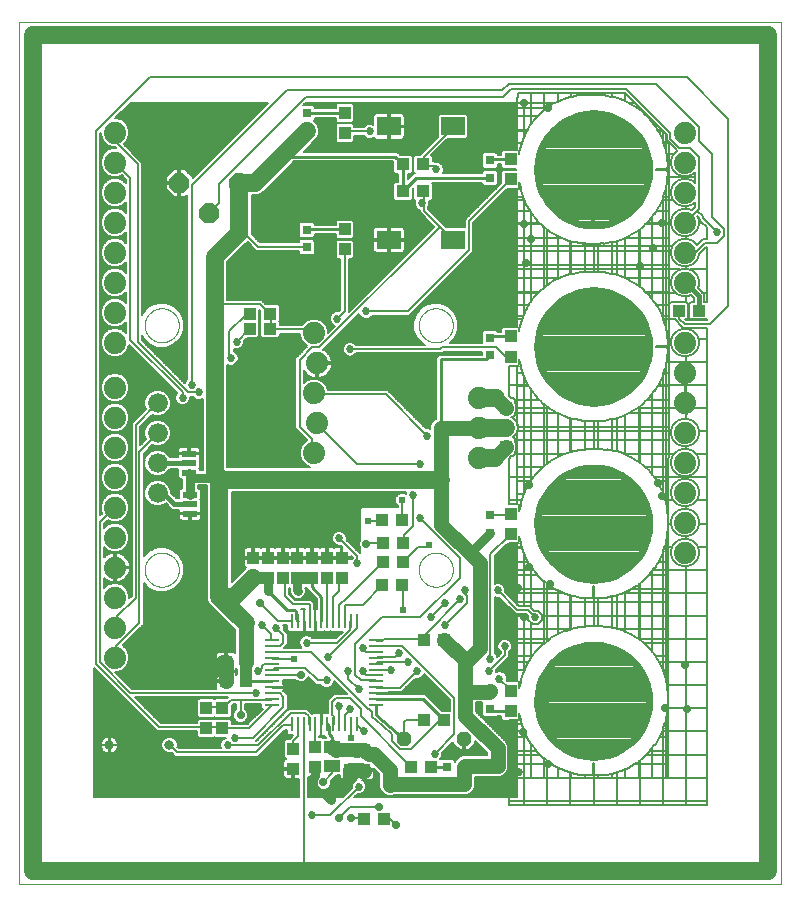
<source format=gtl>
G75*
%MOIN*%
%OFA0B0*%
%FSLAX25Y25*%
%IPPOS*%
%LPD*%
%AMOC8*
5,1,8,0,0,1.08239X$1,22.5*
%
%ADD10C,0.00000*%
%ADD11C,0.06600*%
%ADD12R,0.07874X0.06299*%
%ADD13R,0.05118X0.00827*%
%ADD14R,0.00827X0.05118*%
%ADD15R,0.04331X0.03937*%
%ADD16R,0.03937X0.04331*%
%ADD17OC8,0.06600*%
%ADD18R,0.03150X0.03150*%
%ADD19C,0.07400*%
%ADD20R,0.05709X0.03937*%
%ADD21OC8,0.04800*%
%ADD22C,0.03172*%
%ADD23R,0.05000X0.02000*%
%ADD24C,0.02800*%
%ADD25C,0.02400*%
%ADD26C,0.00600*%
%ADD27C,0.00700*%
%ADD28C,0.06300*%
%ADD29C,0.02384*%
%ADD30C,0.01000*%
%ADD31C,0.02700*%
%ADD32C,0.02778*%
%ADD33C,0.05000*%
%ADD34C,0.03000*%
%ADD35C,0.06000*%
%ADD36C,0.00800*%
%ADD37C,0.04000*%
%ADD38C,0.04800*%
%ADD39C,0.01500*%
D10*
X0012170Y0027730D02*
X0012170Y0315330D01*
X0266270Y0315330D01*
X0266270Y0027730D01*
X0012170Y0027730D01*
X0054073Y0132621D02*
X0054075Y0132771D01*
X0054081Y0132921D01*
X0054091Y0133071D01*
X0054105Y0133221D01*
X0054123Y0133370D01*
X0054145Y0133519D01*
X0054170Y0133667D01*
X0054200Y0133814D01*
X0054234Y0133961D01*
X0054271Y0134106D01*
X0054312Y0134251D01*
X0054357Y0134394D01*
X0054406Y0134536D01*
X0054459Y0134677D01*
X0054515Y0134816D01*
X0054575Y0134954D01*
X0054639Y0135090D01*
X0054706Y0135225D01*
X0054777Y0135357D01*
X0054851Y0135488D01*
X0054929Y0135617D01*
X0055010Y0135743D01*
X0055095Y0135867D01*
X0055182Y0135990D01*
X0055273Y0136109D01*
X0055367Y0136226D01*
X0055464Y0136341D01*
X0055564Y0136453D01*
X0055668Y0136563D01*
X0055773Y0136669D01*
X0055882Y0136773D01*
X0055994Y0136874D01*
X0056108Y0136972D01*
X0056224Y0137067D01*
X0056343Y0137158D01*
X0056465Y0137247D01*
X0056589Y0137332D01*
X0056715Y0137414D01*
X0056843Y0137492D01*
X0056973Y0137568D01*
X0057105Y0137639D01*
X0057239Y0137707D01*
X0057375Y0137772D01*
X0057512Y0137833D01*
X0057651Y0137890D01*
X0057791Y0137944D01*
X0057933Y0137994D01*
X0058076Y0138040D01*
X0058220Y0138082D01*
X0058366Y0138120D01*
X0058512Y0138155D01*
X0058659Y0138186D01*
X0058807Y0138212D01*
X0058956Y0138235D01*
X0059105Y0138254D01*
X0059254Y0138269D01*
X0059404Y0138280D01*
X0059554Y0138287D01*
X0059704Y0138290D01*
X0059855Y0138289D01*
X0060005Y0138284D01*
X0060155Y0138275D01*
X0060305Y0138262D01*
X0060454Y0138245D01*
X0060603Y0138224D01*
X0060751Y0138199D01*
X0060899Y0138171D01*
X0061045Y0138138D01*
X0061191Y0138102D01*
X0061336Y0138061D01*
X0061480Y0138017D01*
X0061622Y0137969D01*
X0061763Y0137917D01*
X0061903Y0137862D01*
X0062041Y0137803D01*
X0062177Y0137740D01*
X0062312Y0137674D01*
X0062445Y0137604D01*
X0062576Y0137530D01*
X0062706Y0137454D01*
X0062833Y0137373D01*
X0062958Y0137290D01*
X0063080Y0137203D01*
X0063201Y0137113D01*
X0063318Y0137020D01*
X0063434Y0136923D01*
X0063546Y0136824D01*
X0063657Y0136721D01*
X0063764Y0136616D01*
X0063868Y0136508D01*
X0063970Y0136398D01*
X0064069Y0136284D01*
X0064164Y0136168D01*
X0064257Y0136050D01*
X0064346Y0135929D01*
X0064432Y0135806D01*
X0064515Y0135680D01*
X0064594Y0135553D01*
X0064670Y0135423D01*
X0064743Y0135291D01*
X0064812Y0135158D01*
X0064877Y0135022D01*
X0064939Y0134886D01*
X0064997Y0134747D01*
X0065052Y0134607D01*
X0065103Y0134465D01*
X0065150Y0134323D01*
X0065193Y0134179D01*
X0065232Y0134034D01*
X0065268Y0133888D01*
X0065299Y0133741D01*
X0065327Y0133593D01*
X0065351Y0133445D01*
X0065371Y0133296D01*
X0065387Y0133146D01*
X0065399Y0132996D01*
X0065407Y0132846D01*
X0065411Y0132696D01*
X0065411Y0132546D01*
X0065407Y0132396D01*
X0065399Y0132246D01*
X0065387Y0132096D01*
X0065371Y0131946D01*
X0065351Y0131797D01*
X0065327Y0131649D01*
X0065299Y0131501D01*
X0065268Y0131354D01*
X0065232Y0131208D01*
X0065193Y0131063D01*
X0065150Y0130919D01*
X0065103Y0130777D01*
X0065052Y0130635D01*
X0064997Y0130495D01*
X0064939Y0130356D01*
X0064877Y0130220D01*
X0064812Y0130084D01*
X0064743Y0129951D01*
X0064670Y0129819D01*
X0064594Y0129689D01*
X0064515Y0129562D01*
X0064432Y0129436D01*
X0064346Y0129313D01*
X0064257Y0129192D01*
X0064164Y0129074D01*
X0064069Y0128958D01*
X0063970Y0128844D01*
X0063868Y0128734D01*
X0063764Y0128626D01*
X0063657Y0128521D01*
X0063546Y0128418D01*
X0063434Y0128319D01*
X0063318Y0128222D01*
X0063201Y0128129D01*
X0063080Y0128039D01*
X0062958Y0127952D01*
X0062833Y0127869D01*
X0062706Y0127788D01*
X0062577Y0127712D01*
X0062445Y0127638D01*
X0062312Y0127568D01*
X0062177Y0127502D01*
X0062041Y0127439D01*
X0061903Y0127380D01*
X0061763Y0127325D01*
X0061622Y0127273D01*
X0061480Y0127225D01*
X0061336Y0127181D01*
X0061191Y0127140D01*
X0061045Y0127104D01*
X0060899Y0127071D01*
X0060751Y0127043D01*
X0060603Y0127018D01*
X0060454Y0126997D01*
X0060305Y0126980D01*
X0060155Y0126967D01*
X0060005Y0126958D01*
X0059855Y0126953D01*
X0059704Y0126952D01*
X0059554Y0126955D01*
X0059404Y0126962D01*
X0059254Y0126973D01*
X0059105Y0126988D01*
X0058956Y0127007D01*
X0058807Y0127030D01*
X0058659Y0127056D01*
X0058512Y0127087D01*
X0058366Y0127122D01*
X0058220Y0127160D01*
X0058076Y0127202D01*
X0057933Y0127248D01*
X0057791Y0127298D01*
X0057651Y0127352D01*
X0057512Y0127409D01*
X0057375Y0127470D01*
X0057239Y0127535D01*
X0057105Y0127603D01*
X0056973Y0127674D01*
X0056843Y0127750D01*
X0056715Y0127828D01*
X0056589Y0127910D01*
X0056465Y0127995D01*
X0056343Y0128084D01*
X0056224Y0128175D01*
X0056108Y0128270D01*
X0055994Y0128368D01*
X0055882Y0128469D01*
X0055773Y0128573D01*
X0055668Y0128679D01*
X0055564Y0128789D01*
X0055464Y0128901D01*
X0055367Y0129016D01*
X0055273Y0129133D01*
X0055182Y0129252D01*
X0055095Y0129375D01*
X0055010Y0129499D01*
X0054929Y0129625D01*
X0054851Y0129754D01*
X0054777Y0129885D01*
X0054706Y0130017D01*
X0054639Y0130152D01*
X0054575Y0130288D01*
X0054515Y0130426D01*
X0054459Y0130565D01*
X0054406Y0130706D01*
X0054357Y0130848D01*
X0054312Y0130991D01*
X0054271Y0131136D01*
X0054234Y0131281D01*
X0054200Y0131428D01*
X0054170Y0131575D01*
X0054145Y0131723D01*
X0054123Y0131872D01*
X0054105Y0132021D01*
X0054091Y0132171D01*
X0054081Y0132321D01*
X0054075Y0132471D01*
X0054073Y0132621D01*
X0054073Y0214117D02*
X0054075Y0214267D01*
X0054081Y0214417D01*
X0054091Y0214567D01*
X0054105Y0214717D01*
X0054123Y0214866D01*
X0054145Y0215015D01*
X0054170Y0215163D01*
X0054200Y0215310D01*
X0054234Y0215457D01*
X0054271Y0215602D01*
X0054312Y0215747D01*
X0054357Y0215890D01*
X0054406Y0216032D01*
X0054459Y0216173D01*
X0054515Y0216312D01*
X0054575Y0216450D01*
X0054639Y0216586D01*
X0054706Y0216721D01*
X0054777Y0216853D01*
X0054851Y0216984D01*
X0054929Y0217113D01*
X0055010Y0217239D01*
X0055095Y0217363D01*
X0055182Y0217486D01*
X0055273Y0217605D01*
X0055367Y0217722D01*
X0055464Y0217837D01*
X0055564Y0217949D01*
X0055668Y0218059D01*
X0055773Y0218165D01*
X0055882Y0218269D01*
X0055994Y0218370D01*
X0056108Y0218468D01*
X0056224Y0218563D01*
X0056343Y0218654D01*
X0056465Y0218743D01*
X0056589Y0218828D01*
X0056715Y0218910D01*
X0056843Y0218988D01*
X0056973Y0219064D01*
X0057105Y0219135D01*
X0057239Y0219203D01*
X0057375Y0219268D01*
X0057512Y0219329D01*
X0057651Y0219386D01*
X0057791Y0219440D01*
X0057933Y0219490D01*
X0058076Y0219536D01*
X0058220Y0219578D01*
X0058366Y0219616D01*
X0058512Y0219651D01*
X0058659Y0219682D01*
X0058807Y0219708D01*
X0058956Y0219731D01*
X0059105Y0219750D01*
X0059254Y0219765D01*
X0059404Y0219776D01*
X0059554Y0219783D01*
X0059704Y0219786D01*
X0059855Y0219785D01*
X0060005Y0219780D01*
X0060155Y0219771D01*
X0060305Y0219758D01*
X0060454Y0219741D01*
X0060603Y0219720D01*
X0060751Y0219695D01*
X0060899Y0219667D01*
X0061045Y0219634D01*
X0061191Y0219598D01*
X0061336Y0219557D01*
X0061480Y0219513D01*
X0061622Y0219465D01*
X0061763Y0219413D01*
X0061903Y0219358D01*
X0062041Y0219299D01*
X0062177Y0219236D01*
X0062312Y0219170D01*
X0062445Y0219100D01*
X0062576Y0219026D01*
X0062706Y0218950D01*
X0062833Y0218869D01*
X0062958Y0218786D01*
X0063080Y0218699D01*
X0063201Y0218609D01*
X0063318Y0218516D01*
X0063434Y0218419D01*
X0063546Y0218320D01*
X0063657Y0218217D01*
X0063764Y0218112D01*
X0063868Y0218004D01*
X0063970Y0217894D01*
X0064069Y0217780D01*
X0064164Y0217664D01*
X0064257Y0217546D01*
X0064346Y0217425D01*
X0064432Y0217302D01*
X0064515Y0217176D01*
X0064594Y0217049D01*
X0064670Y0216919D01*
X0064743Y0216787D01*
X0064812Y0216654D01*
X0064877Y0216518D01*
X0064939Y0216382D01*
X0064997Y0216243D01*
X0065052Y0216103D01*
X0065103Y0215961D01*
X0065150Y0215819D01*
X0065193Y0215675D01*
X0065232Y0215530D01*
X0065268Y0215384D01*
X0065299Y0215237D01*
X0065327Y0215089D01*
X0065351Y0214941D01*
X0065371Y0214792D01*
X0065387Y0214642D01*
X0065399Y0214492D01*
X0065407Y0214342D01*
X0065411Y0214192D01*
X0065411Y0214042D01*
X0065407Y0213892D01*
X0065399Y0213742D01*
X0065387Y0213592D01*
X0065371Y0213442D01*
X0065351Y0213293D01*
X0065327Y0213145D01*
X0065299Y0212997D01*
X0065268Y0212850D01*
X0065232Y0212704D01*
X0065193Y0212559D01*
X0065150Y0212415D01*
X0065103Y0212273D01*
X0065052Y0212131D01*
X0064997Y0211991D01*
X0064939Y0211852D01*
X0064877Y0211716D01*
X0064812Y0211580D01*
X0064743Y0211447D01*
X0064670Y0211315D01*
X0064594Y0211185D01*
X0064515Y0211058D01*
X0064432Y0210932D01*
X0064346Y0210809D01*
X0064257Y0210688D01*
X0064164Y0210570D01*
X0064069Y0210454D01*
X0063970Y0210340D01*
X0063868Y0210230D01*
X0063764Y0210122D01*
X0063657Y0210017D01*
X0063546Y0209914D01*
X0063434Y0209815D01*
X0063318Y0209718D01*
X0063201Y0209625D01*
X0063080Y0209535D01*
X0062958Y0209448D01*
X0062833Y0209365D01*
X0062706Y0209284D01*
X0062577Y0209208D01*
X0062445Y0209134D01*
X0062312Y0209064D01*
X0062177Y0208998D01*
X0062041Y0208935D01*
X0061903Y0208876D01*
X0061763Y0208821D01*
X0061622Y0208769D01*
X0061480Y0208721D01*
X0061336Y0208677D01*
X0061191Y0208636D01*
X0061045Y0208600D01*
X0060899Y0208567D01*
X0060751Y0208539D01*
X0060603Y0208514D01*
X0060454Y0208493D01*
X0060305Y0208476D01*
X0060155Y0208463D01*
X0060005Y0208454D01*
X0059855Y0208449D01*
X0059704Y0208448D01*
X0059554Y0208451D01*
X0059404Y0208458D01*
X0059254Y0208469D01*
X0059105Y0208484D01*
X0058956Y0208503D01*
X0058807Y0208526D01*
X0058659Y0208552D01*
X0058512Y0208583D01*
X0058366Y0208618D01*
X0058220Y0208656D01*
X0058076Y0208698D01*
X0057933Y0208744D01*
X0057791Y0208794D01*
X0057651Y0208848D01*
X0057512Y0208905D01*
X0057375Y0208966D01*
X0057239Y0209031D01*
X0057105Y0209099D01*
X0056973Y0209170D01*
X0056843Y0209246D01*
X0056715Y0209324D01*
X0056589Y0209406D01*
X0056465Y0209491D01*
X0056343Y0209580D01*
X0056224Y0209671D01*
X0056108Y0209766D01*
X0055994Y0209864D01*
X0055882Y0209965D01*
X0055773Y0210069D01*
X0055668Y0210175D01*
X0055564Y0210285D01*
X0055464Y0210397D01*
X0055367Y0210512D01*
X0055273Y0210629D01*
X0055182Y0210748D01*
X0055095Y0210871D01*
X0055010Y0210995D01*
X0054929Y0211121D01*
X0054851Y0211250D01*
X0054777Y0211381D01*
X0054706Y0211513D01*
X0054639Y0211648D01*
X0054575Y0211784D01*
X0054515Y0211922D01*
X0054459Y0212061D01*
X0054406Y0212202D01*
X0054357Y0212344D01*
X0054312Y0212487D01*
X0054271Y0212632D01*
X0054234Y0212777D01*
X0054200Y0212924D01*
X0054170Y0213071D01*
X0054145Y0213219D01*
X0054123Y0213368D01*
X0054105Y0213517D01*
X0054091Y0213667D01*
X0054081Y0213817D01*
X0054075Y0213967D01*
X0054073Y0214117D01*
X0145412Y0214117D02*
X0145414Y0214267D01*
X0145420Y0214417D01*
X0145430Y0214567D01*
X0145444Y0214717D01*
X0145462Y0214866D01*
X0145484Y0215015D01*
X0145509Y0215163D01*
X0145539Y0215310D01*
X0145573Y0215457D01*
X0145610Y0215602D01*
X0145651Y0215747D01*
X0145696Y0215890D01*
X0145745Y0216032D01*
X0145798Y0216173D01*
X0145854Y0216312D01*
X0145914Y0216450D01*
X0145978Y0216586D01*
X0146045Y0216721D01*
X0146116Y0216853D01*
X0146190Y0216984D01*
X0146268Y0217113D01*
X0146349Y0217239D01*
X0146434Y0217363D01*
X0146521Y0217486D01*
X0146612Y0217605D01*
X0146706Y0217722D01*
X0146803Y0217837D01*
X0146903Y0217949D01*
X0147007Y0218059D01*
X0147112Y0218165D01*
X0147221Y0218269D01*
X0147333Y0218370D01*
X0147447Y0218468D01*
X0147563Y0218563D01*
X0147682Y0218654D01*
X0147804Y0218743D01*
X0147928Y0218828D01*
X0148054Y0218910D01*
X0148182Y0218988D01*
X0148312Y0219064D01*
X0148444Y0219135D01*
X0148578Y0219203D01*
X0148714Y0219268D01*
X0148851Y0219329D01*
X0148990Y0219386D01*
X0149130Y0219440D01*
X0149272Y0219490D01*
X0149415Y0219536D01*
X0149559Y0219578D01*
X0149705Y0219616D01*
X0149851Y0219651D01*
X0149998Y0219682D01*
X0150146Y0219708D01*
X0150295Y0219731D01*
X0150444Y0219750D01*
X0150593Y0219765D01*
X0150743Y0219776D01*
X0150893Y0219783D01*
X0151043Y0219786D01*
X0151194Y0219785D01*
X0151344Y0219780D01*
X0151494Y0219771D01*
X0151644Y0219758D01*
X0151793Y0219741D01*
X0151942Y0219720D01*
X0152090Y0219695D01*
X0152238Y0219667D01*
X0152384Y0219634D01*
X0152530Y0219598D01*
X0152675Y0219557D01*
X0152819Y0219513D01*
X0152961Y0219465D01*
X0153102Y0219413D01*
X0153242Y0219358D01*
X0153380Y0219299D01*
X0153516Y0219236D01*
X0153651Y0219170D01*
X0153784Y0219100D01*
X0153915Y0219026D01*
X0154045Y0218950D01*
X0154172Y0218869D01*
X0154297Y0218786D01*
X0154419Y0218699D01*
X0154540Y0218609D01*
X0154657Y0218516D01*
X0154773Y0218419D01*
X0154885Y0218320D01*
X0154996Y0218217D01*
X0155103Y0218112D01*
X0155207Y0218004D01*
X0155309Y0217894D01*
X0155408Y0217780D01*
X0155503Y0217664D01*
X0155596Y0217546D01*
X0155685Y0217425D01*
X0155771Y0217302D01*
X0155854Y0217176D01*
X0155933Y0217049D01*
X0156009Y0216919D01*
X0156082Y0216787D01*
X0156151Y0216654D01*
X0156216Y0216518D01*
X0156278Y0216382D01*
X0156336Y0216243D01*
X0156391Y0216103D01*
X0156442Y0215961D01*
X0156489Y0215819D01*
X0156532Y0215675D01*
X0156571Y0215530D01*
X0156607Y0215384D01*
X0156638Y0215237D01*
X0156666Y0215089D01*
X0156690Y0214941D01*
X0156710Y0214792D01*
X0156726Y0214642D01*
X0156738Y0214492D01*
X0156746Y0214342D01*
X0156750Y0214192D01*
X0156750Y0214042D01*
X0156746Y0213892D01*
X0156738Y0213742D01*
X0156726Y0213592D01*
X0156710Y0213442D01*
X0156690Y0213293D01*
X0156666Y0213145D01*
X0156638Y0212997D01*
X0156607Y0212850D01*
X0156571Y0212704D01*
X0156532Y0212559D01*
X0156489Y0212415D01*
X0156442Y0212273D01*
X0156391Y0212131D01*
X0156336Y0211991D01*
X0156278Y0211852D01*
X0156216Y0211716D01*
X0156151Y0211580D01*
X0156082Y0211447D01*
X0156009Y0211315D01*
X0155933Y0211185D01*
X0155854Y0211058D01*
X0155771Y0210932D01*
X0155685Y0210809D01*
X0155596Y0210688D01*
X0155503Y0210570D01*
X0155408Y0210454D01*
X0155309Y0210340D01*
X0155207Y0210230D01*
X0155103Y0210122D01*
X0154996Y0210017D01*
X0154885Y0209914D01*
X0154773Y0209815D01*
X0154657Y0209718D01*
X0154540Y0209625D01*
X0154419Y0209535D01*
X0154297Y0209448D01*
X0154172Y0209365D01*
X0154045Y0209284D01*
X0153916Y0209208D01*
X0153784Y0209134D01*
X0153651Y0209064D01*
X0153516Y0208998D01*
X0153380Y0208935D01*
X0153242Y0208876D01*
X0153102Y0208821D01*
X0152961Y0208769D01*
X0152819Y0208721D01*
X0152675Y0208677D01*
X0152530Y0208636D01*
X0152384Y0208600D01*
X0152238Y0208567D01*
X0152090Y0208539D01*
X0151942Y0208514D01*
X0151793Y0208493D01*
X0151644Y0208476D01*
X0151494Y0208463D01*
X0151344Y0208454D01*
X0151194Y0208449D01*
X0151043Y0208448D01*
X0150893Y0208451D01*
X0150743Y0208458D01*
X0150593Y0208469D01*
X0150444Y0208484D01*
X0150295Y0208503D01*
X0150146Y0208526D01*
X0149998Y0208552D01*
X0149851Y0208583D01*
X0149705Y0208618D01*
X0149559Y0208656D01*
X0149415Y0208698D01*
X0149272Y0208744D01*
X0149130Y0208794D01*
X0148990Y0208848D01*
X0148851Y0208905D01*
X0148714Y0208966D01*
X0148578Y0209031D01*
X0148444Y0209099D01*
X0148312Y0209170D01*
X0148182Y0209246D01*
X0148054Y0209324D01*
X0147928Y0209406D01*
X0147804Y0209491D01*
X0147682Y0209580D01*
X0147563Y0209671D01*
X0147447Y0209766D01*
X0147333Y0209864D01*
X0147221Y0209965D01*
X0147112Y0210069D01*
X0147007Y0210175D01*
X0146903Y0210285D01*
X0146803Y0210397D01*
X0146706Y0210512D01*
X0146612Y0210629D01*
X0146521Y0210748D01*
X0146434Y0210871D01*
X0146349Y0210995D01*
X0146268Y0211121D01*
X0146190Y0211250D01*
X0146116Y0211381D01*
X0146045Y0211513D01*
X0145978Y0211648D01*
X0145914Y0211784D01*
X0145854Y0211922D01*
X0145798Y0212061D01*
X0145745Y0212202D01*
X0145696Y0212344D01*
X0145651Y0212487D01*
X0145610Y0212632D01*
X0145573Y0212777D01*
X0145539Y0212924D01*
X0145509Y0213071D01*
X0145484Y0213219D01*
X0145462Y0213368D01*
X0145444Y0213517D01*
X0145430Y0213667D01*
X0145420Y0213817D01*
X0145414Y0213967D01*
X0145412Y0214117D01*
X0145412Y0132621D02*
X0145414Y0132771D01*
X0145420Y0132921D01*
X0145430Y0133071D01*
X0145444Y0133221D01*
X0145462Y0133370D01*
X0145484Y0133519D01*
X0145509Y0133667D01*
X0145539Y0133814D01*
X0145573Y0133961D01*
X0145610Y0134106D01*
X0145651Y0134251D01*
X0145696Y0134394D01*
X0145745Y0134536D01*
X0145798Y0134677D01*
X0145854Y0134816D01*
X0145914Y0134954D01*
X0145978Y0135090D01*
X0146045Y0135225D01*
X0146116Y0135357D01*
X0146190Y0135488D01*
X0146268Y0135617D01*
X0146349Y0135743D01*
X0146434Y0135867D01*
X0146521Y0135990D01*
X0146612Y0136109D01*
X0146706Y0136226D01*
X0146803Y0136341D01*
X0146903Y0136453D01*
X0147007Y0136563D01*
X0147112Y0136669D01*
X0147221Y0136773D01*
X0147333Y0136874D01*
X0147447Y0136972D01*
X0147563Y0137067D01*
X0147682Y0137158D01*
X0147804Y0137247D01*
X0147928Y0137332D01*
X0148054Y0137414D01*
X0148182Y0137492D01*
X0148312Y0137568D01*
X0148444Y0137639D01*
X0148578Y0137707D01*
X0148714Y0137772D01*
X0148851Y0137833D01*
X0148990Y0137890D01*
X0149130Y0137944D01*
X0149272Y0137994D01*
X0149415Y0138040D01*
X0149559Y0138082D01*
X0149705Y0138120D01*
X0149851Y0138155D01*
X0149998Y0138186D01*
X0150146Y0138212D01*
X0150295Y0138235D01*
X0150444Y0138254D01*
X0150593Y0138269D01*
X0150743Y0138280D01*
X0150893Y0138287D01*
X0151043Y0138290D01*
X0151194Y0138289D01*
X0151344Y0138284D01*
X0151494Y0138275D01*
X0151644Y0138262D01*
X0151793Y0138245D01*
X0151942Y0138224D01*
X0152090Y0138199D01*
X0152238Y0138171D01*
X0152384Y0138138D01*
X0152530Y0138102D01*
X0152675Y0138061D01*
X0152819Y0138017D01*
X0152961Y0137969D01*
X0153102Y0137917D01*
X0153242Y0137862D01*
X0153380Y0137803D01*
X0153516Y0137740D01*
X0153651Y0137674D01*
X0153784Y0137604D01*
X0153915Y0137530D01*
X0154045Y0137454D01*
X0154172Y0137373D01*
X0154297Y0137290D01*
X0154419Y0137203D01*
X0154540Y0137113D01*
X0154657Y0137020D01*
X0154773Y0136923D01*
X0154885Y0136824D01*
X0154996Y0136721D01*
X0155103Y0136616D01*
X0155207Y0136508D01*
X0155309Y0136398D01*
X0155408Y0136284D01*
X0155503Y0136168D01*
X0155596Y0136050D01*
X0155685Y0135929D01*
X0155771Y0135806D01*
X0155854Y0135680D01*
X0155933Y0135553D01*
X0156009Y0135423D01*
X0156082Y0135291D01*
X0156151Y0135158D01*
X0156216Y0135022D01*
X0156278Y0134886D01*
X0156336Y0134747D01*
X0156391Y0134607D01*
X0156442Y0134465D01*
X0156489Y0134323D01*
X0156532Y0134179D01*
X0156571Y0134034D01*
X0156607Y0133888D01*
X0156638Y0133741D01*
X0156666Y0133593D01*
X0156690Y0133445D01*
X0156710Y0133296D01*
X0156726Y0133146D01*
X0156738Y0132996D01*
X0156746Y0132846D01*
X0156750Y0132696D01*
X0156750Y0132546D01*
X0156746Y0132396D01*
X0156738Y0132246D01*
X0156726Y0132096D01*
X0156710Y0131946D01*
X0156690Y0131797D01*
X0156666Y0131649D01*
X0156638Y0131501D01*
X0156607Y0131354D01*
X0156571Y0131208D01*
X0156532Y0131063D01*
X0156489Y0130919D01*
X0156442Y0130777D01*
X0156391Y0130635D01*
X0156336Y0130495D01*
X0156278Y0130356D01*
X0156216Y0130220D01*
X0156151Y0130084D01*
X0156082Y0129951D01*
X0156009Y0129819D01*
X0155933Y0129689D01*
X0155854Y0129562D01*
X0155771Y0129436D01*
X0155685Y0129313D01*
X0155596Y0129192D01*
X0155503Y0129074D01*
X0155408Y0128958D01*
X0155309Y0128844D01*
X0155207Y0128734D01*
X0155103Y0128626D01*
X0154996Y0128521D01*
X0154885Y0128418D01*
X0154773Y0128319D01*
X0154657Y0128222D01*
X0154540Y0128129D01*
X0154419Y0128039D01*
X0154297Y0127952D01*
X0154172Y0127869D01*
X0154045Y0127788D01*
X0153916Y0127712D01*
X0153784Y0127638D01*
X0153651Y0127568D01*
X0153516Y0127502D01*
X0153380Y0127439D01*
X0153242Y0127380D01*
X0153102Y0127325D01*
X0152961Y0127273D01*
X0152819Y0127225D01*
X0152675Y0127181D01*
X0152530Y0127140D01*
X0152384Y0127104D01*
X0152238Y0127071D01*
X0152090Y0127043D01*
X0151942Y0127018D01*
X0151793Y0126997D01*
X0151644Y0126980D01*
X0151494Y0126967D01*
X0151344Y0126958D01*
X0151194Y0126953D01*
X0151043Y0126952D01*
X0150893Y0126955D01*
X0150743Y0126962D01*
X0150593Y0126973D01*
X0150444Y0126988D01*
X0150295Y0127007D01*
X0150146Y0127030D01*
X0149998Y0127056D01*
X0149851Y0127087D01*
X0149705Y0127122D01*
X0149559Y0127160D01*
X0149415Y0127202D01*
X0149272Y0127248D01*
X0149130Y0127298D01*
X0148990Y0127352D01*
X0148851Y0127409D01*
X0148714Y0127470D01*
X0148578Y0127535D01*
X0148444Y0127603D01*
X0148312Y0127674D01*
X0148182Y0127750D01*
X0148054Y0127828D01*
X0147928Y0127910D01*
X0147804Y0127995D01*
X0147682Y0128084D01*
X0147563Y0128175D01*
X0147447Y0128270D01*
X0147333Y0128368D01*
X0147221Y0128469D01*
X0147112Y0128573D01*
X0147007Y0128679D01*
X0146903Y0128789D01*
X0146803Y0128901D01*
X0146706Y0129016D01*
X0146612Y0129133D01*
X0146521Y0129252D01*
X0146434Y0129375D01*
X0146349Y0129499D01*
X0146268Y0129625D01*
X0146190Y0129754D01*
X0146116Y0129885D01*
X0146045Y0130017D01*
X0145978Y0130152D01*
X0145914Y0130288D01*
X0145854Y0130426D01*
X0145798Y0130565D01*
X0145745Y0130706D01*
X0145696Y0130848D01*
X0145651Y0130991D01*
X0145610Y0131136D01*
X0145573Y0131281D01*
X0145539Y0131428D01*
X0145509Y0131575D01*
X0145484Y0131723D01*
X0145462Y0131872D01*
X0145444Y0132021D01*
X0145430Y0132171D01*
X0145420Y0132321D01*
X0145414Y0132471D01*
X0145412Y0132621D01*
D11*
X0058364Y0158212D03*
X0058364Y0168212D03*
X0058364Y0178212D03*
X0058364Y0188212D03*
D12*
X0135451Y0242582D03*
X0156711Y0242582D03*
X0156711Y0280377D03*
X0135451Y0280377D03*
D13*
X0131238Y0109196D03*
X0131238Y0107228D03*
X0131238Y0105259D03*
X0131238Y0103291D03*
X0131238Y0101322D03*
X0131238Y0099354D03*
X0131238Y0097385D03*
X0131238Y0095417D03*
X0131238Y0093448D03*
X0131238Y0091480D03*
X0131238Y0089511D03*
X0131238Y0087543D03*
X0096593Y0087543D03*
X0096593Y0089511D03*
X0096593Y0091480D03*
X0096593Y0093448D03*
X0096593Y0095417D03*
X0096593Y0097385D03*
X0096593Y0099354D03*
X0096593Y0101322D03*
X0096593Y0103291D03*
X0096593Y0105259D03*
X0096593Y0107228D03*
X0096593Y0109196D03*
D14*
X0103089Y0115692D03*
X0105057Y0115692D03*
X0107026Y0115692D03*
X0108994Y0115692D03*
X0110963Y0115692D03*
X0112931Y0115692D03*
X0114900Y0115692D03*
X0116868Y0115692D03*
X0118837Y0115692D03*
X0120805Y0115692D03*
X0122774Y0115692D03*
X0124742Y0115692D03*
X0124742Y0081047D03*
X0122774Y0081047D03*
X0120805Y0081047D03*
X0118837Y0081047D03*
X0116868Y0081047D03*
X0114900Y0081047D03*
X0112931Y0081047D03*
X0110963Y0081047D03*
X0108994Y0081047D03*
X0107026Y0081047D03*
X0105057Y0081047D03*
X0103089Y0081047D03*
D15*
X0087816Y0095405D03*
X0087816Y0102008D03*
X0081124Y0102008D03*
X0081124Y0095405D03*
X0127014Y0049410D03*
X0133706Y0049410D03*
X0142704Y0067010D03*
X0149396Y0067010D03*
X0147239Y0082528D03*
X0153932Y0082528D03*
X0153886Y0109360D03*
X0147194Y0109360D03*
X0139960Y0127402D03*
X0133267Y0127402D03*
X0133425Y0135040D03*
X0133425Y0141418D03*
X0140118Y0141418D03*
X0140118Y0135040D03*
X0139960Y0149253D03*
X0133267Y0149253D03*
X0095716Y0213030D03*
X0095716Y0218030D03*
X0089024Y0218030D03*
X0089024Y0213030D03*
X0140057Y0258763D03*
X0146750Y0258763D03*
X0146829Y0267739D03*
X0140136Y0267739D03*
X0232065Y0218999D03*
X0238758Y0218999D03*
D16*
X0176002Y0210377D03*
X0176002Y0203684D03*
X0174414Y0186638D03*
X0174414Y0179945D03*
X0174414Y0173638D03*
X0176002Y0151322D03*
X0176002Y0144629D03*
X0176002Y0092267D03*
X0176002Y0085574D03*
X0127270Y0072676D03*
X0122370Y0072676D03*
X0122370Y0065984D03*
X0127270Y0065984D03*
X0110770Y0066984D03*
X0110770Y0073676D03*
X0103570Y0072976D03*
X0103570Y0066284D03*
X0079930Y0079769D03*
X0074644Y0079770D03*
X0074644Y0086463D03*
X0079930Y0086462D03*
X0090270Y0129884D03*
X0095170Y0129884D03*
X0100070Y0129884D03*
X0104970Y0129884D03*
X0109870Y0129884D03*
X0114770Y0129884D03*
X0119670Y0129884D03*
X0119670Y0136576D03*
X0114770Y0136576D03*
X0109870Y0136576D03*
X0104970Y0136576D03*
X0100070Y0136576D03*
X0095170Y0136576D03*
X0090270Y0136576D03*
X0120727Y0239393D03*
X0120727Y0246086D03*
X0120727Y0278251D03*
X0120727Y0284944D03*
X0176002Y0269432D03*
X0176002Y0262739D03*
D17*
X0085609Y0261519D03*
X0075609Y0251519D03*
X0065609Y0261519D03*
D18*
X0108010Y0245968D03*
X0108010Y0240062D03*
X0108168Y0278842D03*
X0108168Y0284747D03*
X0169113Y0269039D03*
X0169113Y0263133D03*
X0169113Y0209984D03*
X0169113Y0204078D03*
X0169113Y0150928D03*
X0169113Y0145023D03*
X0169113Y0092267D03*
X0169113Y0086361D03*
X0160623Y0067000D03*
X0154717Y0067000D03*
D19*
X0234152Y0138369D03*
X0234152Y0148369D03*
X0234152Y0158369D03*
X0234152Y0168369D03*
X0234152Y0178369D03*
X0234152Y0188369D03*
X0234152Y0198369D03*
X0234152Y0208369D03*
X0234152Y0228369D03*
X0234152Y0238369D03*
X0234152Y0248369D03*
X0234152Y0258369D03*
X0234152Y0268369D03*
X0234152Y0278369D03*
X0165636Y0189888D03*
X0165636Y0179888D03*
X0165636Y0169888D03*
X0110463Y0171440D03*
X0111463Y0181440D03*
X0110463Y0191440D03*
X0111463Y0201440D03*
X0110463Y0211440D03*
X0044152Y0208369D03*
X0044152Y0218369D03*
X0044152Y0228369D03*
X0044152Y0238369D03*
X0044152Y0248369D03*
X0044152Y0258369D03*
X0044152Y0268369D03*
X0044152Y0278369D03*
X0044152Y0193369D03*
X0044152Y0183369D03*
X0044152Y0173369D03*
X0044152Y0163369D03*
X0044152Y0153369D03*
X0044152Y0143369D03*
X0044152Y0133369D03*
X0044152Y0123369D03*
X0044152Y0113369D03*
X0044152Y0103369D03*
D20*
X0116603Y0073561D03*
X0116603Y0067262D03*
D21*
X0140523Y0076100D03*
X0160523Y0076100D03*
D22*
X0062301Y0074196D03*
X0042223Y0074196D03*
D23*
X0069178Y0151300D03*
X0069178Y0154500D03*
X0069178Y0157700D03*
X0068831Y0164851D03*
X0068831Y0168051D03*
X0068831Y0171251D03*
D24*
X0187561Y0147976D03*
X0203561Y0191031D03*
X0203561Y0250086D03*
X0187561Y0088921D03*
D25*
X0184861Y0088921D02*
X0185021Y0086480D01*
X0185498Y0084080D01*
X0186284Y0081764D01*
X0187366Y0079570D01*
X0188725Y0077536D01*
X0190338Y0075697D01*
X0192177Y0074084D01*
X0194211Y0072725D01*
X0196405Y0071643D01*
X0198721Y0070857D01*
X0201120Y0070380D01*
X0203561Y0070220D01*
X0206002Y0070380D01*
X0208401Y0070857D01*
X0210718Y0071643D01*
X0212912Y0072725D01*
X0214946Y0074084D01*
X0216785Y0075697D01*
X0218398Y0077536D01*
X0219757Y0079570D01*
X0220839Y0081764D01*
X0221625Y0084080D01*
X0222102Y0086480D01*
X0222262Y0088921D01*
X0222102Y0091361D01*
X0221625Y0093761D01*
X0220839Y0096077D01*
X0219757Y0098271D01*
X0218398Y0100305D01*
X0216785Y0102144D01*
X0214946Y0103757D01*
X0212912Y0105116D01*
X0210718Y0106198D01*
X0208401Y0106984D01*
X0206002Y0107461D01*
X0203561Y0107621D01*
X0201120Y0107461D01*
X0198721Y0106984D01*
X0196405Y0106198D01*
X0194211Y0105116D01*
X0192177Y0103757D01*
X0190338Y0102144D01*
X0188725Y0100305D01*
X0187366Y0098271D01*
X0186284Y0096077D01*
X0185498Y0093761D01*
X0185021Y0091361D01*
X0184861Y0088921D01*
X0184913Y0089714D02*
X0222210Y0089714D01*
X0222157Y0087315D02*
X0184966Y0087315D01*
X0185331Y0084917D02*
X0221791Y0084917D01*
X0221095Y0082518D02*
X0186028Y0082518D01*
X0187095Y0080120D02*
X0220028Y0080120D01*
X0218521Y0077721D02*
X0188602Y0077721D01*
X0190765Y0075323D02*
X0216358Y0075323D01*
X0213209Y0072924D02*
X0193913Y0072924D01*
X0200388Y0070526D02*
X0206735Y0070526D01*
X0221953Y0092112D02*
X0185170Y0092112D01*
X0185752Y0094511D02*
X0221370Y0094511D01*
X0220428Y0096909D02*
X0186694Y0096909D01*
X0188059Y0099308D02*
X0219064Y0099308D01*
X0217169Y0101706D02*
X0189954Y0101706D01*
X0192698Y0104105D02*
X0214425Y0104105D01*
X0209818Y0106503D02*
X0197304Y0106503D01*
X0201120Y0129435D02*
X0198721Y0129912D01*
X0196405Y0130698D01*
X0194211Y0131780D01*
X0192177Y0133139D01*
X0190338Y0134752D01*
X0188725Y0136591D01*
X0187366Y0138625D01*
X0186284Y0140819D01*
X0185498Y0143136D01*
X0185021Y0145535D01*
X0184861Y0147976D01*
X0185021Y0150417D01*
X0185498Y0152816D01*
X0186284Y0155132D01*
X0187366Y0157326D01*
X0188725Y0159360D01*
X0190338Y0161199D01*
X0192177Y0162812D01*
X0194211Y0164171D01*
X0196405Y0165253D01*
X0198721Y0166039D01*
X0201120Y0166516D01*
X0203561Y0166676D01*
X0206002Y0166516D01*
X0208401Y0166039D01*
X0210718Y0165253D01*
X0212912Y0164171D01*
X0214946Y0162812D01*
X0216785Y0161199D01*
X0218398Y0159360D01*
X0219757Y0157326D01*
X0220839Y0155132D01*
X0221625Y0152816D01*
X0222102Y0150417D01*
X0222262Y0147976D01*
X0222102Y0145535D01*
X0221625Y0143136D01*
X0220839Y0140819D01*
X0219757Y0138625D01*
X0218398Y0136591D01*
X0216785Y0134752D01*
X0214946Y0133139D01*
X0212912Y0131780D01*
X0210718Y0130698D01*
X0208401Y0129912D01*
X0206002Y0129435D01*
X0203561Y0129275D01*
X0201120Y0129435D01*
X0197024Y0130488D02*
X0210099Y0130488D01*
X0214568Y0132887D02*
X0192555Y0132887D01*
X0189870Y0135285D02*
X0217252Y0135285D01*
X0219128Y0137684D02*
X0187995Y0137684D01*
X0186647Y0140082D02*
X0220475Y0140082D01*
X0221403Y0142481D02*
X0185720Y0142481D01*
X0185151Y0144879D02*
X0221972Y0144879D01*
X0222216Y0147278D02*
X0184906Y0147278D01*
X0184972Y0149676D02*
X0222151Y0149676D01*
X0221772Y0152075D02*
X0185350Y0152075D01*
X0186060Y0154473D02*
X0221062Y0154473D01*
X0219981Y0156872D02*
X0187142Y0156872D01*
X0188665Y0159270D02*
X0218457Y0159270D01*
X0216249Y0161669D02*
X0190874Y0161669D01*
X0194056Y0164067D02*
X0213067Y0164067D01*
X0206256Y0166466D02*
X0200867Y0166466D01*
X0201120Y0188490D02*
X0198721Y0188967D01*
X0196405Y0189754D01*
X0194211Y0190835D01*
X0192177Y0192194D01*
X0190338Y0193807D01*
X0188725Y0195646D01*
X0187366Y0197680D01*
X0186284Y0199874D01*
X0185498Y0202191D01*
X0185021Y0204590D01*
X0184861Y0207031D01*
X0185021Y0209472D01*
X0185498Y0211871D01*
X0186284Y0214187D01*
X0187366Y0216381D01*
X0188725Y0218415D01*
X0190338Y0220254D01*
X0192177Y0221867D01*
X0194211Y0223226D01*
X0196405Y0224308D01*
X0198721Y0225094D01*
X0201120Y0225572D01*
X0203561Y0225732D01*
X0206002Y0225572D01*
X0208401Y0225094D01*
X0210718Y0224308D01*
X0212912Y0223226D01*
X0214946Y0221867D01*
X0216785Y0220254D01*
X0218398Y0218415D01*
X0219757Y0216381D01*
X0220839Y0214187D01*
X0221625Y0211871D01*
X0222102Y0209472D01*
X0222262Y0207031D01*
X0222102Y0204590D01*
X0221625Y0202191D01*
X0220839Y0199874D01*
X0219757Y0197680D01*
X0218398Y0195646D01*
X0216785Y0193807D01*
X0214946Y0192194D01*
X0212912Y0190835D01*
X0210718Y0189754D01*
X0208401Y0188967D01*
X0206002Y0188490D01*
X0203561Y0188330D01*
X0201120Y0188490D01*
X0194990Y0190451D02*
X0212132Y0190451D01*
X0215693Y0192850D02*
X0191430Y0192850D01*
X0189074Y0195248D02*
X0218048Y0195248D01*
X0219734Y0197647D02*
X0187389Y0197647D01*
X0186226Y0200045D02*
X0220897Y0200045D01*
X0221675Y0202444D02*
X0185447Y0202444D01*
X0185004Y0204842D02*
X0222119Y0204842D01*
X0222248Y0207241D02*
X0184874Y0207241D01*
X0185054Y0209639D02*
X0222069Y0209639D01*
X0221568Y0212038D02*
X0185554Y0212038D01*
X0186407Y0214436D02*
X0220716Y0214436D01*
X0219454Y0216835D02*
X0187669Y0216835D01*
X0189442Y0219233D02*
X0217680Y0219233D01*
X0215214Y0221632D02*
X0191909Y0221632D01*
X0195842Y0224030D02*
X0211281Y0224030D01*
X0206002Y0247545D02*
X0203561Y0247385D01*
X0201120Y0247545D01*
X0198721Y0248022D01*
X0196405Y0248809D01*
X0194211Y0249891D01*
X0192177Y0251250D01*
X0190338Y0252862D01*
X0188725Y0254702D01*
X0187366Y0256736D01*
X0186284Y0258929D01*
X0185498Y0261246D01*
X0185021Y0263645D01*
X0184861Y0266086D01*
X0185021Y0268527D01*
X0185498Y0270926D01*
X0186284Y0273242D01*
X0187366Y0275436D01*
X0188725Y0277470D01*
X0190338Y0279309D01*
X0192177Y0280922D01*
X0194211Y0282281D01*
X0196405Y0283363D01*
X0198721Y0284149D01*
X0201120Y0284627D01*
X0203561Y0284787D01*
X0206002Y0284627D01*
X0208401Y0284149D01*
X0210718Y0283363D01*
X0212912Y0282281D01*
X0214946Y0280922D01*
X0216785Y0279309D01*
X0218398Y0277470D01*
X0219757Y0275436D01*
X0220839Y0273242D01*
X0221625Y0270926D01*
X0222102Y0268527D01*
X0222262Y0266086D01*
X0222102Y0263645D01*
X0221625Y0261246D01*
X0220839Y0258929D01*
X0219757Y0256736D01*
X0218398Y0254702D01*
X0216785Y0252862D01*
X0214946Y0251250D01*
X0212912Y0249891D01*
X0210718Y0248809D01*
X0208401Y0248022D01*
X0206002Y0247545D01*
X0208366Y0248015D02*
X0198756Y0248015D01*
X0193428Y0250414D02*
X0213695Y0250414D01*
X0216728Y0252812D02*
X0190395Y0252812D01*
X0188385Y0255211D02*
X0218738Y0255211D01*
X0220188Y0257609D02*
X0186935Y0257609D01*
X0185918Y0260008D02*
X0221205Y0260008D01*
X0221856Y0262406D02*
X0185267Y0262406D01*
X0184945Y0264805D02*
X0222178Y0264805D01*
X0222189Y0267203D02*
X0184934Y0267203D01*
X0185234Y0269602D02*
X0221888Y0269602D01*
X0221260Y0272000D02*
X0185862Y0272000D01*
X0186854Y0274399D02*
X0220268Y0274399D01*
X0218847Y0276798D02*
X0188276Y0276798D01*
X0190238Y0279196D02*
X0216884Y0279196D01*
X0213939Y0281595D02*
X0193183Y0281595D01*
X0198260Y0283993D02*
X0208862Y0283993D01*
D26*
X0214460Y0292750D02*
X0214555Y0292845D01*
X0229270Y0278130D01*
X0229270Y0276330D01*
X0232270Y0273330D01*
X0235870Y0273330D01*
X0238870Y0270330D01*
X0238870Y0252930D01*
X0238270Y0252330D01*
X0240070Y0250530D01*
X0240070Y0249930D01*
X0244870Y0245130D01*
X0247120Y0246062D02*
X0243050Y0250132D01*
X0243050Y0271210D01*
X0238752Y0275508D01*
X0238752Y0280275D01*
X0224467Y0294560D01*
X0175330Y0294560D01*
X0173290Y0292520D01*
X0101350Y0292520D01*
X0069809Y0260979D01*
X0069809Y0259779D01*
X0069670Y0259641D01*
X0069670Y0194130D01*
X0067380Y0195002D02*
X0067177Y0195002D01*
X0067320Y0194860D02*
X0053070Y0209110D01*
X0053070Y0210708D01*
X0053410Y0209886D01*
X0055511Y0207785D01*
X0058257Y0206648D01*
X0061228Y0206648D01*
X0063973Y0207785D01*
X0066075Y0209886D01*
X0067212Y0212632D01*
X0067212Y0215603D01*
X0066075Y0218348D01*
X0063973Y0220450D01*
X0061228Y0221587D01*
X0058257Y0221587D01*
X0055511Y0220450D01*
X0053410Y0218348D01*
X0053070Y0217527D01*
X0053070Y0268510D01*
X0052250Y0269330D01*
X0047075Y0274505D01*
X0048221Y0275650D01*
X0048952Y0277415D01*
X0048952Y0279324D01*
X0048221Y0281088D01*
X0046871Y0282439D01*
X0045107Y0283169D01*
X0044289Y0283169D01*
X0049450Y0288330D01*
X0095180Y0288330D01*
X0070209Y0263358D01*
X0070209Y0263424D01*
X0067514Y0266119D01*
X0065909Y0266119D01*
X0065909Y0261819D01*
X0065309Y0261819D01*
X0065309Y0266119D01*
X0063703Y0266119D01*
X0061009Y0263424D01*
X0061009Y0261819D01*
X0065309Y0261819D01*
X0065309Y0261219D01*
X0065909Y0261219D01*
X0065909Y0256919D01*
X0067514Y0256919D01*
X0068270Y0257675D01*
X0068270Y0196195D01*
X0067593Y0195518D01*
X0067320Y0194860D01*
X0067676Y0195601D02*
X0066579Y0195601D01*
X0065980Y0196200D02*
X0068270Y0196200D01*
X0068270Y0196798D02*
X0065382Y0196798D01*
X0064783Y0197397D02*
X0068270Y0197397D01*
X0068270Y0197995D02*
X0064185Y0197995D01*
X0063586Y0198594D02*
X0068270Y0198594D01*
X0068270Y0199192D02*
X0062988Y0199192D01*
X0062389Y0199791D02*
X0068270Y0199791D01*
X0068270Y0200389D02*
X0061791Y0200389D01*
X0061192Y0200988D02*
X0068270Y0200988D01*
X0068270Y0201586D02*
X0060594Y0201586D01*
X0059995Y0202185D02*
X0068270Y0202185D01*
X0068270Y0202783D02*
X0059397Y0202783D01*
X0058798Y0203382D02*
X0068270Y0203382D01*
X0068270Y0203980D02*
X0058200Y0203980D01*
X0057601Y0204579D02*
X0068270Y0204579D01*
X0068270Y0205177D02*
X0057003Y0205177D01*
X0056404Y0205776D02*
X0068270Y0205776D01*
X0068270Y0206374D02*
X0055806Y0206374D01*
X0055207Y0206973D02*
X0057473Y0206973D01*
X0056028Y0207571D02*
X0054609Y0207571D01*
X0055127Y0208170D02*
X0054010Y0208170D01*
X0054528Y0208768D02*
X0053412Y0208768D01*
X0053070Y0209367D02*
X0053930Y0209367D01*
X0053378Y0209965D02*
X0053070Y0209965D01*
X0053070Y0210564D02*
X0053130Y0210564D01*
X0051670Y0208530D02*
X0068470Y0191730D01*
X0072070Y0191730D01*
X0070121Y0190214D02*
X0069120Y0190214D01*
X0069120Y0190330D02*
X0070005Y0190330D01*
X0070682Y0189653D01*
X0071583Y0189280D01*
X0072557Y0189280D01*
X0073320Y0189596D01*
X0073320Y0165970D01*
X0072431Y0165970D01*
X0072431Y0166307D01*
X0072286Y0166451D01*
X0072431Y0166595D01*
X0072431Y0169507D01*
X0072413Y0169525D01*
X0072542Y0169749D01*
X0072631Y0170080D01*
X0072631Y0171051D01*
X0069031Y0171051D01*
X0069031Y0171451D01*
X0072631Y0171451D01*
X0072631Y0172422D01*
X0072542Y0172753D01*
X0072371Y0173049D01*
X0072129Y0173291D01*
X0071833Y0173462D01*
X0071502Y0173551D01*
X0069031Y0173551D01*
X0069031Y0171451D01*
X0068631Y0171451D01*
X0068631Y0173551D01*
X0066160Y0173551D01*
X0065829Y0173462D01*
X0065533Y0173291D01*
X0065291Y0173049D01*
X0065119Y0172753D01*
X0065031Y0172422D01*
X0065031Y0171451D01*
X0068631Y0171451D01*
X0068631Y0171051D01*
X0065031Y0171051D01*
X0065031Y0170080D01*
X0065036Y0170062D01*
X0062361Y0170062D01*
X0062095Y0170704D01*
X0060857Y0171942D01*
X0059240Y0172612D01*
X0057489Y0172612D01*
X0055872Y0171942D01*
X0054634Y0170704D01*
X0053964Y0169087D01*
X0053964Y0167337D01*
X0054634Y0165719D01*
X0055872Y0164482D01*
X0057489Y0163812D01*
X0059240Y0163812D01*
X0060857Y0164482D01*
X0062095Y0165719D01*
X0062361Y0166362D01*
X0065286Y0166362D01*
X0065231Y0166307D01*
X0065231Y0163395D01*
X0065875Y0162751D01*
X0066578Y0162751D01*
X0066578Y0159800D01*
X0066222Y0159800D01*
X0065578Y0159156D01*
X0065578Y0156390D01*
X0064706Y0156390D01*
X0062764Y0158332D01*
X0062764Y0159087D01*
X0062095Y0160704D01*
X0060857Y0161942D01*
X0059240Y0162612D01*
X0057489Y0162612D01*
X0055872Y0161942D01*
X0054634Y0160704D01*
X0053964Y0159087D01*
X0053964Y0157337D01*
X0054634Y0155719D01*
X0055872Y0154482D01*
X0057489Y0153812D01*
X0059240Y0153812D01*
X0060857Y0154482D01*
X0061119Y0154744D01*
X0063174Y0152690D01*
X0065436Y0152690D01*
X0065378Y0152471D01*
X0065378Y0151500D01*
X0068978Y0151500D01*
X0068978Y0151100D01*
X0069378Y0151100D01*
X0069378Y0149000D01*
X0071849Y0149000D01*
X0072180Y0149089D01*
X0072476Y0149260D01*
X0072718Y0149502D01*
X0072889Y0149799D01*
X0072978Y0150129D01*
X0072978Y0151100D01*
X0069378Y0151100D01*
X0069378Y0151500D01*
X0072978Y0151500D01*
X0072978Y0152471D01*
X0072889Y0152802D01*
X0072760Y0153027D01*
X0072778Y0153045D01*
X0072778Y0155956D01*
X0072633Y0156100D01*
X0072778Y0156245D01*
X0072778Y0159156D01*
X0072133Y0159800D01*
X0071778Y0159800D01*
X0071778Y0160770D01*
X0074800Y0160770D01*
X0074800Y0122704D01*
X0075424Y0121198D01*
X0076578Y0120044D01*
X0084110Y0112512D01*
X0084110Y0104994D01*
X0084087Y0105017D01*
X0083791Y0105188D01*
X0083460Y0105276D01*
X0081423Y0105276D01*
X0081423Y0102308D01*
X0080824Y0102308D01*
X0080824Y0105276D01*
X0078787Y0105276D01*
X0078456Y0105188D01*
X0078160Y0105017D01*
X0077918Y0104775D01*
X0077747Y0104478D01*
X0077658Y0104148D01*
X0077658Y0102308D01*
X0080823Y0102308D01*
X0080823Y0101708D01*
X0077658Y0101708D01*
X0077658Y0099868D01*
X0077747Y0099538D01*
X0077918Y0099241D01*
X0078160Y0098999D01*
X0078456Y0098828D01*
X0078787Y0098739D01*
X0080824Y0098739D01*
X0080824Y0101708D01*
X0081423Y0101708D01*
X0081423Y0098739D01*
X0083460Y0098739D01*
X0083791Y0098828D01*
X0084087Y0098999D01*
X0084329Y0099241D01*
X0084500Y0099538D01*
X0084551Y0099727D01*
X0084551Y0099584D01*
X0084716Y0099418D01*
X0084716Y0097994D01*
X0084551Y0097829D01*
X0084551Y0097685D01*
X0084500Y0097875D01*
X0084329Y0098172D01*
X0084087Y0098414D01*
X0083791Y0098585D01*
X0083460Y0098673D01*
X0081423Y0098673D01*
X0081423Y0095705D01*
X0080824Y0095705D01*
X0080824Y0098673D01*
X0078787Y0098673D01*
X0078456Y0098585D01*
X0078160Y0098414D01*
X0077918Y0098172D01*
X0077747Y0097875D01*
X0077658Y0097544D01*
X0077658Y0095705D01*
X0080823Y0095705D01*
X0080823Y0095105D01*
X0077658Y0095105D01*
X0077658Y0093265D01*
X0077747Y0092935D01*
X0077749Y0092930D01*
X0049850Y0092930D01*
X0044210Y0098569D01*
X0045107Y0098569D01*
X0046871Y0099300D01*
X0048221Y0100650D01*
X0048952Y0102415D01*
X0048952Y0104324D01*
X0048221Y0106088D01*
X0046871Y0107439D01*
X0046791Y0107472D01*
X0052850Y0113530D01*
X0053670Y0114350D01*
X0053670Y0128131D01*
X0055511Y0126289D01*
X0058257Y0125152D01*
X0061228Y0125152D01*
X0063973Y0126289D01*
X0066075Y0128390D01*
X0067212Y0131136D01*
X0067212Y0134107D01*
X0066075Y0136852D01*
X0063973Y0138953D01*
X0061228Y0140091D01*
X0058257Y0140091D01*
X0055511Y0138953D01*
X0053670Y0137112D01*
X0053670Y0171350D01*
X0056529Y0174209D01*
X0057489Y0173812D01*
X0059240Y0173812D01*
X0060857Y0174482D01*
X0062095Y0175719D01*
X0062764Y0177337D01*
X0062764Y0179087D01*
X0062095Y0180704D01*
X0060857Y0181942D01*
X0059240Y0182612D01*
X0057489Y0182612D01*
X0055872Y0181942D01*
X0054634Y0180704D01*
X0053964Y0179087D01*
X0053964Y0177337D01*
X0054472Y0176112D01*
X0052470Y0174110D01*
X0052470Y0180350D01*
X0056388Y0184268D01*
X0057489Y0183812D01*
X0059240Y0183812D01*
X0060857Y0184482D01*
X0062095Y0185719D01*
X0062764Y0187337D01*
X0062764Y0189087D01*
X0062095Y0190704D01*
X0060857Y0191942D01*
X0059240Y0192612D01*
X0057489Y0192612D01*
X0055872Y0191942D01*
X0054634Y0190704D01*
X0053964Y0189087D01*
X0053964Y0187337D01*
X0054413Y0186253D01*
X0049670Y0181510D01*
X0049670Y0123910D01*
X0048952Y0123192D01*
X0048952Y0124324D01*
X0048221Y0126088D01*
X0046871Y0127439D01*
X0045107Y0128169D01*
X0043197Y0128169D01*
X0041433Y0127439D01*
X0040470Y0126476D01*
X0040470Y0129980D01*
X0040895Y0129556D01*
X0041531Y0129093D01*
X0042233Y0128736D01*
X0042981Y0128492D01*
X0043758Y0128369D01*
X0043852Y0128369D01*
X0043852Y0133069D01*
X0044452Y0133069D01*
X0044452Y0128369D01*
X0044545Y0128369D01*
X0045323Y0128492D01*
X0046071Y0128736D01*
X0046772Y0129093D01*
X0047409Y0129556D01*
X0047966Y0130112D01*
X0048428Y0130749D01*
X0048786Y0131450D01*
X0049029Y0132199D01*
X0049152Y0132976D01*
X0049152Y0133069D01*
X0044452Y0133069D01*
X0044452Y0133669D01*
X0049152Y0133669D01*
X0049152Y0133763D01*
X0049029Y0134540D01*
X0048786Y0135289D01*
X0048428Y0135990D01*
X0047966Y0136627D01*
X0047409Y0137183D01*
X0046772Y0137646D01*
X0046071Y0138003D01*
X0045323Y0138246D01*
X0044545Y0138369D01*
X0044452Y0138369D01*
X0044452Y0133669D01*
X0043852Y0133669D01*
X0043852Y0138369D01*
X0043758Y0138369D01*
X0042981Y0138246D01*
X0042233Y0138003D01*
X0041531Y0137646D01*
X0040895Y0137183D01*
X0040470Y0136759D01*
X0040470Y0140263D01*
X0041433Y0139300D01*
X0043197Y0138569D01*
X0045107Y0138569D01*
X0046871Y0139300D01*
X0048221Y0140650D01*
X0048952Y0142415D01*
X0048952Y0144324D01*
X0048221Y0146088D01*
X0046871Y0147439D01*
X0045107Y0148169D01*
X0043197Y0148169D01*
X0041433Y0147439D01*
X0040470Y0146476D01*
X0040470Y0147950D01*
X0041707Y0149187D01*
X0043197Y0148569D01*
X0045107Y0148569D01*
X0046871Y0149300D01*
X0048221Y0150650D01*
X0048952Y0152415D01*
X0048952Y0154324D01*
X0048221Y0156088D01*
X0046871Y0157439D01*
X0045107Y0158169D01*
X0043197Y0158169D01*
X0041433Y0157439D01*
X0040083Y0156088D01*
X0039352Y0154324D01*
X0039352Y0152415D01*
X0039827Y0151267D01*
X0039270Y0150710D01*
X0039270Y0278150D01*
X0039352Y0278232D01*
X0039352Y0277415D01*
X0040083Y0275650D01*
X0041433Y0274300D01*
X0043197Y0273569D01*
X0044051Y0273569D01*
X0044451Y0273169D01*
X0043197Y0273169D01*
X0041433Y0272439D01*
X0040083Y0271088D01*
X0039352Y0269324D01*
X0039352Y0267415D01*
X0040083Y0265650D01*
X0041433Y0264300D01*
X0043197Y0263569D01*
X0045107Y0263569D01*
X0046340Y0264080D01*
X0047870Y0262550D01*
X0047870Y0261439D01*
X0046871Y0262439D01*
X0045107Y0263169D01*
X0043197Y0263169D01*
X0041433Y0262439D01*
X0040083Y0261088D01*
X0039352Y0259324D01*
X0039352Y0257415D01*
X0040083Y0255650D01*
X0041433Y0254300D01*
X0043197Y0253569D01*
X0045107Y0253569D01*
X0046871Y0254300D01*
X0047870Y0255299D01*
X0047870Y0251439D01*
X0046871Y0252439D01*
X0045107Y0253169D01*
X0043197Y0253169D01*
X0041433Y0252439D01*
X0040083Y0251088D01*
X0039352Y0249324D01*
X0039352Y0247415D01*
X0040083Y0245650D01*
X0041433Y0244300D01*
X0043197Y0243569D01*
X0045107Y0243569D01*
X0046871Y0244300D01*
X0047870Y0245299D01*
X0047870Y0241439D01*
X0046871Y0242439D01*
X0045107Y0243169D01*
X0043197Y0243169D01*
X0041433Y0242439D01*
X0040083Y0241088D01*
X0039352Y0239324D01*
X0039352Y0237415D01*
X0040083Y0235650D01*
X0041433Y0234300D01*
X0043197Y0233569D01*
X0045107Y0233569D01*
X0046871Y0234300D01*
X0047870Y0235299D01*
X0047870Y0231439D01*
X0046871Y0232439D01*
X0045107Y0233169D01*
X0043197Y0233169D01*
X0041433Y0232439D01*
X0040083Y0231088D01*
X0039352Y0229324D01*
X0039352Y0227415D01*
X0040083Y0225650D01*
X0041433Y0224300D01*
X0043197Y0223569D01*
X0045107Y0223569D01*
X0046871Y0224300D01*
X0047870Y0225299D01*
X0047870Y0221439D01*
X0046871Y0222439D01*
X0045107Y0223169D01*
X0043197Y0223169D01*
X0041433Y0222439D01*
X0040083Y0221088D01*
X0039352Y0219324D01*
X0039352Y0217415D01*
X0040083Y0215650D01*
X0041433Y0214300D01*
X0043197Y0213569D01*
X0045107Y0213569D01*
X0046871Y0214300D01*
X0047870Y0215299D01*
X0047870Y0211439D01*
X0046871Y0212439D01*
X0045107Y0213169D01*
X0043197Y0213169D01*
X0041433Y0212439D01*
X0040083Y0211088D01*
X0039352Y0209324D01*
X0039352Y0207415D01*
X0040083Y0205650D01*
X0041433Y0204300D01*
X0043197Y0203569D01*
X0045107Y0203569D01*
X0046871Y0204300D01*
X0048221Y0205650D01*
X0048952Y0207415D01*
X0048952Y0207468D01*
X0064848Y0191572D01*
X0064593Y0191318D01*
X0064220Y0190417D01*
X0064220Y0189443D01*
X0064593Y0188542D01*
X0065282Y0187853D01*
X0066183Y0187480D01*
X0067157Y0187480D01*
X0068058Y0187853D01*
X0068747Y0188542D01*
X0069120Y0189443D01*
X0069120Y0190330D01*
X0069120Y0189616D02*
X0070772Y0189616D01*
X0068944Y0189017D02*
X0073320Y0189017D01*
X0073320Y0188419D02*
X0068624Y0188419D01*
X0067979Y0187820D02*
X0073320Y0187820D01*
X0073320Y0187222D02*
X0062717Y0187222D01*
X0062764Y0187820D02*
X0065361Y0187820D01*
X0064716Y0188419D02*
X0062764Y0188419D01*
X0062764Y0189017D02*
X0064396Y0189017D01*
X0064220Y0189616D02*
X0062545Y0189616D01*
X0062298Y0190214D02*
X0064220Y0190214D01*
X0064384Y0190813D02*
X0061986Y0190813D01*
X0061387Y0191411D02*
X0064687Y0191411D01*
X0064410Y0192010D02*
X0060693Y0192010D01*
X0059248Y0192608D02*
X0063812Y0192608D01*
X0063213Y0193207D02*
X0048952Y0193207D01*
X0048952Y0193805D02*
X0062615Y0193805D01*
X0062016Y0194404D02*
X0048919Y0194404D01*
X0048952Y0194324D02*
X0048221Y0196088D01*
X0046871Y0197439D01*
X0045107Y0198169D01*
X0043197Y0198169D01*
X0041433Y0197439D01*
X0040083Y0196088D01*
X0039352Y0194324D01*
X0039352Y0192415D01*
X0040083Y0190650D01*
X0041433Y0189300D01*
X0043197Y0188569D01*
X0045107Y0188569D01*
X0046871Y0189300D01*
X0048221Y0190650D01*
X0048952Y0192415D01*
X0048952Y0194324D01*
X0048671Y0195002D02*
X0061418Y0195002D01*
X0060819Y0195601D02*
X0048423Y0195601D01*
X0048110Y0196200D02*
X0060221Y0196200D01*
X0059622Y0196798D02*
X0047511Y0196798D01*
X0046913Y0197397D02*
X0059024Y0197397D01*
X0058425Y0197995D02*
X0045527Y0197995D01*
X0042776Y0197995D02*
X0039270Y0197995D01*
X0039270Y0197397D02*
X0041391Y0197397D01*
X0040792Y0196798D02*
X0039270Y0196798D01*
X0039270Y0196200D02*
X0040194Y0196200D01*
X0039881Y0195601D02*
X0039270Y0195601D01*
X0039270Y0195002D02*
X0039633Y0195002D01*
X0039385Y0194404D02*
X0039270Y0194404D01*
X0039270Y0193805D02*
X0039352Y0193805D01*
X0039352Y0193207D02*
X0039270Y0193207D01*
X0039270Y0192608D02*
X0039352Y0192608D01*
X0039270Y0192010D02*
X0039519Y0192010D01*
X0039270Y0191411D02*
X0039767Y0191411D01*
X0040015Y0190813D02*
X0039270Y0190813D01*
X0039270Y0190214D02*
X0040519Y0190214D01*
X0041117Y0189616D02*
X0039270Y0189616D01*
X0039270Y0189017D02*
X0042116Y0189017D01*
X0042355Y0187820D02*
X0039270Y0187820D01*
X0039270Y0187222D02*
X0041216Y0187222D01*
X0041433Y0187439D02*
X0040083Y0186088D01*
X0039352Y0184324D01*
X0039352Y0182415D01*
X0040083Y0180650D01*
X0041433Y0179300D01*
X0043197Y0178569D01*
X0045107Y0178569D01*
X0046871Y0179300D01*
X0048221Y0180650D01*
X0048952Y0182415D01*
X0048952Y0184324D01*
X0048221Y0186088D01*
X0046871Y0187439D01*
X0045107Y0188169D01*
X0043197Y0188169D01*
X0041433Y0187439D01*
X0040618Y0186623D02*
X0039270Y0186623D01*
X0039270Y0186025D02*
X0040056Y0186025D01*
X0039808Y0185426D02*
X0039270Y0185426D01*
X0039270Y0184828D02*
X0039561Y0184828D01*
X0039352Y0184229D02*
X0039270Y0184229D01*
X0039270Y0183631D02*
X0039352Y0183631D01*
X0039352Y0183032D02*
X0039270Y0183032D01*
X0039270Y0182434D02*
X0039352Y0182434D01*
X0039270Y0181835D02*
X0039592Y0181835D01*
X0039840Y0181237D02*
X0039270Y0181237D01*
X0039270Y0180638D02*
X0040095Y0180638D01*
X0040693Y0180040D02*
X0039270Y0180040D01*
X0039270Y0179441D02*
X0041292Y0179441D01*
X0042537Y0178843D02*
X0039270Y0178843D01*
X0039270Y0178244D02*
X0049670Y0178244D01*
X0049670Y0177646D02*
X0046371Y0177646D01*
X0046871Y0177439D02*
X0045107Y0178169D01*
X0043197Y0178169D01*
X0041433Y0177439D01*
X0040083Y0176088D01*
X0039352Y0174324D01*
X0039352Y0172415D01*
X0040083Y0170650D01*
X0041433Y0169300D01*
X0043197Y0168569D01*
X0045107Y0168569D01*
X0046871Y0169300D01*
X0048221Y0170650D01*
X0048952Y0172415D01*
X0048952Y0174324D01*
X0048221Y0176088D01*
X0046871Y0177439D01*
X0047262Y0177047D02*
X0049670Y0177047D01*
X0049670Y0176449D02*
X0047861Y0176449D01*
X0048320Y0175850D02*
X0049670Y0175850D01*
X0049670Y0175252D02*
X0048568Y0175252D01*
X0048816Y0174653D02*
X0049670Y0174653D01*
X0049670Y0174055D02*
X0048952Y0174055D01*
X0048952Y0173456D02*
X0049670Y0173456D01*
X0049670Y0172858D02*
X0048952Y0172858D01*
X0048887Y0172259D02*
X0049670Y0172259D01*
X0049670Y0171661D02*
X0048640Y0171661D01*
X0048392Y0171062D02*
X0049670Y0171062D01*
X0049670Y0170464D02*
X0048034Y0170464D01*
X0047436Y0169865D02*
X0049670Y0169865D01*
X0049670Y0169266D02*
X0046790Y0169266D01*
X0045345Y0168668D02*
X0049670Y0168668D01*
X0049670Y0168069D02*
X0045348Y0168069D01*
X0045107Y0168169D02*
X0046871Y0167439D01*
X0048221Y0166088D01*
X0048952Y0164324D01*
X0048952Y0162415D01*
X0048221Y0160650D01*
X0046871Y0159300D01*
X0045107Y0158569D01*
X0043197Y0158569D01*
X0041433Y0159300D01*
X0040083Y0160650D01*
X0039352Y0162415D01*
X0039352Y0164324D01*
X0040083Y0166088D01*
X0041433Y0167439D01*
X0043197Y0168169D01*
X0045107Y0168169D01*
X0046793Y0167471D02*
X0049670Y0167471D01*
X0049670Y0166872D02*
X0047437Y0166872D01*
X0048036Y0166274D02*
X0049670Y0166274D01*
X0049670Y0165675D02*
X0048392Y0165675D01*
X0048640Y0165077D02*
X0049670Y0165077D01*
X0049670Y0164478D02*
X0048888Y0164478D01*
X0048952Y0163880D02*
X0049670Y0163880D01*
X0049670Y0163281D02*
X0048952Y0163281D01*
X0048952Y0162683D02*
X0049670Y0162683D01*
X0049670Y0162084D02*
X0048815Y0162084D01*
X0048567Y0161486D02*
X0049670Y0161486D01*
X0049670Y0160887D02*
X0048319Y0160887D01*
X0047860Y0160289D02*
X0049670Y0160289D01*
X0049670Y0159690D02*
X0047261Y0159690D01*
X0046368Y0159092D02*
X0049670Y0159092D01*
X0049670Y0158493D02*
X0039270Y0158493D01*
X0039270Y0157895D02*
X0042534Y0157895D01*
X0041936Y0159092D02*
X0039270Y0159092D01*
X0039270Y0159690D02*
X0041043Y0159690D01*
X0040444Y0160289D02*
X0039270Y0160289D01*
X0039270Y0160887D02*
X0039984Y0160887D01*
X0039737Y0161486D02*
X0039270Y0161486D01*
X0039270Y0162084D02*
X0039489Y0162084D01*
X0039352Y0162683D02*
X0039270Y0162683D01*
X0039270Y0163281D02*
X0039352Y0163281D01*
X0039352Y0163880D02*
X0039270Y0163880D01*
X0039270Y0164478D02*
X0039416Y0164478D01*
X0039270Y0165077D02*
X0039664Y0165077D01*
X0039912Y0165675D02*
X0039270Y0165675D01*
X0039270Y0166274D02*
X0040268Y0166274D01*
X0040867Y0166872D02*
X0039270Y0166872D01*
X0039270Y0167471D02*
X0041511Y0167471D01*
X0042956Y0168069D02*
X0039270Y0168069D01*
X0039270Y0168668D02*
X0042959Y0168668D01*
X0041514Y0169266D02*
X0039270Y0169266D01*
X0039270Y0169865D02*
X0040868Y0169865D01*
X0040270Y0170464D02*
X0039270Y0170464D01*
X0039270Y0171062D02*
X0039912Y0171062D01*
X0039664Y0171661D02*
X0039270Y0171661D01*
X0039270Y0172259D02*
X0039416Y0172259D01*
X0039352Y0172858D02*
X0039270Y0172858D01*
X0039270Y0173456D02*
X0039352Y0173456D01*
X0039352Y0174055D02*
X0039270Y0174055D01*
X0039270Y0174653D02*
X0039488Y0174653D01*
X0039270Y0175252D02*
X0039736Y0175252D01*
X0039984Y0175850D02*
X0039270Y0175850D01*
X0039270Y0176449D02*
X0040443Y0176449D01*
X0041041Y0177047D02*
X0039270Y0177047D01*
X0039270Y0177646D02*
X0041933Y0177646D01*
X0045766Y0178843D02*
X0049670Y0178843D01*
X0049670Y0179441D02*
X0047012Y0179441D01*
X0047610Y0180040D02*
X0049670Y0180040D01*
X0049670Y0180638D02*
X0048209Y0180638D01*
X0048464Y0181237D02*
X0049670Y0181237D01*
X0049995Y0181835D02*
X0048712Y0181835D01*
X0048952Y0182434D02*
X0050594Y0182434D01*
X0051192Y0183032D02*
X0048952Y0183032D01*
X0048952Y0183631D02*
X0051791Y0183631D01*
X0052389Y0184229D02*
X0048952Y0184229D01*
X0048743Y0184828D02*
X0052988Y0184828D01*
X0053586Y0185426D02*
X0048495Y0185426D01*
X0048247Y0186025D02*
X0054185Y0186025D01*
X0054260Y0186623D02*
X0047686Y0186623D01*
X0047088Y0187222D02*
X0054012Y0187222D01*
X0053964Y0187820D02*
X0045949Y0187820D01*
X0046188Y0189017D02*
X0053964Y0189017D01*
X0053964Y0188419D02*
X0039270Y0188419D01*
X0047187Y0189616D02*
X0054184Y0189616D01*
X0054431Y0190214D02*
X0047785Y0190214D01*
X0048288Y0190813D02*
X0054743Y0190813D01*
X0055341Y0191411D02*
X0048536Y0191411D01*
X0048784Y0192010D02*
X0056036Y0192010D01*
X0057481Y0192608D02*
X0048952Y0192608D01*
X0056349Y0184229D02*
X0056482Y0184229D01*
X0055751Y0183631D02*
X0073320Y0183631D01*
X0073320Y0184229D02*
X0060247Y0184229D01*
X0061203Y0184828D02*
X0073320Y0184828D01*
X0073320Y0185426D02*
X0061801Y0185426D01*
X0062221Y0186025D02*
X0073320Y0186025D01*
X0073320Y0186623D02*
X0062469Y0186623D01*
X0060964Y0181835D02*
X0073320Y0181835D01*
X0073320Y0181237D02*
X0061562Y0181237D01*
X0062122Y0180638D02*
X0073320Y0180638D01*
X0073320Y0180040D02*
X0062370Y0180040D01*
X0062618Y0179441D02*
X0073320Y0179441D01*
X0073320Y0178843D02*
X0062764Y0178843D01*
X0062764Y0178244D02*
X0073320Y0178244D01*
X0073320Y0177646D02*
X0062764Y0177646D01*
X0062645Y0177047D02*
X0073320Y0177047D01*
X0073320Y0176449D02*
X0062397Y0176449D01*
X0062149Y0175850D02*
X0073320Y0175850D01*
X0073320Y0175252D02*
X0061627Y0175252D01*
X0061028Y0174653D02*
X0073320Y0174653D01*
X0073320Y0174055D02*
X0059826Y0174055D01*
X0060091Y0172259D02*
X0065031Y0172259D01*
X0065031Y0171661D02*
X0061138Y0171661D01*
X0061737Y0171062D02*
X0068631Y0171062D01*
X0069031Y0171062D02*
X0073320Y0171062D01*
X0073320Y0170464D02*
X0072631Y0170464D01*
X0072573Y0169865D02*
X0073320Y0169865D01*
X0073320Y0169266D02*
X0072431Y0169266D01*
X0072431Y0168668D02*
X0073320Y0168668D01*
X0073320Y0168069D02*
X0072431Y0168069D01*
X0072431Y0167471D02*
X0073320Y0167471D01*
X0073320Y0166872D02*
X0072431Y0166872D01*
X0072431Y0166274D02*
X0073320Y0166274D01*
X0073320Y0171661D02*
X0072631Y0171661D01*
X0072631Y0172259D02*
X0073320Y0172259D01*
X0073320Y0172858D02*
X0072482Y0172858D01*
X0071844Y0173456D02*
X0073320Y0173456D01*
X0069031Y0173456D02*
X0068631Y0173456D01*
X0068631Y0172858D02*
X0069031Y0172858D01*
X0069031Y0172259D02*
X0068631Y0172259D01*
X0068631Y0171661D02*
X0069031Y0171661D01*
X0065818Y0173456D02*
X0055776Y0173456D01*
X0055177Y0172858D02*
X0065180Y0172858D01*
X0065031Y0170464D02*
X0062194Y0170464D01*
X0062324Y0166274D02*
X0065231Y0166274D01*
X0065231Y0165675D02*
X0062051Y0165675D01*
X0061452Y0165077D02*
X0065231Y0165077D01*
X0065231Y0164478D02*
X0060849Y0164478D01*
X0059404Y0163880D02*
X0065231Y0163880D01*
X0065345Y0163281D02*
X0053670Y0163281D01*
X0053670Y0162683D02*
X0066578Y0162683D01*
X0066578Y0162084D02*
X0060513Y0162084D01*
X0061313Y0161486D02*
X0066578Y0161486D01*
X0066578Y0160887D02*
X0061912Y0160887D01*
X0062267Y0160289D02*
X0066578Y0160289D01*
X0066112Y0159690D02*
X0062515Y0159690D01*
X0062763Y0159092D02*
X0065578Y0159092D01*
X0065578Y0158493D02*
X0062764Y0158493D01*
X0063201Y0157895D02*
X0065578Y0157895D01*
X0065578Y0157296D02*
X0063800Y0157296D01*
X0064399Y0156698D02*
X0065578Y0156698D01*
X0065388Y0152508D02*
X0053670Y0152508D01*
X0053670Y0151910D02*
X0065378Y0151910D01*
X0065378Y0151100D02*
X0065378Y0150129D01*
X0065466Y0149799D01*
X0065638Y0149502D01*
X0065880Y0149260D01*
X0066176Y0149089D01*
X0066507Y0149000D01*
X0068978Y0149000D01*
X0068978Y0151100D01*
X0065378Y0151100D01*
X0065378Y0150713D02*
X0053670Y0150713D01*
X0053670Y0151311D02*
X0068978Y0151311D01*
X0069178Y0151300D02*
X0069670Y0151530D01*
X0071470Y0151530D01*
X0072978Y0151910D02*
X0074800Y0151910D01*
X0074800Y0152508D02*
X0072968Y0152508D01*
X0072778Y0153107D02*
X0074800Y0153107D01*
X0074800Y0153705D02*
X0072778Y0153705D01*
X0072778Y0154304D02*
X0074800Y0154304D01*
X0074800Y0154902D02*
X0072778Y0154902D01*
X0072778Y0155501D02*
X0074800Y0155501D01*
X0074800Y0156099D02*
X0072634Y0156099D01*
X0072778Y0156698D02*
X0074800Y0156698D01*
X0074800Y0157296D02*
X0072778Y0157296D01*
X0072778Y0157895D02*
X0074800Y0157895D01*
X0074800Y0158493D02*
X0072778Y0158493D01*
X0072778Y0159092D02*
X0074800Y0159092D01*
X0074800Y0159690D02*
X0072243Y0159690D01*
X0071778Y0160289D02*
X0074800Y0160289D01*
X0081520Y0166760D02*
X0081520Y0201037D01*
X0082383Y0200680D01*
X0083357Y0200680D01*
X0084258Y0201053D01*
X0084947Y0201742D01*
X0085320Y0202643D01*
X0085320Y0203617D01*
X0084947Y0204518D01*
X0084258Y0205207D01*
X0083670Y0205450D01*
X0083670Y0206292D01*
X0084183Y0206080D01*
X0085157Y0206080D01*
X0086058Y0206453D01*
X0086747Y0207142D01*
X0087120Y0208043D01*
X0087120Y0209000D01*
X0088081Y0209961D01*
X0091645Y0209961D01*
X0092289Y0210606D01*
X0092289Y0215454D01*
X0092213Y0215530D01*
X0092289Y0215606D01*
X0092289Y0219331D01*
X0092451Y0219169D01*
X0092451Y0215606D01*
X0092527Y0215530D01*
X0092451Y0215454D01*
X0092451Y0210606D01*
X0093095Y0209961D01*
X0098337Y0209961D01*
X0098982Y0210606D01*
X0098982Y0211330D01*
X0105663Y0211330D01*
X0105663Y0210485D01*
X0106394Y0208721D01*
X0107744Y0207371D01*
X0108301Y0207140D01*
X0104270Y0203110D01*
X0104270Y0201950D01*
X0104270Y0179750D01*
X0105090Y0178930D01*
X0108286Y0175734D01*
X0107744Y0175509D01*
X0106394Y0174159D01*
X0105663Y0172395D01*
X0105663Y0170485D01*
X0106394Y0168721D01*
X0107744Y0167371D01*
X0109219Y0166760D01*
X0081520Y0166760D01*
X0081520Y0166872D02*
X0108948Y0166872D01*
X0107644Y0167471D02*
X0081520Y0167471D01*
X0081520Y0168069D02*
X0107045Y0168069D01*
X0106447Y0168668D02*
X0081520Y0168668D01*
X0081520Y0169266D02*
X0106168Y0169266D01*
X0105920Y0169865D02*
X0081520Y0169865D01*
X0081520Y0170464D02*
X0105672Y0170464D01*
X0105663Y0171062D02*
X0081520Y0171062D01*
X0081520Y0171661D02*
X0105663Y0171661D01*
X0105663Y0172259D02*
X0081520Y0172259D01*
X0081520Y0172858D02*
X0105855Y0172858D01*
X0106102Y0173456D02*
X0081520Y0173456D01*
X0081520Y0174055D02*
X0106350Y0174055D01*
X0106888Y0174653D02*
X0081520Y0174653D01*
X0081520Y0175252D02*
X0107486Y0175252D01*
X0108170Y0175850D02*
X0081520Y0175850D01*
X0081520Y0176449D02*
X0107571Y0176449D01*
X0106973Y0177047D02*
X0081520Y0177047D01*
X0081520Y0177646D02*
X0106374Y0177646D01*
X0105776Y0178244D02*
X0081520Y0178244D01*
X0081520Y0178843D02*
X0105177Y0178843D01*
X0104579Y0179441D02*
X0081520Y0179441D01*
X0081520Y0180040D02*
X0104270Y0180040D01*
X0104270Y0180638D02*
X0081520Y0180638D01*
X0081520Y0181237D02*
X0104270Y0181237D01*
X0104270Y0181835D02*
X0081520Y0181835D01*
X0081520Y0182434D02*
X0104270Y0182434D01*
X0104270Y0183032D02*
X0081520Y0183032D01*
X0081520Y0183631D02*
X0104270Y0183631D01*
X0104270Y0184229D02*
X0081520Y0184229D01*
X0081520Y0184828D02*
X0104270Y0184828D01*
X0104270Y0185426D02*
X0081520Y0185426D01*
X0081520Y0186025D02*
X0104270Y0186025D01*
X0104270Y0186623D02*
X0081520Y0186623D01*
X0081520Y0187222D02*
X0104270Y0187222D01*
X0104270Y0187820D02*
X0081520Y0187820D01*
X0081520Y0188419D02*
X0104270Y0188419D01*
X0104270Y0189017D02*
X0081520Y0189017D01*
X0081520Y0189616D02*
X0104270Y0189616D01*
X0104270Y0190214D02*
X0081520Y0190214D01*
X0081520Y0190813D02*
X0104270Y0190813D01*
X0104270Y0191411D02*
X0081520Y0191411D01*
X0081520Y0192010D02*
X0104270Y0192010D01*
X0104270Y0192608D02*
X0081520Y0192608D01*
X0081520Y0193207D02*
X0104270Y0193207D01*
X0104270Y0193805D02*
X0081520Y0193805D01*
X0081520Y0194404D02*
X0104270Y0194404D01*
X0104270Y0195002D02*
X0081520Y0195002D01*
X0081520Y0195601D02*
X0104270Y0195601D01*
X0104270Y0196200D02*
X0081520Y0196200D01*
X0081520Y0196798D02*
X0104270Y0196798D01*
X0104270Y0197397D02*
X0081520Y0197397D01*
X0081520Y0197995D02*
X0104270Y0197995D01*
X0104270Y0198594D02*
X0081520Y0198594D01*
X0081520Y0199192D02*
X0104270Y0199192D01*
X0104270Y0199791D02*
X0081520Y0199791D01*
X0081520Y0200389D02*
X0104270Y0200389D01*
X0104270Y0200988D02*
X0084100Y0200988D01*
X0084791Y0201586D02*
X0104270Y0201586D01*
X0104270Y0202185D02*
X0085130Y0202185D01*
X0085320Y0202783D02*
X0104270Y0202783D01*
X0104542Y0203382D02*
X0085320Y0203382D01*
X0085170Y0203980D02*
X0105140Y0203980D01*
X0105739Y0204579D02*
X0084886Y0204579D01*
X0084288Y0205177D02*
X0106337Y0205177D01*
X0106936Y0205776D02*
X0083670Y0205776D01*
X0085868Y0206374D02*
X0107534Y0206374D01*
X0108133Y0206973D02*
X0086578Y0206973D01*
X0086925Y0207571D02*
X0107544Y0207571D01*
X0106945Y0208170D02*
X0087120Y0208170D01*
X0087120Y0208768D02*
X0106374Y0208768D01*
X0106126Y0209367D02*
X0087487Y0209367D01*
X0084670Y0208530D02*
X0088870Y0212730D01*
X0089024Y0213030D01*
X0092289Y0212958D02*
X0092451Y0212958D01*
X0092451Y0213556D02*
X0092289Y0213556D01*
X0092289Y0214155D02*
X0092451Y0214155D01*
X0092451Y0214753D02*
X0092289Y0214753D01*
X0092289Y0215352D02*
X0092451Y0215352D01*
X0092451Y0215950D02*
X0092289Y0215950D01*
X0092289Y0216549D02*
X0092451Y0216549D01*
X0092451Y0217147D02*
X0092289Y0217147D01*
X0092289Y0217746D02*
X0092451Y0217746D01*
X0092451Y0218344D02*
X0092289Y0218344D01*
X0092289Y0218943D02*
X0092451Y0218943D01*
X0092470Y0221130D02*
X0077420Y0221130D01*
X0081520Y0222530D02*
X0081520Y0235082D01*
X0087931Y0241493D01*
X0088329Y0241891D01*
X0091290Y0238930D01*
X0105335Y0238930D01*
X0105335Y0238032D01*
X0105980Y0237387D01*
X0110041Y0237387D01*
X0110685Y0238032D01*
X0110685Y0242093D01*
X0110041Y0242737D01*
X0105980Y0242737D01*
X0105335Y0242093D01*
X0105335Y0241730D01*
X0092450Y0241730D01*
X0089709Y0244471D01*
X0089709Y0257419D01*
X0091660Y0257419D01*
X0093167Y0258043D01*
X0094321Y0259197D01*
X0103119Y0267995D01*
X0103841Y0268717D01*
X0136871Y0268717D01*
X0136871Y0265315D01*
X0137515Y0264671D01*
X0138536Y0264671D01*
X0138536Y0261832D01*
X0137436Y0261832D01*
X0136792Y0261187D01*
X0136792Y0256339D01*
X0137436Y0255695D01*
X0142678Y0255695D01*
X0143323Y0256339D01*
X0143323Y0259766D01*
X0143485Y0259928D01*
X0143485Y0256339D01*
X0144129Y0255695D01*
X0144218Y0255695D01*
X0144020Y0255217D01*
X0144020Y0254243D01*
X0144393Y0253342D01*
X0145082Y0252653D01*
X0145670Y0252409D01*
X0145670Y0251750D01*
X0150490Y0246930D01*
X0122070Y0218510D01*
X0122070Y0236128D01*
X0123151Y0236128D01*
X0123795Y0236772D01*
X0123795Y0242014D01*
X0123151Y0242658D01*
X0118303Y0242658D01*
X0117658Y0242014D01*
X0117658Y0236772D01*
X0118303Y0236128D01*
X0119270Y0236128D01*
X0119270Y0219310D01*
X0118740Y0218780D01*
X0117783Y0218780D01*
X0116882Y0218407D01*
X0116193Y0217718D01*
X0115820Y0216817D01*
X0115820Y0215843D01*
X0116193Y0214942D01*
X0116882Y0214253D01*
X0117540Y0213980D01*
X0115263Y0211703D01*
X0115263Y0212395D01*
X0114532Y0214159D01*
X0113182Y0215509D01*
X0111418Y0216240D01*
X0109508Y0216240D01*
X0107744Y0215509D01*
X0106394Y0214159D01*
X0106382Y0214130D01*
X0098982Y0214130D01*
X0098982Y0215454D01*
X0098906Y0215530D01*
X0098982Y0215606D01*
X0098982Y0220454D01*
X0098337Y0221098D01*
X0094481Y0221098D01*
X0093870Y0221710D01*
X0093050Y0222530D01*
X0081520Y0222530D01*
X0081520Y0222534D02*
X0119270Y0222534D01*
X0119270Y0223133D02*
X0081520Y0223133D01*
X0081520Y0223731D02*
X0119270Y0223731D01*
X0119270Y0224330D02*
X0081520Y0224330D01*
X0081520Y0224928D02*
X0119270Y0224928D01*
X0119270Y0225527D02*
X0081520Y0225527D01*
X0081520Y0226125D02*
X0119270Y0226125D01*
X0119270Y0226724D02*
X0081520Y0226724D01*
X0081520Y0227322D02*
X0119270Y0227322D01*
X0119270Y0227921D02*
X0081520Y0227921D01*
X0081520Y0228519D02*
X0119270Y0228519D01*
X0119270Y0229118D02*
X0081520Y0229118D01*
X0081520Y0229716D02*
X0119270Y0229716D01*
X0119270Y0230315D02*
X0081520Y0230315D01*
X0081520Y0230913D02*
X0119270Y0230913D01*
X0119270Y0231512D02*
X0081520Y0231512D01*
X0081520Y0232110D02*
X0119270Y0232110D01*
X0119270Y0232709D02*
X0081520Y0232709D01*
X0081520Y0233307D02*
X0119270Y0233307D01*
X0119270Y0233906D02*
X0081520Y0233906D01*
X0081520Y0234504D02*
X0119270Y0234504D01*
X0119270Y0235103D02*
X0081541Y0235103D01*
X0082140Y0235701D02*
X0119270Y0235701D01*
X0118130Y0236300D02*
X0082738Y0236300D01*
X0083337Y0236898D02*
X0117658Y0236898D01*
X0117658Y0237497D02*
X0110150Y0237497D01*
X0110685Y0238095D02*
X0117658Y0238095D01*
X0117658Y0238694D02*
X0110685Y0238694D01*
X0110685Y0239292D02*
X0117658Y0239292D01*
X0117658Y0239891D02*
X0110685Y0239891D01*
X0110685Y0240489D02*
X0117658Y0240489D01*
X0117658Y0241088D02*
X0110685Y0241088D01*
X0110685Y0241686D02*
X0117658Y0241686D01*
X0117929Y0242285D02*
X0110493Y0242285D01*
X0110041Y0243293D02*
X0110685Y0243937D01*
X0110685Y0244486D01*
X0117658Y0244486D01*
X0117658Y0243465D01*
X0118303Y0242821D01*
X0123151Y0242821D01*
X0123795Y0243465D01*
X0123795Y0248707D01*
X0123151Y0249351D01*
X0118303Y0249351D01*
X0117658Y0248707D01*
X0117658Y0247686D01*
X0110685Y0247686D01*
X0110685Y0247998D01*
X0110041Y0248643D01*
X0105980Y0248643D01*
X0105335Y0247998D01*
X0105335Y0243937D01*
X0105980Y0243293D01*
X0110041Y0243293D01*
X0110230Y0243482D02*
X0117658Y0243482D01*
X0117658Y0244080D02*
X0110685Y0244080D01*
X0110413Y0248270D02*
X0117658Y0248270D01*
X0117820Y0248869D02*
X0089709Y0248869D01*
X0089709Y0249467D02*
X0147953Y0249467D01*
X0147355Y0250066D02*
X0089709Y0250066D01*
X0089709Y0250664D02*
X0146756Y0250664D01*
X0146158Y0251263D02*
X0089709Y0251263D01*
X0089709Y0251861D02*
X0145670Y0251861D01*
X0145549Y0252460D02*
X0089709Y0252460D01*
X0089709Y0253058D02*
X0144677Y0253058D01*
X0144263Y0253657D02*
X0089709Y0253657D01*
X0089709Y0254255D02*
X0144020Y0254255D01*
X0144020Y0254854D02*
X0089709Y0254854D01*
X0089709Y0255452D02*
X0144117Y0255452D01*
X0143773Y0256051D02*
X0143034Y0256051D01*
X0143323Y0256649D02*
X0143485Y0256649D01*
X0143485Y0257248D02*
X0143323Y0257248D01*
X0143323Y0257846D02*
X0143485Y0257846D01*
X0143485Y0258445D02*
X0143323Y0258445D01*
X0143323Y0259043D02*
X0143485Y0259043D01*
X0143485Y0259642D02*
X0143323Y0259642D01*
X0141736Y0262705D02*
X0141736Y0264671D01*
X0142757Y0264671D01*
X0143401Y0265315D01*
X0143401Y0270164D01*
X0142757Y0270808D01*
X0139330Y0270808D01*
X0138221Y0271917D01*
X0107041Y0271917D01*
X0111643Y0276519D01*
X0112268Y0278026D01*
X0112268Y0279657D01*
X0111643Y0281164D01*
X0110490Y0282318D01*
X0110457Y0282331D01*
X0110842Y0282717D01*
X0110842Y0283344D01*
X0117658Y0283344D01*
X0117658Y0282323D01*
X0118303Y0281679D01*
X0123151Y0281679D01*
X0123795Y0282323D01*
X0123795Y0287565D01*
X0123151Y0288210D01*
X0118303Y0288210D01*
X0117658Y0287565D01*
X0117658Y0286544D01*
X0110842Y0286544D01*
X0110842Y0286778D01*
X0110198Y0287422D01*
X0106942Y0287422D01*
X0107850Y0288330D01*
X0178170Y0288330D01*
X0178170Y0272698D01*
X0173578Y0272698D01*
X0172934Y0272053D01*
X0172934Y0271032D01*
X0171787Y0271032D01*
X0171787Y0271069D01*
X0171143Y0271713D01*
X0167082Y0271713D01*
X0166438Y0271069D01*
X0166438Y0267008D01*
X0167082Y0266364D01*
X0171143Y0266364D01*
X0171787Y0267008D01*
X0171787Y0267832D01*
X0172934Y0267832D01*
X0172934Y0266811D01*
X0173578Y0266167D01*
X0177961Y0266167D01*
X0177961Y0266005D01*
X0173578Y0266005D01*
X0172934Y0265360D01*
X0172934Y0261574D01*
X0161490Y0250130D01*
X0160670Y0249310D01*
X0160670Y0246832D01*
X0154548Y0246832D01*
X0153870Y0247510D01*
X0153050Y0248330D01*
X0153050Y0248330D01*
X0148470Y0252910D01*
X0148470Y0253265D01*
X0148547Y0253342D01*
X0148920Y0254243D01*
X0148920Y0255217D01*
X0148722Y0255695D01*
X0149371Y0255695D01*
X0150016Y0256339D01*
X0150016Y0261187D01*
X0149670Y0261533D01*
X0166438Y0261533D01*
X0166438Y0261103D01*
X0167082Y0260458D01*
X0171143Y0260458D01*
X0171787Y0261103D01*
X0171787Y0265164D01*
X0171143Y0265808D01*
X0167082Y0265808D01*
X0166438Y0265164D01*
X0166438Y0264733D01*
X0153338Y0264733D01*
X0153347Y0264742D01*
X0153720Y0265643D01*
X0153720Y0266617D01*
X0153347Y0267518D01*
X0152658Y0268207D01*
X0151757Y0268580D01*
X0150800Y0268580D01*
X0150650Y0268730D01*
X0150094Y0268730D01*
X0150094Y0270164D01*
X0149489Y0270769D01*
X0154848Y0276128D01*
X0161104Y0276128D01*
X0161748Y0276772D01*
X0161748Y0283982D01*
X0161104Y0284627D01*
X0152318Y0284627D01*
X0151674Y0283982D01*
X0151674Y0276914D01*
X0145670Y0270910D01*
X0145670Y0270808D01*
X0144208Y0270808D01*
X0143564Y0270164D01*
X0143564Y0265315D01*
X0144146Y0264733D01*
X0143765Y0264733D01*
X0142827Y0263796D01*
X0141736Y0262705D01*
X0141736Y0263233D02*
X0142264Y0263233D01*
X0142827Y0263796D02*
X0142827Y0263796D01*
X0142863Y0263831D02*
X0141736Y0263831D01*
X0141736Y0264430D02*
X0143461Y0264430D01*
X0143114Y0265028D02*
X0143851Y0265028D01*
X0143564Y0265627D02*
X0143401Y0265627D01*
X0143401Y0266225D02*
X0143564Y0266225D01*
X0143564Y0266824D02*
X0143401Y0266824D01*
X0143401Y0267422D02*
X0143564Y0267422D01*
X0143564Y0268021D02*
X0143401Y0268021D01*
X0143401Y0268619D02*
X0143564Y0268619D01*
X0143564Y0269218D02*
X0143401Y0269218D01*
X0143401Y0269816D02*
X0143564Y0269816D01*
X0143815Y0270415D02*
X0143150Y0270415D01*
X0145774Y0271013D02*
X0139125Y0271013D01*
X0138526Y0271612D02*
X0146372Y0271612D01*
X0146971Y0272210D02*
X0107335Y0272210D01*
X0107933Y0272809D02*
X0147569Y0272809D01*
X0148168Y0273407D02*
X0108532Y0273407D01*
X0109130Y0274006D02*
X0148766Y0274006D01*
X0149365Y0274604D02*
X0109729Y0274604D01*
X0110327Y0275203D02*
X0118085Y0275203D01*
X0118303Y0274986D02*
X0123151Y0274986D01*
X0123795Y0275630D01*
X0123795Y0277330D01*
X0127005Y0277330D01*
X0127682Y0276653D01*
X0128583Y0276280D01*
X0129557Y0276280D01*
X0130367Y0276615D01*
X0130474Y0276429D01*
X0130716Y0276187D01*
X0131012Y0276016D01*
X0131343Y0275928D01*
X0135151Y0275928D01*
X0135151Y0280077D01*
X0135751Y0280077D01*
X0135751Y0275928D01*
X0139559Y0275928D01*
X0139890Y0276016D01*
X0140186Y0276187D01*
X0140428Y0276429D01*
X0140599Y0276726D01*
X0140688Y0277056D01*
X0140688Y0280077D01*
X0135751Y0280077D01*
X0135751Y0280677D01*
X0140688Y0280677D01*
X0140688Y0283698D01*
X0140599Y0284029D01*
X0140428Y0284325D01*
X0140186Y0284567D01*
X0139890Y0284738D01*
X0139559Y0284827D01*
X0135751Y0284827D01*
X0135751Y0280677D01*
X0135151Y0280677D01*
X0135151Y0284827D01*
X0131343Y0284827D01*
X0131012Y0284738D01*
X0130716Y0284567D01*
X0130474Y0284325D01*
X0130303Y0284029D01*
X0130214Y0283698D01*
X0130214Y0280908D01*
X0129557Y0281180D01*
X0128583Y0281180D01*
X0127682Y0280807D01*
X0127005Y0280130D01*
X0123795Y0280130D01*
X0123795Y0280872D01*
X0123151Y0281517D01*
X0118303Y0281517D01*
X0117658Y0280872D01*
X0117658Y0275630D01*
X0118303Y0274986D01*
X0117658Y0275802D02*
X0110926Y0275802D01*
X0111524Y0276400D02*
X0117658Y0276400D01*
X0117658Y0276999D02*
X0111842Y0276999D01*
X0112090Y0277597D02*
X0117658Y0277597D01*
X0117658Y0278196D02*
X0112268Y0278196D01*
X0112268Y0278794D02*
X0117658Y0278794D01*
X0117658Y0279393D02*
X0112268Y0279393D01*
X0112129Y0279991D02*
X0117658Y0279991D01*
X0117658Y0280590D02*
X0111881Y0280590D01*
X0111620Y0281188D02*
X0117974Y0281188D01*
X0118195Y0281787D02*
X0111021Y0281787D01*
X0110511Y0282385D02*
X0117658Y0282385D01*
X0117658Y0282984D02*
X0110842Y0282984D01*
X0110842Y0286575D02*
X0117658Y0286575D01*
X0117658Y0287173D02*
X0110447Y0287173D01*
X0107730Y0290190D02*
X0173640Y0290190D01*
X0176200Y0292750D01*
X0214460Y0292750D01*
X0234670Y0296730D02*
X0055870Y0296730D01*
X0037870Y0278730D01*
X0037870Y0101130D01*
X0058870Y0080130D01*
X0074470Y0080130D01*
X0074644Y0079770D01*
X0075070Y0080130D01*
X0079870Y0080130D01*
X0079930Y0079769D01*
X0088819Y0079769D01*
X0096593Y0087543D01*
X0096070Y0087330D01*
X0096070Y0089130D02*
X0096593Y0089511D01*
X0096070Y0089130D02*
X0086200Y0089130D01*
X0086021Y0088951D01*
X0086021Y0084121D01*
X0088284Y0083081D02*
X0090151Y0083081D01*
X0089553Y0082482D02*
X0087902Y0082482D01*
X0088131Y0082711D02*
X0088510Y0083626D01*
X0088510Y0084616D01*
X0088131Y0085531D01*
X0087431Y0086231D01*
X0087421Y0086235D01*
X0087421Y0087730D01*
X0092934Y0087730D01*
X0092934Y0086674D01*
X0093339Y0086269D01*
X0088239Y0081169D01*
X0082999Y0081169D01*
X0082999Y0082390D01*
X0082354Y0083034D01*
X0077506Y0083034D01*
X0077288Y0082816D01*
X0077068Y0083036D01*
X0072220Y0083036D01*
X0071575Y0082391D01*
X0071575Y0081530D01*
X0059450Y0081530D01*
X0050850Y0090130D01*
X0081890Y0090130D01*
X0081487Y0089727D01*
X0077506Y0089727D01*
X0077288Y0089509D01*
X0077068Y0089728D01*
X0072220Y0089728D01*
X0071575Y0089084D01*
X0071575Y0083842D01*
X0072220Y0083198D01*
X0077068Y0083198D01*
X0077286Y0083416D01*
X0077506Y0083197D01*
X0082354Y0083197D01*
X0082999Y0083841D01*
X0082999Y0087279D01*
X0083450Y0087730D01*
X0084621Y0087730D01*
X0084621Y0086235D01*
X0084611Y0086231D01*
X0083911Y0085531D01*
X0083532Y0084616D01*
X0083532Y0083626D01*
X0083911Y0082711D01*
X0084611Y0082011D01*
X0085526Y0081632D01*
X0086516Y0081632D01*
X0087431Y0082011D01*
X0088131Y0082711D01*
X0088510Y0083679D02*
X0090750Y0083679D01*
X0091348Y0084278D02*
X0088510Y0084278D01*
X0088402Y0084876D02*
X0091947Y0084876D01*
X0092545Y0085475D02*
X0088154Y0085475D01*
X0087588Y0086073D02*
X0093144Y0086073D01*
X0092935Y0086672D02*
X0087421Y0086672D01*
X0087421Y0087270D02*
X0092934Y0087270D01*
X0091270Y0091530D02*
X0049270Y0091530D01*
X0039070Y0101730D01*
X0039070Y0148530D01*
X0043870Y0153330D01*
X0044152Y0153369D01*
X0045946Y0148917D02*
X0049670Y0148917D01*
X0049670Y0148319D02*
X0040838Y0148319D01*
X0040470Y0147720D02*
X0042112Y0147720D01*
X0041116Y0147122D02*
X0040470Y0147122D01*
X0040470Y0146523D02*
X0040517Y0146523D01*
X0041437Y0148917D02*
X0042358Y0148917D01*
X0039809Y0151311D02*
X0039270Y0151311D01*
X0039270Y0150713D02*
X0039273Y0150713D01*
X0039270Y0151910D02*
X0039561Y0151910D01*
X0039352Y0152508D02*
X0039270Y0152508D01*
X0039270Y0153107D02*
X0039352Y0153107D01*
X0039352Y0153705D02*
X0039270Y0153705D01*
X0039270Y0154304D02*
X0039352Y0154304D01*
X0039270Y0154902D02*
X0039591Y0154902D01*
X0039839Y0155501D02*
X0039270Y0155501D01*
X0039270Y0156099D02*
X0040094Y0156099D01*
X0040692Y0156698D02*
X0039270Y0156698D01*
X0039270Y0157296D02*
X0041291Y0157296D01*
X0045770Y0157895D02*
X0049670Y0157895D01*
X0049670Y0157296D02*
X0047013Y0157296D01*
X0047612Y0156698D02*
X0049670Y0156698D01*
X0049670Y0156099D02*
X0048210Y0156099D01*
X0048465Y0155501D02*
X0049670Y0155501D01*
X0049670Y0154902D02*
X0048712Y0154902D01*
X0048952Y0154304D02*
X0049670Y0154304D01*
X0049670Y0153705D02*
X0048952Y0153705D01*
X0048952Y0153107D02*
X0049670Y0153107D01*
X0049670Y0152508D02*
X0048952Y0152508D01*
X0048743Y0151910D02*
X0049670Y0151910D01*
X0049670Y0151311D02*
X0048495Y0151311D01*
X0048247Y0150713D02*
X0049670Y0150713D01*
X0049670Y0150114D02*
X0047685Y0150114D01*
X0047086Y0149516D02*
X0049670Y0149516D01*
X0049670Y0147720D02*
X0046191Y0147720D01*
X0047188Y0147122D02*
X0049670Y0147122D01*
X0049670Y0146523D02*
X0047786Y0146523D01*
X0048289Y0145925D02*
X0049670Y0145925D01*
X0049670Y0145326D02*
X0048537Y0145326D01*
X0048785Y0144728D02*
X0049670Y0144728D01*
X0049670Y0144129D02*
X0048952Y0144129D01*
X0048952Y0143531D02*
X0049670Y0143531D01*
X0049670Y0142932D02*
X0048952Y0142932D01*
X0048918Y0142333D02*
X0049670Y0142333D01*
X0049670Y0141735D02*
X0048670Y0141735D01*
X0048422Y0141136D02*
X0049670Y0141136D01*
X0049670Y0140538D02*
X0048109Y0140538D01*
X0047510Y0139939D02*
X0049670Y0139939D01*
X0049670Y0139341D02*
X0046912Y0139341D01*
X0045524Y0138742D02*
X0049670Y0138742D01*
X0049670Y0138144D02*
X0045638Y0138144D01*
X0044452Y0138144D02*
X0043852Y0138144D01*
X0043852Y0137545D02*
X0044452Y0137545D01*
X0044452Y0136947D02*
X0043852Y0136947D01*
X0043852Y0136348D02*
X0044452Y0136348D01*
X0044452Y0135750D02*
X0043852Y0135750D01*
X0043852Y0135151D02*
X0044452Y0135151D01*
X0044452Y0134553D02*
X0043852Y0134553D01*
X0043852Y0133954D02*
X0044452Y0133954D01*
X0044452Y0133356D02*
X0049670Y0133356D01*
X0049670Y0133954D02*
X0049122Y0133954D01*
X0049025Y0134553D02*
X0049670Y0134553D01*
X0049670Y0135151D02*
X0048830Y0135151D01*
X0048551Y0135750D02*
X0049670Y0135750D01*
X0049670Y0136348D02*
X0048168Y0136348D01*
X0047645Y0136947D02*
X0049670Y0136947D01*
X0049670Y0137545D02*
X0046911Y0137545D01*
X0042666Y0138144D02*
X0040470Y0138144D01*
X0040470Y0138742D02*
X0042779Y0138742D01*
X0041392Y0139341D02*
X0040470Y0139341D01*
X0040470Y0139939D02*
X0040794Y0139939D01*
X0040470Y0137545D02*
X0041393Y0137545D01*
X0040658Y0136947D02*
X0040470Y0136947D01*
X0043852Y0132757D02*
X0044452Y0132757D01*
X0044452Y0132159D02*
X0043852Y0132159D01*
X0043852Y0131560D02*
X0044452Y0131560D01*
X0044452Y0130962D02*
X0043852Y0130962D01*
X0043852Y0130363D02*
X0044452Y0130363D01*
X0044452Y0129765D02*
X0043852Y0129765D01*
X0043852Y0129166D02*
X0044452Y0129166D01*
X0044452Y0128568D02*
X0043852Y0128568D01*
X0042749Y0128568D02*
X0040470Y0128568D01*
X0040470Y0129166D02*
X0041430Y0129166D01*
X0040685Y0129765D02*
X0040470Y0129765D01*
X0040470Y0127969D02*
X0042714Y0127969D01*
X0041365Y0127371D02*
X0040470Y0127371D01*
X0040470Y0126772D02*
X0040767Y0126772D01*
X0045590Y0127969D02*
X0049670Y0127969D01*
X0049670Y0127371D02*
X0046939Y0127371D01*
X0047537Y0126772D02*
X0049670Y0126772D01*
X0049670Y0126174D02*
X0048136Y0126174D01*
X0048434Y0125575D02*
X0049670Y0125575D01*
X0049670Y0124977D02*
X0048682Y0124977D01*
X0048930Y0124378D02*
X0049670Y0124378D01*
X0049540Y0123780D02*
X0048952Y0123780D01*
X0051070Y0123330D02*
X0051070Y0180930D01*
X0058270Y0188130D01*
X0058364Y0188212D01*
X0057059Y0182434D02*
X0054554Y0182434D01*
X0055152Y0183032D02*
X0073320Y0183032D01*
X0073320Y0182434D02*
X0059670Y0182434D01*
X0058364Y0178212D02*
X0058270Y0177930D01*
X0052270Y0171930D01*
X0052270Y0114930D01*
X0044470Y0107130D01*
X0044470Y0103530D01*
X0044152Y0103369D01*
X0047410Y0099839D02*
X0077666Y0099839D01*
X0077658Y0100438D02*
X0048008Y0100438D01*
X0048381Y0101036D02*
X0077658Y0101036D01*
X0077658Y0101635D02*
X0048629Y0101635D01*
X0048877Y0102233D02*
X0080823Y0102233D01*
X0080824Y0101635D02*
X0081423Y0101635D01*
X0081423Y0101036D02*
X0080824Y0101036D01*
X0080824Y0100438D02*
X0081423Y0100438D01*
X0081423Y0099839D02*
X0080824Y0099839D01*
X0080824Y0099241D02*
X0081423Y0099241D01*
X0081423Y0098642D02*
X0080824Y0098642D01*
X0080824Y0098044D02*
X0081423Y0098044D01*
X0081423Y0097445D02*
X0080824Y0097445D01*
X0080824Y0096847D02*
X0081423Y0096847D01*
X0081423Y0096248D02*
X0080824Y0096248D01*
X0080823Y0095650D02*
X0047130Y0095650D01*
X0046532Y0096248D02*
X0077658Y0096248D01*
X0077658Y0096847D02*
X0045933Y0096847D01*
X0045335Y0097445D02*
X0077658Y0097445D01*
X0077844Y0098044D02*
X0044736Y0098044D01*
X0045282Y0098642D02*
X0078671Y0098642D01*
X0077918Y0099241D02*
X0046727Y0099241D01*
X0048952Y0102832D02*
X0077658Y0102832D01*
X0077658Y0103430D02*
X0048952Y0103430D01*
X0048952Y0104029D02*
X0077658Y0104029D01*
X0077833Y0104627D02*
X0048826Y0104627D01*
X0048578Y0105226D02*
X0078598Y0105226D01*
X0080824Y0105226D02*
X0081423Y0105226D01*
X0081423Y0104627D02*
X0080824Y0104627D01*
X0080824Y0104029D02*
X0081423Y0104029D01*
X0081423Y0103430D02*
X0080824Y0103430D01*
X0080824Y0102832D02*
X0081423Y0102832D01*
X0083649Y0105226D02*
X0084110Y0105226D01*
X0084110Y0105824D02*
X0048330Y0105824D01*
X0047887Y0106423D02*
X0084110Y0106423D01*
X0084110Y0107021D02*
X0047288Y0107021D01*
X0046940Y0107620D02*
X0084110Y0107620D01*
X0084110Y0108218D02*
X0047538Y0108218D01*
X0048137Y0108817D02*
X0084110Y0108817D01*
X0084110Y0109415D02*
X0048735Y0109415D01*
X0049334Y0110014D02*
X0084110Y0110014D01*
X0084110Y0110612D02*
X0049932Y0110612D01*
X0050531Y0111211D02*
X0084110Y0111211D01*
X0084110Y0111809D02*
X0051129Y0111809D01*
X0051728Y0112408D02*
X0084110Y0112408D01*
X0083615Y0113006D02*
X0052326Y0113006D01*
X0052925Y0113605D02*
X0083017Y0113605D01*
X0082418Y0114203D02*
X0053523Y0114203D01*
X0053670Y0114802D02*
X0081820Y0114802D01*
X0081221Y0115400D02*
X0053670Y0115400D01*
X0053670Y0115999D02*
X0080623Y0115999D01*
X0080024Y0116598D02*
X0053670Y0116598D01*
X0053670Y0117196D02*
X0079426Y0117196D01*
X0078827Y0117795D02*
X0053670Y0117795D01*
X0053670Y0118393D02*
X0078229Y0118393D01*
X0077630Y0118992D02*
X0053670Y0118992D01*
X0053670Y0119590D02*
X0077032Y0119590D01*
X0076433Y0120189D02*
X0053670Y0120189D01*
X0053670Y0120787D02*
X0075835Y0120787D01*
X0075346Y0121386D02*
X0053670Y0121386D01*
X0053670Y0121984D02*
X0075098Y0121984D01*
X0074850Y0122583D02*
X0053670Y0122583D01*
X0053670Y0123181D02*
X0074800Y0123181D01*
X0074800Y0123780D02*
X0053670Y0123780D01*
X0053670Y0124378D02*
X0074800Y0124378D01*
X0074800Y0124977D02*
X0053670Y0124977D01*
X0053670Y0125575D02*
X0057235Y0125575D01*
X0055790Y0126174D02*
X0053670Y0126174D01*
X0053670Y0126772D02*
X0055028Y0126772D01*
X0054430Y0127371D02*
X0053670Y0127371D01*
X0053670Y0127969D02*
X0053831Y0127969D01*
X0049670Y0128568D02*
X0045554Y0128568D01*
X0046873Y0129166D02*
X0049670Y0129166D01*
X0049670Y0129765D02*
X0047618Y0129765D01*
X0048148Y0130363D02*
X0049670Y0130363D01*
X0049670Y0130962D02*
X0048537Y0130962D01*
X0048821Y0131560D02*
X0049670Y0131560D01*
X0049670Y0132159D02*
X0049016Y0132159D01*
X0049117Y0132757D02*
X0049670Y0132757D01*
X0053670Y0137545D02*
X0054103Y0137545D01*
X0053670Y0138144D02*
X0054702Y0138144D01*
X0055300Y0138742D02*
X0053670Y0138742D01*
X0053670Y0139341D02*
X0056447Y0139341D01*
X0057892Y0139939D02*
X0053670Y0139939D01*
X0053670Y0140538D02*
X0074800Y0140538D01*
X0074800Y0141136D02*
X0053670Y0141136D01*
X0053670Y0141735D02*
X0074800Y0141735D01*
X0074800Y0142333D02*
X0053670Y0142333D01*
X0053670Y0142932D02*
X0074800Y0142932D01*
X0074800Y0143531D02*
X0053670Y0143531D01*
X0053670Y0144129D02*
X0074800Y0144129D01*
X0074800Y0144728D02*
X0053670Y0144728D01*
X0053670Y0145326D02*
X0074800Y0145326D01*
X0074800Y0145925D02*
X0053670Y0145925D01*
X0053670Y0146523D02*
X0074800Y0146523D01*
X0074800Y0147122D02*
X0053670Y0147122D01*
X0053670Y0147720D02*
X0074800Y0147720D01*
X0074800Y0148319D02*
X0053670Y0148319D01*
X0053670Y0148917D02*
X0074800Y0148917D01*
X0074800Y0149516D02*
X0072726Y0149516D01*
X0072974Y0150114D02*
X0074800Y0150114D01*
X0074800Y0150713D02*
X0072978Y0150713D01*
X0074800Y0151311D02*
X0069378Y0151311D01*
X0069378Y0150713D02*
X0068978Y0150713D01*
X0068978Y0150114D02*
X0069378Y0150114D01*
X0069378Y0149516D02*
X0068978Y0149516D01*
X0065630Y0149516D02*
X0053670Y0149516D01*
X0053670Y0150114D02*
X0065382Y0150114D01*
X0062757Y0153107D02*
X0053670Y0153107D01*
X0053670Y0153705D02*
X0062158Y0153705D01*
X0061560Y0154304D02*
X0060427Y0154304D01*
X0056302Y0154304D02*
X0053670Y0154304D01*
X0053670Y0154902D02*
X0055452Y0154902D01*
X0054853Y0155501D02*
X0053670Y0155501D01*
X0053670Y0156099D02*
X0054477Y0156099D01*
X0054229Y0156698D02*
X0053670Y0156698D01*
X0053670Y0157296D02*
X0053981Y0157296D01*
X0053964Y0157895D02*
X0053670Y0157895D01*
X0053670Y0158493D02*
X0053964Y0158493D01*
X0053966Y0159092D02*
X0053670Y0159092D01*
X0053670Y0159690D02*
X0054214Y0159690D01*
X0054462Y0160289D02*
X0053670Y0160289D01*
X0053670Y0160887D02*
X0054817Y0160887D01*
X0055416Y0161486D02*
X0053670Y0161486D01*
X0053670Y0162084D02*
X0056216Y0162084D01*
X0057325Y0163880D02*
X0053670Y0163880D01*
X0053670Y0164478D02*
X0055880Y0164478D01*
X0055277Y0165077D02*
X0053670Y0165077D01*
X0053670Y0165675D02*
X0054678Y0165675D01*
X0054405Y0166274D02*
X0053670Y0166274D01*
X0053670Y0166872D02*
X0054157Y0166872D01*
X0053964Y0167471D02*
X0053670Y0167471D01*
X0053670Y0168069D02*
X0053964Y0168069D01*
X0053964Y0168668D02*
X0053670Y0168668D01*
X0053670Y0169266D02*
X0054039Y0169266D01*
X0054287Y0169865D02*
X0053670Y0169865D01*
X0053670Y0170464D02*
X0054535Y0170464D01*
X0054992Y0171062D02*
X0053670Y0171062D01*
X0053980Y0171661D02*
X0055591Y0171661D01*
X0054579Y0172259D02*
X0056637Y0172259D01*
X0056374Y0174055D02*
X0056903Y0174055D01*
X0054210Y0175850D02*
X0052470Y0175850D01*
X0052470Y0175252D02*
X0053612Y0175252D01*
X0053013Y0174653D02*
X0052470Y0174653D01*
X0052470Y0176449D02*
X0054332Y0176449D01*
X0054084Y0177047D02*
X0052470Y0177047D01*
X0052470Y0177646D02*
X0053964Y0177646D01*
X0053964Y0178244D02*
X0052470Y0178244D01*
X0052470Y0178843D02*
X0053964Y0178843D01*
X0054111Y0179441D02*
X0052470Y0179441D01*
X0052470Y0180040D02*
X0054359Y0180040D01*
X0054607Y0180638D02*
X0052758Y0180638D01*
X0053357Y0181237D02*
X0055167Y0181237D01*
X0055765Y0181835D02*
X0053955Y0181835D01*
X0066670Y0189930D02*
X0066670Y0191730D01*
X0049270Y0209130D01*
X0049270Y0263130D01*
X0044470Y0267930D01*
X0044152Y0268369D01*
X0040705Y0265028D02*
X0039270Y0265028D01*
X0039270Y0264430D02*
X0041303Y0264430D01*
X0042565Y0263831D02*
X0039270Y0263831D01*
X0039270Y0263233D02*
X0047187Y0263233D01*
X0046589Y0263831D02*
X0045739Y0263831D01*
X0046398Y0262634D02*
X0047786Y0262634D01*
X0047870Y0262036D02*
X0047274Y0262036D01*
X0041905Y0262634D02*
X0039270Y0262634D01*
X0039270Y0262036D02*
X0041030Y0262036D01*
X0040432Y0261437D02*
X0039270Y0261437D01*
X0039270Y0260839D02*
X0039979Y0260839D01*
X0039731Y0260240D02*
X0039270Y0260240D01*
X0039270Y0259642D02*
X0039483Y0259642D01*
X0039352Y0259043D02*
X0039270Y0259043D01*
X0039270Y0258445D02*
X0039352Y0258445D01*
X0039352Y0257846D02*
X0039270Y0257846D01*
X0039270Y0257248D02*
X0039421Y0257248D01*
X0039270Y0256649D02*
X0039669Y0256649D01*
X0039917Y0256051D02*
X0039270Y0256051D01*
X0039270Y0255452D02*
X0040281Y0255452D01*
X0040879Y0254854D02*
X0039270Y0254854D01*
X0039270Y0254255D02*
X0041542Y0254255D01*
X0042987Y0253657D02*
X0039270Y0253657D01*
X0039270Y0253058D02*
X0042928Y0253058D01*
X0041484Y0252460D02*
X0039270Y0252460D01*
X0039270Y0251861D02*
X0040855Y0251861D01*
X0040257Y0251263D02*
X0039270Y0251263D01*
X0039270Y0250664D02*
X0039907Y0250664D01*
X0039659Y0250066D02*
X0039270Y0250066D01*
X0039270Y0249467D02*
X0039411Y0249467D01*
X0039352Y0248869D02*
X0039270Y0248869D01*
X0039270Y0248270D02*
X0039352Y0248270D01*
X0039352Y0247671D02*
X0039270Y0247671D01*
X0039270Y0247073D02*
X0039493Y0247073D01*
X0039270Y0246474D02*
X0039741Y0246474D01*
X0039989Y0245876D02*
X0039270Y0245876D01*
X0039270Y0245277D02*
X0040456Y0245277D01*
X0041054Y0244679D02*
X0039270Y0244679D01*
X0039270Y0244080D02*
X0041963Y0244080D01*
X0042507Y0242883D02*
X0039270Y0242883D01*
X0039270Y0242285D02*
X0041279Y0242285D01*
X0040681Y0241686D02*
X0039270Y0241686D01*
X0039270Y0241088D02*
X0040082Y0241088D01*
X0039835Y0240489D02*
X0039270Y0240489D01*
X0039270Y0239891D02*
X0039587Y0239891D01*
X0039352Y0239292D02*
X0039270Y0239292D01*
X0039270Y0238694D02*
X0039352Y0238694D01*
X0039352Y0238095D02*
X0039270Y0238095D01*
X0039270Y0237497D02*
X0039352Y0237497D01*
X0039270Y0236898D02*
X0039566Y0236898D01*
X0039814Y0236300D02*
X0039270Y0236300D01*
X0039270Y0235701D02*
X0040062Y0235701D01*
X0040630Y0235103D02*
X0039270Y0235103D01*
X0039270Y0234504D02*
X0041229Y0234504D01*
X0042385Y0233906D02*
X0039270Y0233906D01*
X0039270Y0233307D02*
X0047870Y0233307D01*
X0047870Y0232709D02*
X0046219Y0232709D01*
X0047199Y0232110D02*
X0047870Y0232110D01*
X0047870Y0231512D02*
X0047798Y0231512D01*
X0047870Y0233906D02*
X0045919Y0233906D01*
X0047075Y0234504D02*
X0047870Y0234504D01*
X0047870Y0235103D02*
X0047673Y0235103D01*
X0053070Y0235103D02*
X0068270Y0235103D01*
X0068270Y0235701D02*
X0053070Y0235701D01*
X0053070Y0236300D02*
X0068270Y0236300D01*
X0068270Y0236898D02*
X0053070Y0236898D01*
X0053070Y0237497D02*
X0068270Y0237497D01*
X0068270Y0238095D02*
X0053070Y0238095D01*
X0053070Y0238694D02*
X0068270Y0238694D01*
X0068270Y0239292D02*
X0053070Y0239292D01*
X0053070Y0239891D02*
X0068270Y0239891D01*
X0068270Y0240489D02*
X0053070Y0240489D01*
X0053070Y0241088D02*
X0068270Y0241088D01*
X0068270Y0241686D02*
X0053070Y0241686D01*
X0053070Y0242285D02*
X0068270Y0242285D01*
X0068270Y0242883D02*
X0053070Y0242883D01*
X0053070Y0243482D02*
X0068270Y0243482D01*
X0068270Y0244080D02*
X0053070Y0244080D01*
X0053070Y0244679D02*
X0068270Y0244679D01*
X0068270Y0245277D02*
X0053070Y0245277D01*
X0053070Y0245876D02*
X0068270Y0245876D01*
X0068270Y0246474D02*
X0053070Y0246474D01*
X0053070Y0247073D02*
X0068270Y0247073D01*
X0068270Y0247671D02*
X0053070Y0247671D01*
X0053070Y0248270D02*
X0068270Y0248270D01*
X0068270Y0248869D02*
X0053070Y0248869D01*
X0053070Y0249467D02*
X0068270Y0249467D01*
X0068270Y0250066D02*
X0053070Y0250066D01*
X0053070Y0250664D02*
X0068270Y0250664D01*
X0068270Y0251263D02*
X0053070Y0251263D01*
X0053070Y0251861D02*
X0068270Y0251861D01*
X0068270Y0252460D02*
X0053070Y0252460D01*
X0053070Y0253058D02*
X0068270Y0253058D01*
X0068270Y0253657D02*
X0053070Y0253657D01*
X0053070Y0254255D02*
X0068270Y0254255D01*
X0068270Y0254854D02*
X0053070Y0254854D01*
X0053070Y0255452D02*
X0068270Y0255452D01*
X0068270Y0256051D02*
X0053070Y0256051D01*
X0053070Y0256649D02*
X0068270Y0256649D01*
X0068270Y0257248D02*
X0067843Y0257248D01*
X0065909Y0257248D02*
X0065309Y0257248D01*
X0065309Y0256919D02*
X0065309Y0261219D01*
X0061009Y0261219D01*
X0061009Y0259614D01*
X0063703Y0256919D01*
X0065309Y0256919D01*
X0065309Y0257846D02*
X0065909Y0257846D01*
X0065909Y0258445D02*
X0065309Y0258445D01*
X0065309Y0259043D02*
X0065909Y0259043D01*
X0065909Y0259642D02*
X0065309Y0259642D01*
X0065309Y0260240D02*
X0065909Y0260240D01*
X0065909Y0260839D02*
X0065309Y0260839D01*
X0065309Y0261437D02*
X0053070Y0261437D01*
X0053070Y0260839D02*
X0061009Y0260839D01*
X0061009Y0260240D02*
X0053070Y0260240D01*
X0053070Y0259642D02*
X0061009Y0259642D01*
X0061579Y0259043D02*
X0053070Y0259043D01*
X0053070Y0258445D02*
X0062177Y0258445D01*
X0062776Y0257846D02*
X0053070Y0257846D01*
X0053070Y0257248D02*
X0063374Y0257248D01*
X0065309Y0262036D02*
X0065909Y0262036D01*
X0065909Y0262634D02*
X0065309Y0262634D01*
X0065309Y0263233D02*
X0065909Y0263233D01*
X0065909Y0263831D02*
X0065309Y0263831D01*
X0065309Y0264430D02*
X0065909Y0264430D01*
X0065909Y0265028D02*
X0065309Y0265028D01*
X0065309Y0265627D02*
X0065909Y0265627D01*
X0068006Y0265627D02*
X0072477Y0265627D01*
X0073075Y0266225D02*
X0053070Y0266225D01*
X0053070Y0265627D02*
X0063211Y0265627D01*
X0062613Y0265028D02*
X0053070Y0265028D01*
X0053070Y0264430D02*
X0062014Y0264430D01*
X0061416Y0263831D02*
X0053070Y0263831D01*
X0053070Y0263233D02*
X0061009Y0263233D01*
X0061009Y0262634D02*
X0053070Y0262634D01*
X0053070Y0262036D02*
X0061009Y0262036D01*
X0068605Y0265028D02*
X0071878Y0265028D01*
X0071280Y0264430D02*
X0069203Y0264430D01*
X0069802Y0263831D02*
X0070681Y0263831D01*
X0073674Y0266824D02*
X0053070Y0266824D01*
X0053070Y0267422D02*
X0074272Y0267422D01*
X0074871Y0268021D02*
X0053070Y0268021D01*
X0052960Y0268619D02*
X0075469Y0268619D01*
X0076068Y0269218D02*
X0052362Y0269218D01*
X0051763Y0269816D02*
X0076667Y0269816D01*
X0077265Y0270415D02*
X0051165Y0270415D01*
X0050566Y0271013D02*
X0077864Y0271013D01*
X0078462Y0271612D02*
X0049968Y0271612D01*
X0049369Y0272210D02*
X0079061Y0272210D01*
X0079659Y0272809D02*
X0048771Y0272809D01*
X0048172Y0273407D02*
X0080258Y0273407D01*
X0080856Y0274006D02*
X0047574Y0274006D01*
X0047175Y0274604D02*
X0081455Y0274604D01*
X0082053Y0275203D02*
X0047774Y0275203D01*
X0048284Y0275802D02*
X0082652Y0275802D01*
X0083250Y0276400D02*
X0048532Y0276400D01*
X0048780Y0276999D02*
X0083849Y0276999D01*
X0084447Y0277597D02*
X0048952Y0277597D01*
X0048952Y0278196D02*
X0085046Y0278196D01*
X0085644Y0278794D02*
X0048952Y0278794D01*
X0048924Y0279393D02*
X0086243Y0279393D01*
X0086841Y0279991D02*
X0048676Y0279991D01*
X0048428Y0280590D02*
X0087440Y0280590D01*
X0088038Y0281188D02*
X0048121Y0281188D01*
X0047523Y0281787D02*
X0088637Y0281787D01*
X0089235Y0282385D02*
X0046924Y0282385D01*
X0045555Y0282984D02*
X0089834Y0282984D01*
X0090432Y0283582D02*
X0044702Y0283582D01*
X0045301Y0284181D02*
X0091031Y0284181D01*
X0091629Y0284779D02*
X0045899Y0284779D01*
X0046498Y0285378D02*
X0092228Y0285378D01*
X0092826Y0285976D02*
X0047096Y0285976D01*
X0047695Y0286575D02*
X0093425Y0286575D01*
X0094023Y0287173D02*
X0048293Y0287173D01*
X0048892Y0287772D02*
X0094622Y0287772D01*
X0107292Y0287772D02*
X0117865Y0287772D01*
X0123589Y0287772D02*
X0178170Y0287772D01*
X0178170Y0287173D02*
X0123795Y0287173D01*
X0123795Y0286575D02*
X0178170Y0286575D01*
X0178170Y0285976D02*
X0123795Y0285976D01*
X0123795Y0285378D02*
X0178170Y0285378D01*
X0178170Y0284779D02*
X0139737Y0284779D01*
X0140512Y0284181D02*
X0151872Y0284181D01*
X0151674Y0283582D02*
X0140688Y0283582D01*
X0140688Y0282984D02*
X0151674Y0282984D01*
X0151674Y0282385D02*
X0140688Y0282385D01*
X0140688Y0281787D02*
X0151674Y0281787D01*
X0151674Y0281188D02*
X0140688Y0281188D01*
X0140688Y0279991D02*
X0151674Y0279991D01*
X0151674Y0279393D02*
X0140688Y0279393D01*
X0140688Y0278794D02*
X0151674Y0278794D01*
X0151674Y0278196D02*
X0140688Y0278196D01*
X0140688Y0277597D02*
X0151674Y0277597D01*
X0151674Y0276999D02*
X0140673Y0276999D01*
X0140399Y0276400D02*
X0151160Y0276400D01*
X0150562Y0275802D02*
X0123795Y0275802D01*
X0123795Y0276400D02*
X0128293Y0276400D01*
X0127337Y0276999D02*
X0123795Y0276999D01*
X0123368Y0275203D02*
X0149963Y0275203D01*
X0152127Y0273407D02*
X0178170Y0273407D01*
X0178170Y0272809D02*
X0151529Y0272809D01*
X0150930Y0272210D02*
X0173091Y0272210D01*
X0172934Y0271612D02*
X0171244Y0271612D01*
X0171787Y0267422D02*
X0172934Y0267422D01*
X0172934Y0266824D02*
X0171603Y0266824D01*
X0171324Y0265627D02*
X0173200Y0265627D01*
X0172934Y0265028D02*
X0171787Y0265028D01*
X0171787Y0264430D02*
X0172934Y0264430D01*
X0172934Y0263831D02*
X0171787Y0263831D01*
X0171787Y0263233D02*
X0172934Y0263233D01*
X0172934Y0262634D02*
X0171787Y0262634D01*
X0171787Y0262036D02*
X0172934Y0262036D01*
X0172797Y0261437D02*
X0171787Y0261437D01*
X0171523Y0260839D02*
X0172199Y0260839D01*
X0171600Y0260240D02*
X0150016Y0260240D01*
X0150016Y0259642D02*
X0171002Y0259642D01*
X0170403Y0259043D02*
X0150016Y0259043D01*
X0150016Y0258445D02*
X0169805Y0258445D01*
X0169206Y0257846D02*
X0150016Y0257846D01*
X0150016Y0257248D02*
X0168608Y0257248D01*
X0168009Y0256649D02*
X0150016Y0256649D01*
X0149727Y0256051D02*
X0167411Y0256051D01*
X0166812Y0255452D02*
X0148823Y0255452D01*
X0148920Y0254854D02*
X0166214Y0254854D01*
X0165615Y0254255D02*
X0148920Y0254255D01*
X0148677Y0253657D02*
X0165017Y0253657D01*
X0164418Y0253058D02*
X0148470Y0253058D01*
X0148920Y0252460D02*
X0163820Y0252460D01*
X0163221Y0251861D02*
X0149519Y0251861D01*
X0150117Y0251263D02*
X0162623Y0251263D01*
X0162024Y0250664D02*
X0150716Y0250664D01*
X0151314Y0250066D02*
X0161426Y0250066D01*
X0160827Y0249467D02*
X0151913Y0249467D01*
X0152511Y0248869D02*
X0160670Y0248869D01*
X0160670Y0248270D02*
X0153110Y0248270D01*
X0153708Y0247671D02*
X0160670Y0247671D01*
X0160670Y0247073D02*
X0154307Y0247073D01*
X0153870Y0247510D02*
X0153870Y0247510D01*
X0152470Y0246930D02*
X0112270Y0206730D01*
X0109870Y0206730D01*
X0105670Y0202530D01*
X0105670Y0180330D01*
X0109870Y0176130D01*
X0109870Y0171930D01*
X0110463Y0171440D01*
X0111670Y0180930D02*
X0111463Y0181440D01*
X0111670Y0180930D02*
X0124870Y0167730D01*
X0145870Y0167730D01*
X0148270Y0177330D02*
X0134470Y0191130D01*
X0110470Y0191130D01*
X0110463Y0191440D01*
X0107070Y0194836D02*
X0107744Y0195509D01*
X0109508Y0196240D01*
X0111418Y0196240D01*
X0113182Y0195509D01*
X0114532Y0194159D01*
X0115207Y0192530D01*
X0135050Y0192530D01*
X0147800Y0179780D01*
X0148757Y0179780D01*
X0149200Y0179597D01*
X0149200Y0180496D01*
X0149748Y0181819D01*
X0150761Y0182832D01*
X0151200Y0183014D01*
X0151200Y0203363D01*
X0152137Y0204300D01*
X0152187Y0204350D01*
X0166438Y0204350D01*
X0166438Y0205330D01*
X0153650Y0205330D01*
X0153050Y0204730D01*
X0124535Y0204730D01*
X0123858Y0204053D01*
X0122957Y0203680D01*
X0121983Y0203680D01*
X0121082Y0204053D01*
X0120393Y0204742D01*
X0120020Y0205643D01*
X0120020Y0206617D01*
X0120393Y0207518D01*
X0121082Y0208207D01*
X0121983Y0208580D01*
X0122957Y0208580D01*
X0123858Y0208207D01*
X0124535Y0207530D01*
X0147466Y0207530D01*
X0146850Y0207785D01*
X0144749Y0209886D01*
X0143612Y0212632D01*
X0143612Y0215603D01*
X0144749Y0218348D01*
X0146850Y0220450D01*
X0149595Y0221587D01*
X0152567Y0221587D01*
X0155312Y0220450D01*
X0157413Y0218348D01*
X0158550Y0215603D01*
X0158550Y0212632D01*
X0157413Y0209886D01*
X0155657Y0208130D01*
X0166438Y0208130D01*
X0166438Y0212014D01*
X0167082Y0212658D01*
X0171143Y0212658D01*
X0171787Y0212014D01*
X0171787Y0211977D01*
X0172934Y0211977D01*
X0172934Y0212998D01*
X0173578Y0213643D01*
X0178170Y0213643D01*
X0178170Y0259474D01*
X0174794Y0259474D01*
X0163470Y0248150D01*
X0163470Y0238550D01*
X0143070Y0218150D01*
X0142250Y0217330D01*
X0129935Y0217330D01*
X0129258Y0216653D01*
X0128357Y0216280D01*
X0127383Y0216280D01*
X0126482Y0216653D01*
X0125793Y0217342D01*
X0125520Y0218000D01*
X0113522Y0206002D01*
X0114083Y0205717D01*
X0114720Y0205254D01*
X0115277Y0204698D01*
X0115739Y0204061D01*
X0116097Y0203360D01*
X0116340Y0202611D01*
X0116463Y0201834D01*
X0116463Y0201740D01*
X0111763Y0201740D01*
X0111763Y0201140D01*
X0111763Y0196440D01*
X0111856Y0196440D01*
X0112634Y0196563D01*
X0113382Y0196807D01*
X0114083Y0197164D01*
X0114720Y0197626D01*
X0115277Y0198183D01*
X0115739Y0198820D01*
X0116097Y0199521D01*
X0116340Y0200269D01*
X0116463Y0201047D01*
X0116463Y0201140D01*
X0111763Y0201140D01*
X0111163Y0201140D01*
X0111163Y0196440D01*
X0111069Y0196440D01*
X0110292Y0196563D01*
X0109544Y0196807D01*
X0108842Y0197164D01*
X0108206Y0197626D01*
X0107649Y0198183D01*
X0107187Y0198820D01*
X0107070Y0199048D01*
X0107070Y0194836D01*
X0107070Y0195002D02*
X0107237Y0195002D01*
X0107070Y0195601D02*
X0107965Y0195601D01*
X0107070Y0196200D02*
X0109410Y0196200D01*
X0109570Y0196798D02*
X0107070Y0196798D01*
X0107070Y0197397D02*
X0108522Y0197397D01*
X0107837Y0197995D02*
X0107070Y0197995D01*
X0107070Y0198594D02*
X0107351Y0198594D01*
X0111163Y0198594D02*
X0111763Y0198594D01*
X0111763Y0199192D02*
X0111163Y0199192D01*
X0111163Y0199791D02*
X0111763Y0199791D01*
X0111763Y0200389D02*
X0111163Y0200389D01*
X0111163Y0200988D02*
X0111763Y0200988D01*
X0111763Y0201586D02*
X0151200Y0201586D01*
X0151200Y0200988D02*
X0116454Y0200988D01*
X0116359Y0200389D02*
X0151200Y0200389D01*
X0151200Y0199791D02*
X0116184Y0199791D01*
X0115929Y0199192D02*
X0151200Y0199192D01*
X0151200Y0198594D02*
X0115575Y0198594D01*
X0115089Y0197995D02*
X0151200Y0197995D01*
X0151200Y0197397D02*
X0114404Y0197397D01*
X0113356Y0196798D02*
X0151200Y0196798D01*
X0151200Y0196200D02*
X0111516Y0196200D01*
X0111763Y0196798D02*
X0111163Y0196798D01*
X0111163Y0197397D02*
X0111763Y0197397D01*
X0111763Y0197995D02*
X0111163Y0197995D01*
X0112961Y0195601D02*
X0151200Y0195601D01*
X0151200Y0195002D02*
X0113689Y0195002D01*
X0114287Y0194404D02*
X0151200Y0194404D01*
X0151200Y0193805D02*
X0114679Y0193805D01*
X0114927Y0193207D02*
X0151200Y0193207D01*
X0151200Y0192608D02*
X0115174Y0192608D01*
X0116407Y0202185D02*
X0151200Y0202185D01*
X0151200Y0202783D02*
X0116284Y0202783D01*
X0116085Y0203382D02*
X0151219Y0203382D01*
X0151817Y0203980D02*
X0123682Y0203980D01*
X0124383Y0204579D02*
X0166438Y0204579D01*
X0166438Y0205177D02*
X0153497Y0205177D01*
X0152470Y0206130D02*
X0122470Y0206130D01*
X0120213Y0205177D02*
X0114797Y0205177D01*
X0115363Y0204579D02*
X0120556Y0204579D01*
X0121258Y0203980D02*
X0115780Y0203980D01*
X0113968Y0205776D02*
X0120020Y0205776D01*
X0120020Y0206374D02*
X0113894Y0206374D01*
X0114493Y0206973D02*
X0120167Y0206973D01*
X0120446Y0207571D02*
X0115091Y0207571D01*
X0115690Y0208170D02*
X0121045Y0208170D01*
X0123895Y0208170D02*
X0146466Y0208170D01*
X0145867Y0208768D02*
X0116288Y0208768D01*
X0116887Y0209367D02*
X0145268Y0209367D01*
X0144716Y0209965D02*
X0117485Y0209965D01*
X0118084Y0210564D02*
X0144468Y0210564D01*
X0144220Y0211162D02*
X0118682Y0211162D01*
X0119281Y0211761D02*
X0143972Y0211761D01*
X0143725Y0212359D02*
X0119879Y0212359D01*
X0120478Y0212958D02*
X0143612Y0212958D01*
X0143612Y0213556D02*
X0121076Y0213556D01*
X0121675Y0214155D02*
X0143612Y0214155D01*
X0143612Y0214753D02*
X0122273Y0214753D01*
X0122872Y0215352D02*
X0143612Y0215352D01*
X0143756Y0215950D02*
X0123470Y0215950D01*
X0124069Y0216549D02*
X0126733Y0216549D01*
X0125988Y0217147D02*
X0124667Y0217147D01*
X0125266Y0217746D02*
X0125626Y0217746D01*
X0127870Y0218730D02*
X0141670Y0218730D01*
X0162070Y0239130D01*
X0162070Y0248730D01*
X0175870Y0262530D01*
X0176002Y0262739D01*
X0173520Y0266225D02*
X0153720Y0266225D01*
X0153713Y0265627D02*
X0166901Y0265627D01*
X0166438Y0265028D02*
X0153466Y0265028D01*
X0153634Y0266824D02*
X0166622Y0266824D01*
X0166438Y0267422D02*
X0153387Y0267422D01*
X0152844Y0268021D02*
X0166438Y0268021D01*
X0166438Y0268619D02*
X0150760Y0268619D01*
X0150094Y0269218D02*
X0166438Y0269218D01*
X0166438Y0269816D02*
X0150094Y0269816D01*
X0149843Y0270415D02*
X0166438Y0270415D01*
X0166438Y0271013D02*
X0149733Y0271013D01*
X0150332Y0271612D02*
X0166981Y0271612D01*
X0161376Y0276400D02*
X0178170Y0276400D01*
X0178170Y0275802D02*
X0154521Y0275802D01*
X0153923Y0275203D02*
X0178170Y0275203D01*
X0178170Y0274604D02*
X0153324Y0274604D01*
X0152726Y0274006D02*
X0178170Y0274006D01*
X0178170Y0276999D02*
X0161748Y0276999D01*
X0161748Y0277597D02*
X0178170Y0277597D01*
X0178170Y0278196D02*
X0161748Y0278196D01*
X0161748Y0278794D02*
X0178170Y0278794D01*
X0178170Y0279393D02*
X0161748Y0279393D01*
X0161748Y0279991D02*
X0178170Y0279991D01*
X0178170Y0280590D02*
X0161748Y0280590D01*
X0161748Y0281188D02*
X0178170Y0281188D01*
X0178170Y0281787D02*
X0161748Y0281787D01*
X0161748Y0282385D02*
X0178170Y0282385D01*
X0178170Y0282984D02*
X0161748Y0282984D01*
X0161748Y0283582D02*
X0178170Y0283582D01*
X0178170Y0284181D02*
X0161550Y0284181D01*
X0156711Y0280377D02*
X0156670Y0279930D01*
X0147070Y0270330D01*
X0147070Y0267930D01*
X0146829Y0267739D01*
X0147070Y0267330D01*
X0150070Y0267330D01*
X0151270Y0266130D01*
X0149766Y0261437D02*
X0166438Y0261437D01*
X0166702Y0260839D02*
X0150016Y0260839D01*
X0147070Y0258330D02*
X0146750Y0258763D01*
X0147070Y0258330D02*
X0147070Y0254730D01*
X0146470Y0254730D01*
X0147070Y0254730D02*
X0147070Y0252330D01*
X0152470Y0246930D01*
X0156670Y0242730D01*
X0156711Y0242582D01*
X0163470Y0242285D02*
X0178170Y0242285D01*
X0178170Y0242883D02*
X0163470Y0242883D01*
X0163470Y0243482D02*
X0178170Y0243482D01*
X0178170Y0244080D02*
X0163470Y0244080D01*
X0163470Y0244679D02*
X0178170Y0244679D01*
X0178170Y0245277D02*
X0163470Y0245277D01*
X0163470Y0245876D02*
X0178170Y0245876D01*
X0178170Y0246474D02*
X0163470Y0246474D01*
X0163470Y0247073D02*
X0178170Y0247073D01*
X0178170Y0247671D02*
X0163470Y0247671D01*
X0163590Y0248270D02*
X0178170Y0248270D01*
X0178170Y0248869D02*
X0164188Y0248869D01*
X0164787Y0249467D02*
X0178170Y0249467D01*
X0178170Y0250066D02*
X0165385Y0250066D01*
X0165984Y0250664D02*
X0178170Y0250664D01*
X0178170Y0251263D02*
X0166582Y0251263D01*
X0167181Y0251861D02*
X0178170Y0251861D01*
X0178170Y0252460D02*
X0167779Y0252460D01*
X0168378Y0253058D02*
X0178170Y0253058D01*
X0178170Y0253657D02*
X0168976Y0253657D01*
X0169575Y0254255D02*
X0178170Y0254255D01*
X0178170Y0254854D02*
X0170174Y0254854D01*
X0170772Y0255452D02*
X0178170Y0255452D01*
X0178170Y0256051D02*
X0171371Y0256051D01*
X0171969Y0256649D02*
X0178170Y0256649D01*
X0178170Y0257248D02*
X0172568Y0257248D01*
X0173166Y0257846D02*
X0178170Y0257846D01*
X0178170Y0258445D02*
X0173765Y0258445D01*
X0174363Y0259043D02*
X0178170Y0259043D01*
X0178170Y0241686D02*
X0163470Y0241686D01*
X0163470Y0241088D02*
X0178170Y0241088D01*
X0178170Y0240489D02*
X0163470Y0240489D01*
X0163470Y0239891D02*
X0178170Y0239891D01*
X0178170Y0239292D02*
X0163470Y0239292D01*
X0163470Y0238694D02*
X0178170Y0238694D01*
X0178170Y0238095D02*
X0163015Y0238095D01*
X0162417Y0237497D02*
X0178170Y0237497D01*
X0178170Y0236898D02*
X0161818Y0236898D01*
X0161220Y0236300D02*
X0178170Y0236300D01*
X0178170Y0235701D02*
X0160621Y0235701D01*
X0160023Y0235103D02*
X0178170Y0235103D01*
X0178170Y0234504D02*
X0159424Y0234504D01*
X0158826Y0233906D02*
X0178170Y0233906D01*
X0178170Y0233307D02*
X0158227Y0233307D01*
X0157629Y0232709D02*
X0178170Y0232709D01*
X0178170Y0232110D02*
X0157030Y0232110D01*
X0156432Y0231512D02*
X0178170Y0231512D01*
X0178170Y0230913D02*
X0155833Y0230913D01*
X0155235Y0230315D02*
X0178170Y0230315D01*
X0178170Y0229716D02*
X0154636Y0229716D01*
X0154038Y0229118D02*
X0178170Y0229118D01*
X0178170Y0228519D02*
X0153439Y0228519D01*
X0152841Y0227921D02*
X0178170Y0227921D01*
X0178170Y0227322D02*
X0152242Y0227322D01*
X0151643Y0226724D02*
X0178170Y0226724D01*
X0178170Y0226125D02*
X0151045Y0226125D01*
X0150446Y0225527D02*
X0178170Y0225527D01*
X0178170Y0224928D02*
X0149848Y0224928D01*
X0149249Y0224330D02*
X0178170Y0224330D01*
X0178170Y0223731D02*
X0148651Y0223731D01*
X0148052Y0223133D02*
X0178170Y0223133D01*
X0178170Y0222534D02*
X0147454Y0222534D01*
X0146855Y0221935D02*
X0178170Y0221935D01*
X0178170Y0221337D02*
X0153170Y0221337D01*
X0154614Y0220738D02*
X0178170Y0220738D01*
X0178170Y0220140D02*
X0155622Y0220140D01*
X0156220Y0219541D02*
X0178170Y0219541D01*
X0178170Y0218943D02*
X0156819Y0218943D01*
X0157415Y0218344D02*
X0178170Y0218344D01*
X0178170Y0217746D02*
X0157663Y0217746D01*
X0157911Y0217147D02*
X0178170Y0217147D01*
X0178170Y0216549D02*
X0158159Y0216549D01*
X0158406Y0215950D02*
X0178170Y0215950D01*
X0178170Y0215352D02*
X0158550Y0215352D01*
X0158550Y0214753D02*
X0178170Y0214753D01*
X0178170Y0214155D02*
X0158550Y0214155D01*
X0158550Y0213556D02*
X0173492Y0213556D01*
X0172934Y0212958D02*
X0158550Y0212958D01*
X0158437Y0212359D02*
X0166783Y0212359D01*
X0166438Y0211761D02*
X0158190Y0211761D01*
X0157942Y0211162D02*
X0166438Y0211162D01*
X0166438Y0210564D02*
X0157694Y0210564D01*
X0157446Y0209965D02*
X0166438Y0209965D01*
X0166438Y0209367D02*
X0156894Y0209367D01*
X0156295Y0208768D02*
X0166438Y0208768D01*
X0166438Y0208170D02*
X0155697Y0208170D01*
X0153070Y0206730D02*
X0152470Y0206130D01*
X0153070Y0206730D02*
X0171070Y0206730D01*
X0174070Y0203730D01*
X0175870Y0203730D01*
X0176002Y0203684D01*
X0172934Y0212359D02*
X0171442Y0212359D01*
X0175320Y0213930D02*
X0164470Y0213930D01*
X0148992Y0221337D02*
X0146257Y0221337D01*
X0145658Y0220738D02*
X0147548Y0220738D01*
X0146540Y0220140D02*
X0145060Y0220140D01*
X0144461Y0219541D02*
X0145942Y0219541D01*
X0145343Y0218943D02*
X0143863Y0218943D01*
X0143264Y0218344D02*
X0144747Y0218344D01*
X0144499Y0217746D02*
X0142666Y0217746D01*
X0144251Y0217147D02*
X0129752Y0217147D01*
X0129007Y0216549D02*
X0144003Y0216549D01*
X0147367Y0207571D02*
X0124494Y0207571D01*
X0117116Y0213556D02*
X0114782Y0213556D01*
X0115030Y0212958D02*
X0116518Y0212958D01*
X0115919Y0212359D02*
X0115263Y0212359D01*
X0115263Y0211761D02*
X0115321Y0211761D01*
X0114534Y0214155D02*
X0117119Y0214155D01*
X0116382Y0214753D02*
X0113938Y0214753D01*
X0113339Y0215352D02*
X0116023Y0215352D01*
X0115820Y0215950D02*
X0112117Y0215950D01*
X0108808Y0215950D02*
X0098982Y0215950D01*
X0098982Y0215352D02*
X0107586Y0215352D01*
X0106988Y0214753D02*
X0098982Y0214753D01*
X0098982Y0214155D02*
X0106392Y0214155D01*
X0108670Y0212730D02*
X0109870Y0211530D01*
X0110463Y0211440D01*
X0108670Y0212730D02*
X0096070Y0212730D01*
X0095716Y0213030D01*
X0096070Y0213330D01*
X0096070Y0217530D01*
X0095716Y0218030D01*
X0095470Y0218130D01*
X0092470Y0221130D01*
X0093644Y0221935D02*
X0119270Y0221935D01*
X0119270Y0221337D02*
X0094243Y0221337D01*
X0098697Y0220738D02*
X0119270Y0220738D01*
X0119270Y0220140D02*
X0098982Y0220140D01*
X0098982Y0219541D02*
X0119270Y0219541D01*
X0118903Y0218943D02*
X0098982Y0218943D01*
X0098982Y0218344D02*
X0116820Y0218344D01*
X0116221Y0217746D02*
X0098982Y0217746D01*
X0098982Y0217147D02*
X0115957Y0217147D01*
X0115820Y0216549D02*
X0098982Y0216549D01*
X0098982Y0211162D02*
X0105663Y0211162D01*
X0105663Y0210564D02*
X0098940Y0210564D01*
X0098341Y0209965D02*
X0105878Y0209965D01*
X0118270Y0216330D02*
X0120670Y0218730D01*
X0120670Y0239130D01*
X0120727Y0239393D01*
X0123795Y0239292D02*
X0130214Y0239292D01*
X0130214Y0239261D02*
X0130303Y0238931D01*
X0130474Y0238634D01*
X0130716Y0238392D01*
X0131012Y0238221D01*
X0131343Y0238132D01*
X0135151Y0238132D01*
X0135151Y0242282D01*
X0130214Y0242282D01*
X0130214Y0239261D01*
X0130439Y0238694D02*
X0123795Y0238694D01*
X0123795Y0238095D02*
X0141655Y0238095D01*
X0141057Y0237497D02*
X0123795Y0237497D01*
X0123795Y0236898D02*
X0140458Y0236898D01*
X0139860Y0236300D02*
X0123323Y0236300D01*
X0122070Y0235701D02*
X0139261Y0235701D01*
X0138663Y0235103D02*
X0122070Y0235103D01*
X0122070Y0234504D02*
X0138064Y0234504D01*
X0137466Y0233906D02*
X0122070Y0233906D01*
X0122070Y0233307D02*
X0136867Y0233307D01*
X0136269Y0232709D02*
X0122070Y0232709D01*
X0122070Y0232110D02*
X0135670Y0232110D01*
X0135072Y0231512D02*
X0122070Y0231512D01*
X0122070Y0230913D02*
X0134473Y0230913D01*
X0133875Y0230315D02*
X0122070Y0230315D01*
X0122070Y0229716D02*
X0133276Y0229716D01*
X0132678Y0229118D02*
X0122070Y0229118D01*
X0122070Y0228519D02*
X0132079Y0228519D01*
X0131481Y0227921D02*
X0122070Y0227921D01*
X0122070Y0227322D02*
X0130882Y0227322D01*
X0130284Y0226724D02*
X0122070Y0226724D01*
X0122070Y0226125D02*
X0129685Y0226125D01*
X0129087Y0225527D02*
X0122070Y0225527D01*
X0122070Y0224928D02*
X0128488Y0224928D01*
X0127890Y0224330D02*
X0122070Y0224330D01*
X0122070Y0223731D02*
X0127291Y0223731D01*
X0126693Y0223133D02*
X0122070Y0223133D01*
X0122070Y0222534D02*
X0126094Y0222534D01*
X0125496Y0221935D02*
X0122070Y0221935D01*
X0122070Y0221337D02*
X0124897Y0221337D01*
X0124299Y0220738D02*
X0122070Y0220738D01*
X0122070Y0220140D02*
X0123700Y0220140D01*
X0123102Y0219541D02*
X0122070Y0219541D01*
X0122070Y0218943D02*
X0122503Y0218943D01*
X0123795Y0239891D02*
X0130214Y0239891D01*
X0130214Y0240489D02*
X0123795Y0240489D01*
X0123795Y0241088D02*
X0130214Y0241088D01*
X0130214Y0241686D02*
X0123795Y0241686D01*
X0123524Y0242285D02*
X0135151Y0242285D01*
X0135151Y0242282D02*
X0135151Y0242882D01*
X0130214Y0242882D01*
X0130214Y0245903D01*
X0130303Y0246233D01*
X0130474Y0246530D01*
X0130716Y0246772D01*
X0131012Y0246943D01*
X0131343Y0247032D01*
X0135151Y0247032D01*
X0135151Y0242882D01*
X0135751Y0242882D01*
X0135751Y0247032D01*
X0139559Y0247032D01*
X0139890Y0246943D01*
X0140186Y0246772D01*
X0140428Y0246530D01*
X0140599Y0246233D01*
X0140688Y0245903D01*
X0140688Y0242882D01*
X0135751Y0242882D01*
X0135751Y0242282D01*
X0135751Y0238132D01*
X0139559Y0238132D01*
X0139890Y0238221D01*
X0140186Y0238392D01*
X0140428Y0238634D01*
X0140599Y0238931D01*
X0140688Y0239261D01*
X0140688Y0242282D01*
X0135751Y0242282D01*
X0135151Y0242282D01*
X0135151Y0241686D02*
X0135751Y0241686D01*
X0135751Y0241088D02*
X0135151Y0241088D01*
X0135151Y0240489D02*
X0135751Y0240489D01*
X0135751Y0239891D02*
X0135151Y0239891D01*
X0135151Y0239292D02*
X0135751Y0239292D01*
X0135751Y0238694D02*
X0135151Y0238694D01*
X0135751Y0242285D02*
X0145845Y0242285D01*
X0146444Y0242883D02*
X0140688Y0242883D01*
X0140688Y0243482D02*
X0147042Y0243482D01*
X0147641Y0244080D02*
X0140688Y0244080D01*
X0140688Y0244679D02*
X0148239Y0244679D01*
X0148838Y0245277D02*
X0140688Y0245277D01*
X0140688Y0245876D02*
X0149436Y0245876D01*
X0150035Y0246474D02*
X0140460Y0246474D01*
X0135751Y0246474D02*
X0135151Y0246474D01*
X0135151Y0245876D02*
X0135751Y0245876D01*
X0135751Y0245277D02*
X0135151Y0245277D01*
X0135151Y0244679D02*
X0135751Y0244679D01*
X0135751Y0244080D02*
X0135151Y0244080D01*
X0135151Y0243482D02*
X0135751Y0243482D01*
X0135751Y0242883D02*
X0135151Y0242883D01*
X0130214Y0242883D02*
X0123214Y0242883D01*
X0123795Y0243482D02*
X0130214Y0243482D01*
X0130214Y0244080D02*
X0123795Y0244080D01*
X0123795Y0244679D02*
X0130214Y0244679D01*
X0130214Y0245277D02*
X0123795Y0245277D01*
X0123795Y0245876D02*
X0130214Y0245876D01*
X0130442Y0246474D02*
X0123795Y0246474D01*
X0123795Y0247073D02*
X0150347Y0247073D01*
X0149749Y0247671D02*
X0123795Y0247671D01*
X0123795Y0248270D02*
X0149150Y0248270D01*
X0148552Y0248869D02*
X0123634Y0248869D01*
X0118240Y0242883D02*
X0091296Y0242883D01*
X0090698Y0243482D02*
X0105791Y0243482D01*
X0105335Y0244080D02*
X0090099Y0244080D01*
X0089709Y0244679D02*
X0105335Y0244679D01*
X0105335Y0245277D02*
X0089709Y0245277D01*
X0089709Y0245876D02*
X0105335Y0245876D01*
X0105335Y0246474D02*
X0089709Y0246474D01*
X0089709Y0247073D02*
X0105335Y0247073D01*
X0105335Y0247671D02*
X0089709Y0247671D01*
X0089709Y0248270D02*
X0105607Y0248270D01*
X0105528Y0242285D02*
X0091895Y0242285D01*
X0091870Y0240330D02*
X0088270Y0243930D01*
X0085609Y0244969D01*
X0088125Y0241686D02*
X0088534Y0241686D01*
X0089132Y0241088D02*
X0087526Y0241088D01*
X0086928Y0240489D02*
X0089731Y0240489D01*
X0090329Y0239891D02*
X0086329Y0239891D01*
X0085731Y0239292D02*
X0090928Y0239292D01*
X0091870Y0240330D02*
X0107470Y0240330D01*
X0108010Y0240062D01*
X0105335Y0238694D02*
X0085132Y0238694D01*
X0084534Y0238095D02*
X0105335Y0238095D01*
X0105870Y0237497D02*
X0083935Y0237497D01*
X0075609Y0251519D02*
X0078870Y0254780D01*
X0078870Y0261330D01*
X0107730Y0290190D01*
X0120727Y0278251D02*
X0121270Y0278730D01*
X0129070Y0278730D01*
X0129847Y0276400D02*
X0130503Y0276400D01*
X0135151Y0276400D02*
X0135751Y0276400D01*
X0135751Y0276999D02*
X0135151Y0276999D01*
X0135151Y0277597D02*
X0135751Y0277597D01*
X0135751Y0278196D02*
X0135151Y0278196D01*
X0135151Y0278794D02*
X0135751Y0278794D01*
X0135751Y0279393D02*
X0135151Y0279393D01*
X0135151Y0279991D02*
X0135751Y0279991D01*
X0135751Y0280590D02*
X0151674Y0280590D01*
X0135751Y0281188D02*
X0135151Y0281188D01*
X0135151Y0281787D02*
X0135751Y0281787D01*
X0135751Y0282385D02*
X0135151Y0282385D01*
X0135151Y0282984D02*
X0135751Y0282984D01*
X0135751Y0283582D02*
X0135151Y0283582D01*
X0135151Y0284181D02*
X0135751Y0284181D01*
X0135751Y0284779D02*
X0135151Y0284779D01*
X0131165Y0284779D02*
X0123795Y0284779D01*
X0123795Y0284181D02*
X0130390Y0284181D01*
X0130214Y0283582D02*
X0123795Y0283582D01*
X0123795Y0282984D02*
X0130214Y0282984D01*
X0130214Y0282385D02*
X0123795Y0282385D01*
X0123259Y0281787D02*
X0130214Y0281787D01*
X0130214Y0281188D02*
X0123479Y0281188D01*
X0123795Y0280590D02*
X0127465Y0280590D01*
X0136871Y0268619D02*
X0103743Y0268619D01*
X0103145Y0268021D02*
X0136871Y0268021D01*
X0136871Y0267422D02*
X0102546Y0267422D01*
X0101948Y0266824D02*
X0136871Y0266824D01*
X0136871Y0266225D02*
X0101349Y0266225D01*
X0100751Y0265627D02*
X0136871Y0265627D01*
X0137158Y0265028D02*
X0100152Y0265028D01*
X0099554Y0264430D02*
X0138536Y0264430D01*
X0138536Y0263831D02*
X0098955Y0263831D01*
X0098357Y0263233D02*
X0138536Y0263233D01*
X0138536Y0262634D02*
X0097758Y0262634D01*
X0097160Y0262036D02*
X0138536Y0262036D01*
X0137042Y0261437D02*
X0096561Y0261437D01*
X0095963Y0260839D02*
X0136792Y0260839D01*
X0136792Y0260240D02*
X0095364Y0260240D01*
X0094766Y0259642D02*
X0136792Y0259642D01*
X0136792Y0259043D02*
X0094167Y0259043D01*
X0093569Y0258445D02*
X0136792Y0258445D01*
X0136792Y0257846D02*
X0092692Y0257846D01*
X0089709Y0257248D02*
X0136792Y0257248D01*
X0136792Y0256649D02*
X0089709Y0256649D01*
X0089709Y0256051D02*
X0137080Y0256051D01*
X0140688Y0241686D02*
X0145246Y0241686D01*
X0144648Y0241088D02*
X0140688Y0241088D01*
X0140688Y0240489D02*
X0144049Y0240489D01*
X0143451Y0239891D02*
X0140688Y0239891D01*
X0140688Y0239292D02*
X0142852Y0239292D01*
X0142254Y0238694D02*
X0140463Y0238694D01*
X0135570Y0192010D02*
X0151200Y0192010D01*
X0151200Y0191411D02*
X0136168Y0191411D01*
X0136767Y0190813D02*
X0151200Y0190813D01*
X0151200Y0190214D02*
X0137365Y0190214D01*
X0137964Y0189616D02*
X0151200Y0189616D01*
X0151200Y0189017D02*
X0138563Y0189017D01*
X0139161Y0188419D02*
X0151200Y0188419D01*
X0151200Y0187820D02*
X0139760Y0187820D01*
X0140358Y0187222D02*
X0151200Y0187222D01*
X0151200Y0186623D02*
X0140957Y0186623D01*
X0141555Y0186025D02*
X0151200Y0186025D01*
X0151200Y0185426D02*
X0142154Y0185426D01*
X0142752Y0184828D02*
X0151200Y0184828D01*
X0151200Y0184229D02*
X0143351Y0184229D01*
X0143949Y0183631D02*
X0151200Y0183631D01*
X0151200Y0183032D02*
X0144548Y0183032D01*
X0145146Y0182434D02*
X0150363Y0182434D01*
X0149764Y0181835D02*
X0145745Y0181835D01*
X0146343Y0181237D02*
X0149507Y0181237D01*
X0149259Y0180638D02*
X0146942Y0180638D01*
X0147540Y0180040D02*
X0149200Y0180040D01*
X0141245Y0158560D02*
X0141020Y0158017D01*
X0141020Y0157912D01*
X0140819Y0158112D01*
X0138921Y0158112D01*
X0137578Y0156769D01*
X0137578Y0154871D01*
X0138560Y0153888D01*
X0138560Y0153660D01*
X0126414Y0153660D01*
X0125770Y0153016D01*
X0125770Y0142618D01*
X0125421Y0141775D01*
X0125421Y0140785D01*
X0125770Y0139942D01*
X0125770Y0138210D01*
X0125450Y0138530D01*
X0121320Y0142660D01*
X0121320Y0143617D01*
X0120947Y0144518D01*
X0120258Y0145207D01*
X0119357Y0145580D01*
X0118383Y0145580D01*
X0117482Y0145207D01*
X0116793Y0144518D01*
X0116420Y0143617D01*
X0116420Y0142643D01*
X0116793Y0141742D01*
X0117482Y0141053D01*
X0118383Y0140680D01*
X0119340Y0140680D01*
X0119978Y0140042D01*
X0119970Y0140042D01*
X0119970Y0136876D01*
X0122938Y0136876D01*
X0122938Y0137082D01*
X0123348Y0136672D01*
X0122938Y0136263D01*
X0122938Y0136276D01*
X0119970Y0136276D01*
X0119970Y0136876D01*
X0119370Y0136876D01*
X0119370Y0136276D01*
X0115070Y0136276D01*
X0115070Y0136876D01*
X0116401Y0136876D01*
X0119370Y0136876D01*
X0119370Y0140042D01*
X0117530Y0140042D01*
X0117220Y0139959D01*
X0116910Y0140042D01*
X0115070Y0140042D01*
X0115070Y0136876D01*
X0114470Y0136876D01*
X0114470Y0136276D01*
X0111501Y0136276D01*
X0110170Y0136276D01*
X0110170Y0136876D01*
X0114470Y0136876D01*
X0114470Y0140042D01*
X0112630Y0140042D01*
X0112320Y0139959D01*
X0112010Y0140042D01*
X0110170Y0140042D01*
X0110170Y0136876D01*
X0109570Y0136876D01*
X0109570Y0136276D01*
X0106601Y0136276D01*
X0105270Y0136276D01*
X0105270Y0136876D01*
X0109570Y0136876D01*
X0109570Y0140042D01*
X0107730Y0140042D01*
X0107420Y0139959D01*
X0107110Y0140042D01*
X0105270Y0140042D01*
X0105270Y0136876D01*
X0104670Y0136876D01*
X0104670Y0136276D01*
X0101701Y0136276D01*
X0100370Y0136276D01*
X0100370Y0136876D01*
X0104670Y0136876D01*
X0104670Y0140042D01*
X0102830Y0140042D01*
X0102520Y0139959D01*
X0102210Y0140042D01*
X0100370Y0140042D01*
X0100370Y0136876D01*
X0099770Y0136876D01*
X0099770Y0136276D01*
X0096801Y0136276D01*
X0095470Y0136276D01*
X0095470Y0136876D01*
X0099770Y0136876D01*
X0099770Y0140042D01*
X0097930Y0140042D01*
X0097620Y0139959D01*
X0097310Y0140042D01*
X0095470Y0140042D01*
X0095470Y0136876D01*
X0094870Y0136876D01*
X0094870Y0136276D01*
X0091901Y0136276D01*
X0090570Y0136276D01*
X0090570Y0136876D01*
X0094870Y0136876D01*
X0094870Y0140042D01*
X0093030Y0140042D01*
X0092720Y0139959D01*
X0092410Y0140042D01*
X0090570Y0140042D01*
X0090570Y0136876D01*
X0089970Y0136876D01*
X0089970Y0136276D01*
X0087001Y0136276D01*
X0087001Y0134240D01*
X0087090Y0133909D01*
X0087261Y0133613D01*
X0087503Y0133371D01*
X0087792Y0133204D01*
X0083000Y0128412D01*
X0083000Y0158560D01*
X0141245Y0158560D01*
X0141217Y0158493D02*
X0083000Y0158493D01*
X0083000Y0157895D02*
X0138703Y0157895D01*
X0138105Y0157296D02*
X0083000Y0157296D01*
X0083000Y0156698D02*
X0137578Y0156698D01*
X0137578Y0156099D02*
X0083000Y0156099D01*
X0083000Y0155501D02*
X0137578Y0155501D01*
X0137578Y0154902D02*
X0083000Y0154902D01*
X0083000Y0154304D02*
X0138145Y0154304D01*
X0138560Y0153705D02*
X0083000Y0153705D01*
X0083000Y0153107D02*
X0125861Y0153107D01*
X0125770Y0152508D02*
X0083000Y0152508D01*
X0083000Y0151910D02*
X0125770Y0151910D01*
X0125770Y0151311D02*
X0083000Y0151311D01*
X0083000Y0150713D02*
X0125770Y0150713D01*
X0125770Y0150114D02*
X0083000Y0150114D01*
X0083000Y0149516D02*
X0125770Y0149516D01*
X0125770Y0148917D02*
X0083000Y0148917D01*
X0083000Y0148319D02*
X0125770Y0148319D01*
X0125770Y0147720D02*
X0083000Y0147720D01*
X0083000Y0147122D02*
X0125770Y0147122D01*
X0125770Y0146523D02*
X0083000Y0146523D01*
X0083000Y0145925D02*
X0125770Y0145925D01*
X0125770Y0145326D02*
X0119970Y0145326D01*
X0120737Y0144728D02*
X0125770Y0144728D01*
X0125770Y0144129D02*
X0121108Y0144129D01*
X0121320Y0143531D02*
X0125770Y0143531D01*
X0125770Y0142932D02*
X0121320Y0142932D01*
X0121646Y0142333D02*
X0125652Y0142333D01*
X0125421Y0141735D02*
X0122245Y0141735D01*
X0122843Y0141136D02*
X0125421Y0141136D01*
X0125523Y0140538D02*
X0123442Y0140538D01*
X0124040Y0139939D02*
X0125770Y0139939D01*
X0125770Y0139341D02*
X0124639Y0139341D01*
X0125237Y0138742D02*
X0125770Y0138742D01*
X0124870Y0137130D02*
X0124870Y0134730D01*
X0124870Y0137130D02*
X0118870Y0143130D01*
X0116632Y0144129D02*
X0083000Y0144129D01*
X0083000Y0143531D02*
X0116420Y0143531D01*
X0116420Y0142932D02*
X0083000Y0142932D01*
X0083000Y0142333D02*
X0116548Y0142333D01*
X0116800Y0141735D02*
X0083000Y0141735D01*
X0083000Y0141136D02*
X0117399Y0141136D01*
X0119482Y0140538D02*
X0083000Y0140538D01*
X0083000Y0139939D02*
X0087776Y0139939D01*
X0087800Y0139953D02*
X0087503Y0139782D01*
X0087261Y0139540D01*
X0087090Y0139244D01*
X0087001Y0138913D01*
X0087001Y0136876D01*
X0089970Y0136876D01*
X0089970Y0140042D01*
X0088130Y0140042D01*
X0087800Y0139953D01*
X0087146Y0139341D02*
X0083000Y0139341D01*
X0083000Y0138742D02*
X0087001Y0138742D01*
X0087001Y0138144D02*
X0083000Y0138144D01*
X0083000Y0137545D02*
X0087001Y0137545D01*
X0087001Y0136947D02*
X0083000Y0136947D01*
X0083000Y0136348D02*
X0089970Y0136348D01*
X0089970Y0136947D02*
X0090570Y0136947D01*
X0090570Y0137545D02*
X0089970Y0137545D01*
X0089970Y0138144D02*
X0090570Y0138144D01*
X0090570Y0138742D02*
X0089970Y0138742D01*
X0089970Y0139341D02*
X0090570Y0139341D01*
X0090570Y0139939D02*
X0089970Y0139939D01*
X0090570Y0136348D02*
X0094870Y0136348D01*
X0094870Y0136947D02*
X0095470Y0136947D01*
X0095470Y0137545D02*
X0094870Y0137545D01*
X0094870Y0138144D02*
X0095470Y0138144D01*
X0095470Y0138742D02*
X0094870Y0138742D01*
X0094870Y0139341D02*
X0095470Y0139341D01*
X0095470Y0139939D02*
X0094870Y0139939D01*
X0095470Y0136348D02*
X0099770Y0136348D01*
X0100070Y0136576D02*
X0100270Y0137130D01*
X0100370Y0136947D02*
X0099770Y0136947D01*
X0099770Y0137545D02*
X0100370Y0137545D01*
X0100370Y0138144D02*
X0099770Y0138144D01*
X0099770Y0138742D02*
X0100370Y0138742D01*
X0100370Y0139341D02*
X0099770Y0139341D01*
X0099770Y0139939D02*
X0100370Y0139939D01*
X0100370Y0136348D02*
X0104670Y0136348D01*
X0104670Y0136947D02*
X0105270Y0136947D01*
X0105270Y0137545D02*
X0104670Y0137545D01*
X0104670Y0138144D02*
X0105270Y0138144D01*
X0105270Y0138742D02*
X0104670Y0138742D01*
X0104670Y0139341D02*
X0105270Y0139341D01*
X0105270Y0139939D02*
X0104670Y0139939D01*
X0105270Y0136348D02*
X0109570Y0136348D01*
X0109570Y0136947D02*
X0110170Y0136947D01*
X0110170Y0137545D02*
X0109570Y0137545D01*
X0109570Y0138144D02*
X0110170Y0138144D01*
X0110170Y0138742D02*
X0109570Y0138742D01*
X0109570Y0139341D02*
X0110170Y0139341D01*
X0110170Y0139939D02*
X0109570Y0139939D01*
X0110170Y0136348D02*
X0114470Y0136348D01*
X0114470Y0136947D02*
X0115070Y0136947D01*
X0115070Y0137545D02*
X0114470Y0137545D01*
X0114470Y0138144D02*
X0115070Y0138144D01*
X0115070Y0138742D02*
X0114470Y0138742D01*
X0114470Y0139341D02*
X0115070Y0139341D01*
X0115070Y0139939D02*
X0114470Y0139939D01*
X0115070Y0136348D02*
X0119370Y0136348D01*
X0119370Y0136947D02*
X0119970Y0136947D01*
X0119970Y0137545D02*
X0119370Y0137545D01*
X0119370Y0138144D02*
X0119970Y0138144D01*
X0119970Y0138742D02*
X0119370Y0138742D01*
X0119370Y0139341D02*
X0119970Y0139341D01*
X0119970Y0139939D02*
X0119370Y0139939D01*
X0119970Y0136348D02*
X0123024Y0136348D01*
X0123073Y0136947D02*
X0122938Y0136947D01*
X0127800Y0141390D02*
X0127910Y0141280D01*
X0127800Y0141390D02*
X0127828Y0141418D01*
X0133425Y0141418D01*
X0133425Y0135040D02*
X0120605Y0122220D01*
X0120273Y0122220D01*
X0118837Y0120784D01*
X0118837Y0115692D01*
X0120805Y0115692D02*
X0120805Y0120985D01*
X0120770Y0121020D01*
X0126885Y0121020D01*
X0133267Y0127402D01*
X0139960Y0127402D02*
X0140030Y0127332D01*
X0140030Y0119070D01*
X0145870Y0116730D02*
X0133270Y0116730D01*
X0124270Y0107730D01*
X0124270Y0097530D01*
X0126070Y0095730D01*
X0130870Y0095730D01*
X0131238Y0095417D01*
X0131238Y0097385D02*
X0130870Y0097530D01*
X0127870Y0097530D01*
X0126670Y0098730D01*
X0121870Y0098730D02*
X0121870Y0096330D01*
X0125470Y0092730D01*
X0121580Y0091130D02*
X0117090Y0091130D01*
X0115890Y0089930D01*
X0115070Y0089110D01*
X0115070Y0084706D01*
X0114040Y0084706D01*
X0113847Y0084817D01*
X0113516Y0084906D01*
X0112931Y0084906D01*
X0112347Y0084906D01*
X0112016Y0084817D01*
X0111823Y0084706D01*
X0110094Y0084706D01*
X0109979Y0084590D01*
X0109863Y0084706D01*
X0109674Y0084706D01*
X0109250Y0085130D01*
X0109250Y0085130D01*
X0108870Y0085510D01*
X0108050Y0086330D01*
X0102090Y0086330D01*
X0101270Y0085510D01*
X0091290Y0075530D01*
X0091050Y0075530D01*
X0100850Y0085330D01*
X0101670Y0086150D01*
X0101670Y0090910D01*
X0100470Y0092110D01*
X0100252Y0092328D01*
X0100252Y0092340D01*
X0100363Y0092533D01*
X0100452Y0092864D01*
X0100452Y0093448D01*
X0096593Y0093448D01*
X0096593Y0093448D01*
X0100452Y0093448D01*
X0100452Y0094033D01*
X0100363Y0094363D01*
X0100252Y0094556D01*
X0100252Y0095985D01*
X0104235Y0095985D01*
X0104790Y0095430D01*
X0105705Y0095051D01*
X0106695Y0095051D01*
X0107610Y0095430D01*
X0108310Y0096130D01*
X0108597Y0096823D01*
X0111090Y0094330D01*
X0112605Y0094330D01*
X0113282Y0093653D01*
X0114183Y0093280D01*
X0115157Y0093280D01*
X0116058Y0093653D01*
X0116747Y0094342D01*
X0117120Y0095243D01*
X0117120Y0095590D01*
X0121580Y0091130D01*
X0121250Y0091460D02*
X0101120Y0091460D01*
X0101670Y0090862D02*
X0116822Y0090862D01*
X0116223Y0090263D02*
X0101670Y0090263D01*
X0101670Y0089664D02*
X0115625Y0089664D01*
X0115070Y0089066D02*
X0101670Y0089066D01*
X0101670Y0088467D02*
X0115070Y0088467D01*
X0115070Y0087869D02*
X0101670Y0087869D01*
X0101670Y0087270D02*
X0115070Y0087270D01*
X0115070Y0086672D02*
X0101670Y0086672D01*
X0101593Y0086073D02*
X0101834Y0086073D01*
X0101235Y0085475D02*
X0100995Y0085475D01*
X0100637Y0084876D02*
X0100396Y0084876D01*
X0100038Y0084278D02*
X0099798Y0084278D01*
X0099439Y0083679D02*
X0099199Y0083679D01*
X0098841Y0083081D02*
X0098601Y0083081D01*
X0098242Y0082482D02*
X0098002Y0082482D01*
X0097644Y0081884D02*
X0097404Y0081884D01*
X0097045Y0081285D02*
X0096805Y0081285D01*
X0096447Y0080687D02*
X0096207Y0080687D01*
X0095848Y0080088D02*
X0095608Y0080088D01*
X0095250Y0079490D02*
X0095010Y0079490D01*
X0094651Y0078891D02*
X0094411Y0078891D01*
X0094053Y0078293D02*
X0093813Y0078293D01*
X0093454Y0077694D02*
X0093214Y0077694D01*
X0092856Y0077096D02*
X0092616Y0077096D01*
X0092257Y0076497D02*
X0092017Y0076497D01*
X0091659Y0075899D02*
X0091419Y0075899D01*
X0090070Y0076530D02*
X0100270Y0086730D01*
X0100270Y0090330D01*
X0099070Y0091530D01*
X0096670Y0091530D01*
X0096593Y0091480D01*
X0100521Y0092059D02*
X0120652Y0092059D01*
X0120053Y0092657D02*
X0100397Y0092657D01*
X0100452Y0093256D02*
X0119455Y0093256D01*
X0118856Y0093854D02*
X0116259Y0093854D01*
X0116793Y0094453D02*
X0118258Y0094453D01*
X0117659Y0095051D02*
X0117041Y0095051D01*
X0114670Y0095730D02*
X0111670Y0095730D01*
X0107470Y0099930D01*
X0097270Y0099930D01*
X0096670Y0099330D01*
X0096593Y0099354D01*
X0096070Y0101130D02*
X0096593Y0101322D01*
X0096070Y0101130D02*
X0093670Y0101130D01*
X0093070Y0100530D01*
X0093070Y0099930D01*
X0091870Y0098730D01*
X0096593Y0097385D02*
X0106045Y0097385D01*
X0106200Y0097540D01*
X0107830Y0095650D02*
X0109770Y0095650D01*
X0109172Y0096248D02*
X0108359Y0096248D01*
X0106695Y0095051D02*
X0110369Y0095051D01*
X0110967Y0094453D02*
X0100312Y0094453D01*
X0100252Y0095051D02*
X0105705Y0095051D01*
X0104570Y0095650D02*
X0100252Y0095650D01*
X0100452Y0093854D02*
X0113081Y0093854D01*
X0117670Y0089730D02*
X0116470Y0088530D01*
X0116470Y0084330D01*
X0117070Y0083730D01*
X0117070Y0081330D01*
X0116868Y0081047D01*
X0118837Y0081047D02*
X0118870Y0081330D01*
X0118870Y0087330D01*
X0117670Y0089730D02*
X0122470Y0089730D01*
X0126070Y0086130D01*
X0126070Y0083730D01*
X0142270Y0067530D01*
X0142704Y0067010D01*
X0142917Y0072800D02*
X0139156Y0072800D01*
X0137223Y0074733D01*
X0137223Y0074797D01*
X0136510Y0075510D01*
X0136510Y0077726D01*
X0130659Y0082884D01*
X0130279Y0083264D01*
X0129878Y0083618D01*
X0129874Y0083668D01*
X0129838Y0083704D01*
X0129805Y0084239D01*
X0129805Y0085185D01*
X0128770Y0086220D01*
X0128316Y0086220D01*
X0127779Y0086756D01*
X0127779Y0086911D01*
X0109410Y0105280D01*
X0096614Y0105280D01*
X0096593Y0105259D01*
X0096670Y0107130D02*
X0096593Y0107228D01*
X0096670Y0107130D02*
X0099070Y0107130D01*
X0100270Y0108330D01*
X0100270Y0110730D01*
X0097870Y0113130D01*
X0100320Y0113006D02*
X0101576Y0113006D01*
X0101576Y0112677D02*
X0101576Y0114292D01*
X0100040Y0114292D01*
X0100320Y0113617D01*
X0100320Y0112660D01*
X0101670Y0111310D01*
X0101670Y0107750D01*
X0100850Y0106930D01*
X0100600Y0106680D01*
X0106255Y0106680D01*
X0105993Y0106942D01*
X0105620Y0107843D01*
X0105620Y0108817D01*
X0101670Y0108817D01*
X0101670Y0109415D02*
X0105868Y0109415D01*
X0105993Y0109718D02*
X0105620Y0108817D01*
X0105620Y0108218D02*
X0101670Y0108218D01*
X0101540Y0107620D02*
X0105712Y0107620D01*
X0105960Y0107021D02*
X0100941Y0107021D01*
X0101670Y0110014D02*
X0106289Y0110014D01*
X0105993Y0109718D02*
X0106682Y0110407D01*
X0107583Y0110780D01*
X0108557Y0110780D01*
X0109458Y0110407D01*
X0110135Y0109730D01*
X0117690Y0109730D01*
X0119993Y0112033D01*
X0119936Y0112033D01*
X0119821Y0112148D01*
X0119706Y0112033D01*
X0117968Y0112033D01*
X0117853Y0112148D01*
X0117737Y0112033D01*
X0115999Y0112033D01*
X0115884Y0112148D01*
X0115769Y0112033D01*
X0114031Y0112033D01*
X0113916Y0112148D01*
X0113800Y0112033D01*
X0112071Y0112033D01*
X0111878Y0111922D01*
X0111547Y0111833D01*
X0110963Y0111833D01*
X0110963Y0115692D01*
X0110963Y0115692D01*
X0110963Y0111833D01*
X0110378Y0111833D01*
X0110048Y0111922D01*
X0109855Y0112033D01*
X0108134Y0112033D01*
X0107941Y0111922D01*
X0107610Y0111833D01*
X0107026Y0111833D01*
X0107026Y0115692D01*
X0107026Y0115692D01*
X0107026Y0111833D01*
X0106441Y0111833D01*
X0106111Y0111922D01*
X0105918Y0112033D01*
X0104188Y0112033D01*
X0104073Y0112148D01*
X0103958Y0112033D01*
X0102220Y0112033D01*
X0101576Y0112677D01*
X0101845Y0112408D02*
X0100572Y0112408D01*
X0101170Y0111809D02*
X0119770Y0111809D01*
X0119171Y0111211D02*
X0101670Y0111211D01*
X0101670Y0110612D02*
X0107178Y0110612D01*
X0108962Y0110612D02*
X0118573Y0110612D01*
X0117974Y0110014D02*
X0109851Y0110014D01*
X0108070Y0108330D02*
X0118270Y0108330D01*
X0122470Y0112530D01*
X0122470Y0115530D01*
X0122774Y0115692D01*
X0124742Y0115692D02*
X0124870Y0115530D01*
X0124870Y0113130D01*
X0115270Y0103530D01*
X0110963Y0112408D02*
X0110963Y0112408D01*
X0110963Y0113006D02*
X0110963Y0113006D01*
X0110963Y0113605D02*
X0110963Y0113605D01*
X0110963Y0114203D02*
X0110963Y0114203D01*
X0110963Y0114802D02*
X0110963Y0114802D01*
X0110963Y0115400D02*
X0110963Y0115400D01*
X0110963Y0115692D02*
X0110963Y0119551D01*
X0111370Y0119551D01*
X0111370Y0123007D01*
X0109207Y0125170D01*
X0109207Y0125170D01*
X0108270Y0126107D01*
X0108270Y0126618D01*
X0107570Y0126618D01*
X0107570Y0126536D01*
X0107760Y0126077D01*
X0107760Y0125043D01*
X0107364Y0124087D01*
X0106633Y0123356D01*
X0105677Y0122960D01*
X0104643Y0122960D01*
X0103687Y0123356D01*
X0103497Y0123546D01*
X0102766Y0124277D01*
X0102370Y0125233D01*
X0102370Y0126618D01*
X0102260Y0126618D01*
X0102260Y0124491D01*
X0104181Y0122570D01*
X0109591Y0122570D01*
X0109616Y0122546D01*
X0110494Y0121667D01*
X0110494Y0119551D01*
X0110963Y0119551D01*
X0110963Y0115692D01*
X0110963Y0115692D01*
X0110963Y0115999D02*
X0110963Y0115999D01*
X0110963Y0116598D02*
X0110963Y0116598D01*
X0110963Y0117196D02*
X0110963Y0117196D01*
X0110963Y0117795D02*
X0110963Y0117795D01*
X0110963Y0118393D02*
X0110963Y0118393D01*
X0110963Y0118992D02*
X0110963Y0118992D01*
X0111370Y0119590D02*
X0110494Y0119590D01*
X0110494Y0120189D02*
X0111370Y0120189D01*
X0111370Y0120787D02*
X0110494Y0120787D01*
X0110494Y0121386D02*
X0111370Y0121386D01*
X0111370Y0121984D02*
X0110177Y0121984D01*
X0111370Y0122583D02*
X0104169Y0122583D01*
X0104109Y0123181D02*
X0103570Y0123181D01*
X0103263Y0123780D02*
X0102972Y0123780D01*
X0102724Y0124378D02*
X0102373Y0124378D01*
X0102476Y0124977D02*
X0102260Y0124977D01*
X0102260Y0125575D02*
X0102370Y0125575D01*
X0102370Y0126174D02*
X0102260Y0126174D01*
X0106211Y0123181D02*
X0111196Y0123181D01*
X0110598Y0123780D02*
X0107057Y0123780D01*
X0107485Y0124378D02*
X0109999Y0124378D01*
X0109401Y0124977D02*
X0107733Y0124977D01*
X0107760Y0125575D02*
X0108802Y0125575D01*
X0108270Y0126174D02*
X0107720Y0126174D01*
X0107494Y0119570D02*
X0106002Y0119570D01*
X0106110Y0119462D01*
X0106111Y0119463D01*
X0106441Y0119551D01*
X0107026Y0119551D01*
X0107026Y0115692D01*
X0107026Y0115692D01*
X0107026Y0119551D01*
X0107494Y0119551D01*
X0107494Y0119570D01*
X0107026Y0118992D02*
X0107026Y0118992D01*
X0107026Y0118393D02*
X0107026Y0118393D01*
X0107026Y0117795D02*
X0107026Y0117795D01*
X0107026Y0117196D02*
X0107026Y0117196D01*
X0107026Y0116598D02*
X0107026Y0116598D01*
X0107026Y0115999D02*
X0107026Y0115999D01*
X0107026Y0115400D02*
X0107026Y0115400D01*
X0107026Y0114802D02*
X0107026Y0114802D01*
X0107026Y0114203D02*
X0107026Y0114203D01*
X0107026Y0113605D02*
X0107026Y0113605D01*
X0107026Y0113006D02*
X0107026Y0113006D01*
X0107026Y0112408D02*
X0107026Y0112408D01*
X0103089Y0115692D02*
X0098358Y0115692D01*
X0092525Y0121525D01*
X0092310Y0121740D01*
X0093070Y0114330D02*
X0096070Y0111330D01*
X0096070Y0109530D01*
X0096593Y0109196D01*
X0100320Y0113605D02*
X0101576Y0113605D01*
X0101576Y0114203D02*
X0100077Y0114203D01*
X0096593Y0103291D02*
X0096916Y0102967D01*
X0103870Y0102967D01*
X0108306Y0086073D02*
X0115070Y0086073D01*
X0115070Y0085475D02*
X0108905Y0085475D01*
X0108870Y0085510D02*
X0108870Y0085510D01*
X0109503Y0084876D02*
X0112238Y0084876D01*
X0112931Y0084876D02*
X0112931Y0084876D01*
X0112931Y0084906D02*
X0112931Y0081047D01*
X0112931Y0081047D01*
X0112931Y0084906D01*
X0112931Y0084278D02*
X0112931Y0084278D01*
X0112931Y0083679D02*
X0112931Y0083679D01*
X0112931Y0083081D02*
X0112931Y0083081D01*
X0112931Y0082482D02*
X0112931Y0082482D01*
X0112931Y0081884D02*
X0112931Y0081884D01*
X0112931Y0081285D02*
X0112931Y0081285D01*
X0112931Y0081046D02*
X0112931Y0077187D01*
X0112931Y0081046D01*
X0112931Y0081046D01*
X0112931Y0080687D02*
X0112931Y0080687D01*
X0112931Y0080088D02*
X0112931Y0080088D01*
X0112931Y0079490D02*
X0112931Y0079490D01*
X0112931Y0078891D02*
X0112931Y0078891D01*
X0112931Y0078293D02*
X0112931Y0078293D01*
X0112931Y0077694D02*
X0112931Y0077694D01*
X0112931Y0077187D02*
X0113516Y0077187D01*
X0113847Y0077276D01*
X0113848Y0077277D01*
X0114494Y0076630D01*
X0113506Y0076630D01*
X0113194Y0076942D01*
X0112170Y0076942D01*
X0112170Y0077235D01*
X0112347Y0077187D01*
X0112931Y0077187D01*
X0112170Y0077096D02*
X0114028Y0077096D01*
X0110770Y0073676D02*
X0110770Y0080854D01*
X0110963Y0081047D01*
X0108994Y0081047D02*
X0108670Y0081330D01*
X0108670Y0083730D01*
X0107470Y0084930D01*
X0102670Y0084930D01*
X0091870Y0074130D01*
X0081670Y0074130D01*
X0079220Y0074103D02*
X0064987Y0074103D01*
X0064987Y0073662D02*
X0064967Y0073613D01*
X0065450Y0073130D01*
X0079432Y0073130D01*
X0079220Y0073643D01*
X0079220Y0074617D01*
X0079593Y0075518D01*
X0080282Y0076207D01*
X0080998Y0076504D01*
X0077506Y0076504D01*
X0077286Y0076723D01*
X0077068Y0076505D01*
X0072220Y0076505D01*
X0071575Y0077149D01*
X0071575Y0078730D01*
X0058290Y0078730D01*
X0057470Y0079550D01*
X0037270Y0099750D01*
X0037270Y0056830D01*
X0105626Y0056830D01*
X0105626Y0062818D01*
X0103870Y0062818D01*
X0103870Y0065983D01*
X0103270Y0065983D01*
X0103270Y0062818D01*
X0101430Y0062818D01*
X0101100Y0062907D01*
X0100803Y0063078D01*
X0100561Y0063320D01*
X0100390Y0063616D01*
X0100301Y0063947D01*
X0100301Y0065984D01*
X0103270Y0065984D01*
X0103270Y0066584D01*
X0100301Y0066584D01*
X0100301Y0068620D01*
X0100390Y0068951D01*
X0100561Y0069247D01*
X0100803Y0069489D01*
X0101100Y0069660D01*
X0101289Y0069711D01*
X0101146Y0069711D01*
X0100501Y0070355D01*
X0100501Y0075597D01*
X0101146Y0076242D01*
X0102332Y0076242D01*
X0102990Y0076900D01*
X0103478Y0077387D01*
X0102220Y0077387D01*
X0101576Y0078032D01*
X0101576Y0079330D01*
X0100850Y0079330D01*
X0092670Y0071150D01*
X0091850Y0070330D01*
X0064290Y0070330D01*
X0063030Y0071591D01*
X0062836Y0071510D01*
X0061767Y0071510D01*
X0060780Y0071919D01*
X0060025Y0072675D01*
X0059616Y0073662D01*
X0059616Y0074730D01*
X0060025Y0075718D01*
X0060780Y0076473D01*
X0061767Y0076882D01*
X0062836Y0076882D01*
X0063823Y0076473D01*
X0064578Y0075718D01*
X0064987Y0074730D01*
X0064987Y0073662D01*
X0065075Y0073505D02*
X0079277Y0073505D01*
X0079255Y0074702D02*
X0064987Y0074702D01*
X0064751Y0075300D02*
X0079503Y0075300D01*
X0079974Y0075899D02*
X0064397Y0075899D01*
X0063764Y0076497D02*
X0080983Y0076497D01*
X0084070Y0076530D02*
X0090070Y0076530D01*
X0088356Y0081285D02*
X0082999Y0081285D01*
X0082999Y0081884D02*
X0084917Y0081884D01*
X0084139Y0082482D02*
X0082906Y0082482D01*
X0083758Y0083081D02*
X0057899Y0083081D01*
X0057300Y0083679D02*
X0071738Y0083679D01*
X0071575Y0084278D02*
X0056702Y0084278D01*
X0056103Y0084876D02*
X0071575Y0084876D01*
X0071575Y0085475D02*
X0055505Y0085475D01*
X0054906Y0086073D02*
X0071575Y0086073D01*
X0071575Y0086672D02*
X0054308Y0086672D01*
X0053709Y0087270D02*
X0071575Y0087270D01*
X0071575Y0087869D02*
X0053111Y0087869D01*
X0052512Y0088467D02*
X0071575Y0088467D01*
X0071575Y0089066D02*
X0051914Y0089066D01*
X0051315Y0089664D02*
X0072156Y0089664D01*
X0074644Y0086463D02*
X0075070Y0086730D01*
X0079870Y0086730D01*
X0079930Y0086462D01*
X0080470Y0086730D01*
X0082870Y0089130D01*
X0086200Y0089130D01*
X0084621Y0087270D02*
X0082999Y0087270D01*
X0082999Y0086672D02*
X0084621Y0086672D01*
X0084453Y0086073D02*
X0082999Y0086073D01*
X0082999Y0085475D02*
X0083888Y0085475D01*
X0083640Y0084876D02*
X0082999Y0084876D01*
X0082999Y0084278D02*
X0083532Y0084278D01*
X0083532Y0083679D02*
X0082837Y0083679D01*
X0080470Y0080130D02*
X0079930Y0079769D01*
X0087124Y0081884D02*
X0088954Y0081884D01*
X0095623Y0074103D02*
X0100501Y0074103D01*
X0100501Y0073505D02*
X0095025Y0073505D01*
X0094426Y0072906D02*
X0100501Y0072906D01*
X0100501Y0072308D02*
X0093828Y0072308D01*
X0093229Y0071709D02*
X0100501Y0071709D01*
X0100501Y0071111D02*
X0092631Y0071111D01*
X0092032Y0070512D02*
X0100501Y0070512D01*
X0100943Y0069914D02*
X0037270Y0069914D01*
X0037270Y0070512D02*
X0064108Y0070512D01*
X0063509Y0071111D02*
X0037270Y0071111D01*
X0037270Y0071709D02*
X0040750Y0071709D01*
X0040856Y0071639D02*
X0041381Y0071421D01*
X0041939Y0071310D01*
X0042080Y0071310D01*
X0042080Y0074053D01*
X0042366Y0074053D01*
X0042366Y0074339D01*
X0045109Y0074339D01*
X0045109Y0074480D01*
X0044998Y0075038D01*
X0044780Y0075563D01*
X0044464Y0076036D01*
X0044062Y0076438D01*
X0043590Y0076754D01*
X0043065Y0076971D01*
X0042507Y0077082D01*
X0042366Y0077082D01*
X0042366Y0074339D01*
X0042080Y0074339D01*
X0042080Y0077082D01*
X0041939Y0077082D01*
X0041381Y0076971D01*
X0040856Y0076754D01*
X0040383Y0076438D01*
X0039981Y0076036D01*
X0039665Y0075563D01*
X0039448Y0075038D01*
X0039337Y0074480D01*
X0039337Y0074339D01*
X0042080Y0074339D01*
X0042080Y0074053D01*
X0039337Y0074053D01*
X0039337Y0073912D01*
X0039448Y0073354D01*
X0039665Y0072829D01*
X0039981Y0072357D01*
X0040383Y0071955D01*
X0040856Y0071639D01*
X0040030Y0072308D02*
X0037270Y0072308D01*
X0037270Y0072906D02*
X0039633Y0072906D01*
X0039418Y0073505D02*
X0037270Y0073505D01*
X0037270Y0074103D02*
X0042080Y0074103D01*
X0042366Y0074103D02*
X0059616Y0074103D01*
X0059616Y0074702D02*
X0045065Y0074702D01*
X0044889Y0075300D02*
X0059852Y0075300D01*
X0060206Y0075899D02*
X0044556Y0075899D01*
X0043973Y0076497D02*
X0060838Y0076497D01*
X0062301Y0074196D02*
X0062470Y0074130D01*
X0064870Y0071730D01*
X0091270Y0071730D01*
X0100270Y0080730D01*
X0103270Y0080730D01*
X0103089Y0081047D01*
X0105057Y0081047D02*
X0105150Y0080954D01*
X0105150Y0077080D01*
X0103570Y0075500D01*
X0103570Y0072976D01*
X0100501Y0074702D02*
X0096222Y0074702D01*
X0096820Y0075300D02*
X0100501Y0075300D01*
X0100803Y0075899D02*
X0097419Y0075899D01*
X0098017Y0076497D02*
X0102587Y0076497D01*
X0103186Y0077096D02*
X0098616Y0077096D01*
X0099214Y0077694D02*
X0101913Y0077694D01*
X0101576Y0078293D02*
X0099813Y0078293D01*
X0100411Y0078891D02*
X0101576Y0078891D01*
X0107026Y0081047D02*
X0107026Y0040266D01*
X0106990Y0032230D01*
X0118860Y0049850D02*
X0122410Y0053400D01*
X0132050Y0053400D01*
X0133706Y0049410D02*
X0135600Y0049750D01*
X0137960Y0047390D01*
X0136576Y0057240D02*
X0135144Y0057240D01*
X0133821Y0057788D01*
X0132808Y0058801D01*
X0132260Y0060124D01*
X0132260Y0064420D01*
X0130397Y0066284D01*
X0127570Y0066284D01*
X0127570Y0065684D01*
X0130538Y0065684D01*
X0130538Y0063647D01*
X0130450Y0063316D01*
X0130279Y0063020D01*
X0130037Y0062778D01*
X0129740Y0062607D01*
X0129410Y0062518D01*
X0127570Y0062518D01*
X0127570Y0065683D01*
X0126970Y0065683D01*
X0126970Y0062518D01*
X0126589Y0062518D01*
X0126858Y0062407D01*
X0127547Y0061718D01*
X0127920Y0060817D01*
X0127920Y0059843D01*
X0127547Y0058942D01*
X0126858Y0058253D01*
X0125957Y0057880D01*
X0125000Y0057880D01*
X0123950Y0056830D01*
X0178170Y0056830D01*
X0178170Y0082309D01*
X0173578Y0082309D01*
X0172934Y0082953D01*
X0172934Y0083974D01*
X0171430Y0083974D01*
X0171143Y0083687D01*
X0167082Y0083687D01*
X0166438Y0084331D01*
X0166438Y0088392D01*
X0166466Y0088420D01*
X0164340Y0088420D01*
X0164340Y0085461D01*
X0173709Y0076092D01*
X0173709Y0076092D01*
X0174722Y0075079D01*
X0175270Y0073756D01*
X0175270Y0066544D01*
X0174722Y0065221D01*
X0173709Y0064208D01*
X0172386Y0063660D01*
X0170954Y0063660D01*
X0164223Y0063660D01*
X0164223Y0060627D01*
X0163675Y0059303D01*
X0162662Y0058291D01*
X0162379Y0058008D01*
X0161056Y0057460D01*
X0137107Y0057460D01*
X0136576Y0057240D01*
X0136829Y0057345D02*
X0178170Y0057345D01*
X0178170Y0057943D02*
X0162223Y0057943D01*
X0162913Y0058542D02*
X0178170Y0058542D01*
X0178170Y0059140D02*
X0163512Y0059140D01*
X0163855Y0059739D02*
X0178170Y0059739D01*
X0178170Y0060337D02*
X0164103Y0060337D01*
X0164223Y0060936D02*
X0178170Y0060936D01*
X0178170Y0061534D02*
X0164223Y0061534D01*
X0164223Y0062133D02*
X0178170Y0062133D01*
X0178170Y0062731D02*
X0164223Y0062731D01*
X0164223Y0063330D02*
X0178170Y0063330D01*
X0178170Y0063929D02*
X0173034Y0063929D01*
X0174028Y0064527D02*
X0178170Y0064527D01*
X0178170Y0065126D02*
X0174627Y0065126D01*
X0174930Y0065724D02*
X0178170Y0065724D01*
X0178170Y0066323D02*
X0175178Y0066323D01*
X0175270Y0066921D02*
X0178170Y0066921D01*
X0178170Y0067520D02*
X0175270Y0067520D01*
X0175270Y0068118D02*
X0178170Y0068118D01*
X0178170Y0068717D02*
X0175270Y0068717D01*
X0175270Y0069315D02*
X0178170Y0069315D01*
X0178170Y0069914D02*
X0175270Y0069914D01*
X0175270Y0070512D02*
X0178170Y0070512D01*
X0178170Y0071111D02*
X0175270Y0071111D01*
X0175270Y0071709D02*
X0178170Y0071709D01*
X0178170Y0072308D02*
X0175270Y0072308D01*
X0175270Y0072906D02*
X0178170Y0072906D01*
X0178170Y0073505D02*
X0175270Y0073505D01*
X0175126Y0074103D02*
X0178170Y0074103D01*
X0178170Y0074702D02*
X0174878Y0074702D01*
X0174501Y0075300D02*
X0178170Y0075300D01*
X0178170Y0075899D02*
X0173902Y0075899D01*
X0173304Y0076497D02*
X0178170Y0076497D01*
X0178170Y0077096D02*
X0172705Y0077096D01*
X0172107Y0077694D02*
X0178170Y0077694D01*
X0178170Y0078293D02*
X0171508Y0078293D01*
X0170910Y0078891D02*
X0178170Y0078891D01*
X0178170Y0079490D02*
X0170311Y0079490D01*
X0169713Y0080088D02*
X0178170Y0080088D01*
X0178170Y0080687D02*
X0169114Y0080687D01*
X0168516Y0081285D02*
X0178170Y0081285D01*
X0178170Y0081884D02*
X0167917Y0081884D01*
X0167319Y0082482D02*
X0173405Y0082482D01*
X0172934Y0083081D02*
X0166720Y0083081D01*
X0166122Y0083679D02*
X0172934Y0083679D01*
X0166491Y0084278D02*
X0165523Y0084278D01*
X0164925Y0084876D02*
X0166438Y0084876D01*
X0166438Y0085475D02*
X0164340Y0085475D01*
X0164340Y0086073D02*
X0166438Y0086073D01*
X0166438Y0086672D02*
X0164340Y0086672D01*
X0164340Y0087270D02*
X0166438Y0087270D01*
X0166438Y0087869D02*
X0164340Y0087869D01*
X0157270Y0089730D02*
X0157270Y0077730D01*
X0150670Y0071130D01*
X0153120Y0071111D02*
X0168070Y0071111D01*
X0168070Y0070860D02*
X0160167Y0070860D01*
X0158843Y0070312D01*
X0157831Y0069299D01*
X0157571Y0069039D01*
X0157392Y0068608D01*
X0157392Y0069030D01*
X0156748Y0069675D01*
X0152687Y0069675D01*
X0152554Y0069542D01*
X0152550Y0069546D01*
X0152747Y0069742D01*
X0153120Y0070643D01*
X0153120Y0071600D01*
X0156823Y0075303D01*
X0156823Y0074567D01*
X0158990Y0072400D01*
X0160223Y0072400D01*
X0160223Y0075800D01*
X0160823Y0075800D01*
X0160823Y0072400D01*
X0162055Y0072400D01*
X0164223Y0074567D01*
X0164223Y0075396D01*
X0168070Y0071549D01*
X0168070Y0070860D01*
X0167910Y0071709D02*
X0153229Y0071709D01*
X0153828Y0072308D02*
X0167311Y0072308D01*
X0166713Y0072906D02*
X0162562Y0072906D01*
X0163160Y0073505D02*
X0166114Y0073505D01*
X0165516Y0074103D02*
X0163759Y0074103D01*
X0164223Y0074702D02*
X0164917Y0074702D01*
X0164319Y0075300D02*
X0164223Y0075300D01*
X0160823Y0075300D02*
X0160223Y0075300D01*
X0160223Y0074702D02*
X0160823Y0074702D01*
X0160823Y0074103D02*
X0160223Y0074103D01*
X0160223Y0073505D02*
X0160823Y0073505D01*
X0160823Y0072906D02*
X0160223Y0072906D01*
X0158484Y0072906D02*
X0154426Y0072906D01*
X0155025Y0073505D02*
X0157886Y0073505D01*
X0157287Y0074103D02*
X0155623Y0074103D01*
X0156222Y0074702D02*
X0156823Y0074702D01*
X0156820Y0075300D02*
X0156823Y0075300D01*
X0159327Y0070512D02*
X0153066Y0070512D01*
X0152818Y0069914D02*
X0158445Y0069914D01*
X0157847Y0069315D02*
X0157107Y0069315D01*
X0157392Y0068717D02*
X0157437Y0068717D01*
X0153932Y0082528D02*
X0152645Y0082528D01*
X0142917Y0072800D01*
X0140523Y0076100D02*
X0140523Y0082013D01*
X0141060Y0082550D01*
X0147217Y0082550D01*
X0147239Y0082528D01*
X0151452Y0087270D02*
X0155870Y0087270D01*
X0155870Y0086672D02*
X0152050Y0086672D01*
X0152649Y0086073D02*
X0155870Y0086073D01*
X0155870Y0085597D02*
X0153126Y0085597D01*
X0148549Y0090174D01*
X0147611Y0091111D01*
X0135098Y0091111D01*
X0135098Y0091480D01*
X0135098Y0091930D01*
X0139850Y0091930D01*
X0144200Y0096280D01*
X0145157Y0096280D01*
X0146058Y0096653D01*
X0146747Y0097342D01*
X0147020Y0098000D01*
X0155870Y0089150D01*
X0155870Y0085597D01*
X0155870Y0087869D02*
X0150853Y0087869D01*
X0150255Y0088467D02*
X0155870Y0088467D01*
X0155870Y0089066D02*
X0149656Y0089066D01*
X0149058Y0089664D02*
X0155356Y0089664D01*
X0154757Y0090263D02*
X0148459Y0090263D01*
X0147861Y0090862D02*
X0154159Y0090862D01*
X0153560Y0091460D02*
X0135098Y0091460D01*
X0135098Y0091480D02*
X0131239Y0091480D01*
X0135098Y0091480D01*
X0131239Y0091480D02*
X0131239Y0091480D01*
X0131470Y0093330D02*
X0131238Y0093448D01*
X0131470Y0093330D02*
X0139270Y0093330D01*
X0144670Y0098730D01*
X0146251Y0096847D02*
X0148173Y0096847D01*
X0147575Y0097445D02*
X0146790Y0097445D01*
X0148772Y0096248D02*
X0144168Y0096248D01*
X0143569Y0095650D02*
X0149370Y0095650D01*
X0149969Y0095051D02*
X0142971Y0095051D01*
X0142372Y0094453D02*
X0150568Y0094453D01*
X0151166Y0093854D02*
X0141774Y0093854D01*
X0141175Y0093256D02*
X0151765Y0093256D01*
X0152363Y0092657D02*
X0140577Y0092657D01*
X0139978Y0092059D02*
X0152962Y0092059D01*
X0157270Y0089730D02*
X0139870Y0107130D01*
X0131470Y0107130D01*
X0131238Y0107228D01*
X0131470Y0108930D02*
X0131238Y0109196D01*
X0131470Y0108930D02*
X0133270Y0108930D01*
X0133870Y0109530D01*
X0147070Y0109530D01*
X0147194Y0109360D01*
X0147670Y0109530D01*
X0147670Y0111330D01*
X0159070Y0122730D01*
X0160870Y0124530D02*
X0161470Y0123930D01*
X0161470Y0121530D01*
X0154270Y0114330D01*
X0149470Y0116730D02*
X0154270Y0121530D01*
X0160870Y0124530D02*
X0160870Y0125730D01*
X0159070Y0129930D02*
X0159070Y0136530D01*
X0145870Y0149730D01*
X0143470Y0147330D02*
X0143470Y0157530D01*
X0139960Y0155730D02*
X0139960Y0149253D01*
X0143470Y0147330D02*
X0140470Y0144330D01*
X0140470Y0141930D01*
X0140118Y0141418D01*
X0145169Y0140091D02*
X0140118Y0135040D01*
X0145169Y0140091D02*
X0148090Y0140091D01*
X0148960Y0140961D01*
X0148960Y0140983D01*
X0159070Y0129930D02*
X0145870Y0116730D01*
X0138670Y0104730D02*
X0137470Y0103530D01*
X0131470Y0103530D01*
X0131238Y0103291D01*
X0131470Y0101730D02*
X0131238Y0101322D01*
X0131470Y0101730D02*
X0141670Y0101730D01*
X0136270Y0099330D02*
X0131470Y0099330D01*
X0131238Y0099354D01*
X0131238Y0105259D02*
X0130870Y0105330D01*
X0127870Y0105330D01*
X0126670Y0106530D01*
X0122470Y0086130D02*
X0120670Y0084330D01*
X0120670Y0081330D01*
X0120805Y0081047D01*
X0122770Y0081043D02*
X0122770Y0076630D01*
X0122470Y0072930D02*
X0124786Y0072676D01*
X0122470Y0072930D02*
X0122370Y0072676D01*
X0122670Y0066284D02*
X0126970Y0066284D01*
X0126970Y0065684D01*
X0124001Y0065684D01*
X0122670Y0065684D01*
X0122670Y0066284D01*
X0122670Y0065724D02*
X0126970Y0065724D01*
X0126970Y0065126D02*
X0127570Y0065126D01*
X0127570Y0065724D02*
X0130956Y0065724D01*
X0130538Y0065126D02*
X0131555Y0065126D01*
X0132153Y0064527D02*
X0130538Y0064527D01*
X0130538Y0063929D02*
X0132260Y0063929D01*
X0132260Y0063330D02*
X0130454Y0063330D01*
X0129956Y0062731D02*
X0132260Y0062731D01*
X0132260Y0062133D02*
X0127132Y0062133D01*
X0126970Y0062731D02*
X0127570Y0062731D01*
X0127570Y0063330D02*
X0126970Y0063330D01*
X0126970Y0063929D02*
X0127570Y0063929D01*
X0127570Y0064527D02*
X0126970Y0064527D01*
X0127623Y0061534D02*
X0132260Y0061534D01*
X0132260Y0060936D02*
X0127871Y0060936D01*
X0127920Y0060337D02*
X0132260Y0060337D01*
X0132419Y0059739D02*
X0127877Y0059739D01*
X0127629Y0059140D02*
X0132667Y0059140D01*
X0133067Y0058542D02*
X0127147Y0058542D01*
X0126110Y0057943D02*
X0133665Y0057943D01*
X0134891Y0057345D02*
X0124465Y0057345D01*
X0122301Y0059140D02*
X0108426Y0059140D01*
X0108426Y0058542D02*
X0121702Y0058542D01*
X0121103Y0057943D02*
X0108426Y0057943D01*
X0108426Y0057345D02*
X0120505Y0057345D01*
X0119990Y0056830D02*
X0123020Y0059860D01*
X0123020Y0060817D01*
X0123393Y0061718D01*
X0124082Y0062407D01*
X0124351Y0062518D01*
X0122670Y0062518D01*
X0122670Y0065683D01*
X0122070Y0065683D01*
X0122070Y0062518D01*
X0120230Y0062518D01*
X0119900Y0062607D01*
X0119603Y0062778D01*
X0119361Y0063020D01*
X0119190Y0063316D01*
X0119101Y0063647D01*
X0119101Y0064194D01*
X0118003Y0064194D01*
X0118003Y0064173D01*
X0116092Y0062262D01*
X0116099Y0062245D01*
X0116099Y0061255D01*
X0115720Y0060340D01*
X0115020Y0059640D01*
X0114105Y0059261D01*
X0113115Y0059261D01*
X0112200Y0059640D01*
X0111500Y0060340D01*
X0111121Y0061255D01*
X0111121Y0062245D01*
X0111500Y0063160D01*
X0111858Y0063518D01*
X0111070Y0063518D01*
X0111070Y0066683D01*
X0110470Y0066683D01*
X0110470Y0063518D01*
X0108630Y0063518D01*
X0108426Y0063573D01*
X0108426Y0056830D01*
X0119990Y0056830D01*
X0122899Y0059739D02*
X0115119Y0059739D01*
X0115717Y0060337D02*
X0123020Y0060337D01*
X0123069Y0060936D02*
X0115967Y0060936D01*
X0116099Y0061534D02*
X0123317Y0061534D01*
X0123808Y0062133D02*
X0116099Y0062133D01*
X0116561Y0062731D02*
X0119684Y0062731D01*
X0119186Y0063330D02*
X0117160Y0063330D01*
X0117758Y0063929D02*
X0119101Y0063929D01*
X0116603Y0064753D02*
X0116603Y0067262D01*
X0116603Y0064753D02*
X0113440Y0061590D01*
X0113450Y0061590D01*
X0113610Y0061750D01*
X0111322Y0062731D02*
X0108426Y0062731D01*
X0108426Y0062133D02*
X0111121Y0062133D01*
X0111121Y0061534D02*
X0108426Y0061534D01*
X0108426Y0060936D02*
X0111253Y0060936D01*
X0111503Y0060337D02*
X0108426Y0060337D01*
X0108426Y0059739D02*
X0112101Y0059739D01*
X0111670Y0063330D02*
X0108426Y0063330D01*
X0110470Y0063929D02*
X0111070Y0063929D01*
X0111070Y0064527D02*
X0110470Y0064527D01*
X0110470Y0065126D02*
X0111070Y0065126D01*
X0111070Y0065724D02*
X0110470Y0065724D01*
X0110470Y0066323D02*
X0111070Y0066323D01*
X0105626Y0062731D02*
X0037270Y0062731D01*
X0037270Y0062133D02*
X0105626Y0062133D01*
X0105626Y0061534D02*
X0037270Y0061534D01*
X0037270Y0060936D02*
X0105626Y0060936D01*
X0105626Y0060337D02*
X0037270Y0060337D01*
X0037270Y0059739D02*
X0105626Y0059739D01*
X0105626Y0059140D02*
X0037270Y0059140D01*
X0037270Y0058542D02*
X0105626Y0058542D01*
X0105626Y0057943D02*
X0037270Y0057943D01*
X0037270Y0057345D02*
X0105626Y0057345D01*
X0103870Y0063330D02*
X0103270Y0063330D01*
X0103270Y0063929D02*
X0103870Y0063929D01*
X0103870Y0064527D02*
X0103270Y0064527D01*
X0103270Y0065126D02*
X0103870Y0065126D01*
X0103870Y0065724D02*
X0103270Y0065724D01*
X0103270Y0066323D02*
X0037270Y0066323D01*
X0037270Y0066921D02*
X0100301Y0066921D01*
X0100301Y0067520D02*
X0037270Y0067520D01*
X0037270Y0068118D02*
X0100301Y0068118D01*
X0100327Y0068717D02*
X0037270Y0068717D01*
X0037270Y0069315D02*
X0100629Y0069315D01*
X0100301Y0065724D02*
X0037270Y0065724D01*
X0037270Y0065126D02*
X0100301Y0065126D01*
X0100301Y0064527D02*
X0037270Y0064527D01*
X0037270Y0063929D02*
X0100306Y0063929D01*
X0100555Y0063330D02*
X0037270Y0063330D01*
X0042366Y0071310D02*
X0042507Y0071310D01*
X0043065Y0071421D01*
X0043590Y0071639D01*
X0044062Y0071955D01*
X0044464Y0072357D01*
X0044780Y0072829D01*
X0044998Y0073354D01*
X0045109Y0073912D01*
X0045109Y0074053D01*
X0042366Y0074053D01*
X0042366Y0071310D01*
X0042366Y0071709D02*
X0042080Y0071709D01*
X0042080Y0072308D02*
X0042366Y0072308D01*
X0042366Y0072906D02*
X0042080Y0072906D01*
X0042080Y0073505D02*
X0042366Y0073505D01*
X0042366Y0074702D02*
X0042080Y0074702D01*
X0042080Y0075300D02*
X0042366Y0075300D01*
X0042366Y0075899D02*
X0042080Y0075899D01*
X0042080Y0076497D02*
X0042366Y0076497D01*
X0040472Y0076497D02*
X0037270Y0076497D01*
X0037270Y0075899D02*
X0039890Y0075899D01*
X0039556Y0075300D02*
X0037270Y0075300D01*
X0037270Y0074702D02*
X0039381Y0074702D01*
X0037270Y0077096D02*
X0071629Y0077096D01*
X0071575Y0077694D02*
X0037270Y0077694D01*
X0037270Y0078293D02*
X0071575Y0078293D01*
X0071575Y0081884D02*
X0059096Y0081884D01*
X0058498Y0082482D02*
X0071667Y0082482D01*
X0077132Y0089664D02*
X0077443Y0089664D01*
X0077661Y0093256D02*
X0049524Y0093256D01*
X0048926Y0093854D02*
X0077658Y0093854D01*
X0077658Y0094453D02*
X0048327Y0094453D01*
X0047729Y0095051D02*
X0077658Y0095051D01*
X0083576Y0098642D02*
X0084716Y0098642D01*
X0084716Y0098044D02*
X0084403Y0098044D01*
X0084329Y0099241D02*
X0084716Y0099241D01*
X0074800Y0125575D02*
X0062250Y0125575D01*
X0063695Y0126174D02*
X0074800Y0126174D01*
X0074800Y0126772D02*
X0064456Y0126772D01*
X0065055Y0127371D02*
X0074800Y0127371D01*
X0074800Y0127969D02*
X0065653Y0127969D01*
X0066148Y0128568D02*
X0074800Y0128568D01*
X0074800Y0129166D02*
X0066396Y0129166D01*
X0066644Y0129765D02*
X0074800Y0129765D01*
X0074800Y0130363D02*
X0066892Y0130363D01*
X0067140Y0130962D02*
X0074800Y0130962D01*
X0074800Y0131560D02*
X0067212Y0131560D01*
X0067212Y0132159D02*
X0074800Y0132159D01*
X0074800Y0132757D02*
X0067212Y0132757D01*
X0067212Y0133356D02*
X0074800Y0133356D01*
X0074800Y0133954D02*
X0067212Y0133954D01*
X0067027Y0134553D02*
X0074800Y0134553D01*
X0074800Y0135151D02*
X0066779Y0135151D01*
X0066531Y0135750D02*
X0074800Y0135750D01*
X0074800Y0136348D02*
X0066283Y0136348D01*
X0065980Y0136947D02*
X0074800Y0136947D01*
X0074800Y0137545D02*
X0065382Y0137545D01*
X0064783Y0138144D02*
X0074800Y0138144D01*
X0074800Y0138742D02*
X0064184Y0138742D01*
X0063038Y0139341D02*
X0074800Y0139341D01*
X0074800Y0139939D02*
X0061593Y0139939D01*
X0051070Y0123330D02*
X0044470Y0116730D01*
X0044470Y0113730D01*
X0044152Y0113369D01*
X0037779Y0099241D02*
X0037270Y0099241D01*
X0037270Y0098642D02*
X0038378Y0098642D01*
X0038976Y0098044D02*
X0037270Y0098044D01*
X0037270Y0097445D02*
X0039575Y0097445D01*
X0040173Y0096847D02*
X0037270Y0096847D01*
X0037270Y0096248D02*
X0040772Y0096248D01*
X0041370Y0095650D02*
X0037270Y0095650D01*
X0037270Y0095051D02*
X0041969Y0095051D01*
X0042567Y0094453D02*
X0037270Y0094453D01*
X0037270Y0093854D02*
X0043166Y0093854D01*
X0043765Y0093256D02*
X0037270Y0093256D01*
X0037270Y0092657D02*
X0044363Y0092657D01*
X0044962Y0092059D02*
X0037270Y0092059D01*
X0037270Y0091460D02*
X0045560Y0091460D01*
X0046159Y0090862D02*
X0037270Y0090862D01*
X0037270Y0090263D02*
X0046757Y0090263D01*
X0047356Y0089664D02*
X0037270Y0089664D01*
X0037270Y0089066D02*
X0047954Y0089066D01*
X0048553Y0088467D02*
X0037270Y0088467D01*
X0037270Y0087869D02*
X0049151Y0087869D01*
X0049750Y0087270D02*
X0037270Y0087270D01*
X0037270Y0086672D02*
X0050348Y0086672D01*
X0050947Y0086073D02*
X0037270Y0086073D01*
X0037270Y0085475D02*
X0051545Y0085475D01*
X0052144Y0084876D02*
X0037270Y0084876D01*
X0037270Y0084278D02*
X0052742Y0084278D01*
X0053341Y0083679D02*
X0037270Y0083679D01*
X0037270Y0083081D02*
X0053939Y0083081D01*
X0054538Y0082482D02*
X0037270Y0082482D01*
X0037270Y0081884D02*
X0055136Y0081884D01*
X0055735Y0081285D02*
X0037270Y0081285D01*
X0037270Y0080687D02*
X0056333Y0080687D01*
X0056932Y0080088D02*
X0037270Y0080088D01*
X0037270Y0079490D02*
X0057530Y0079490D01*
X0058129Y0078891D02*
X0037270Y0078891D01*
X0045028Y0073505D02*
X0059681Y0073505D01*
X0059929Y0072906D02*
X0044812Y0072906D01*
X0044415Y0072308D02*
X0060392Y0072308D01*
X0061287Y0071709D02*
X0043695Y0071709D01*
X0083000Y0128568D02*
X0083156Y0128568D01*
X0083000Y0129166D02*
X0083754Y0129166D01*
X0084353Y0129765D02*
X0083000Y0129765D01*
X0083000Y0130363D02*
X0084951Y0130363D01*
X0085550Y0130962D02*
X0083000Y0130962D01*
X0083000Y0131560D02*
X0086148Y0131560D01*
X0086747Y0132159D02*
X0083000Y0132159D01*
X0083000Y0132757D02*
X0087346Y0132757D01*
X0087529Y0133356D02*
X0083000Y0133356D01*
X0083000Y0133954D02*
X0087078Y0133954D01*
X0087001Y0134553D02*
X0083000Y0134553D01*
X0083000Y0135151D02*
X0087001Y0135151D01*
X0087001Y0135750D02*
X0083000Y0135750D01*
X0083000Y0144728D02*
X0117003Y0144728D01*
X0117770Y0145326D02*
X0083000Y0145326D01*
X0127800Y0148970D02*
X0128360Y0148970D01*
X0132985Y0148970D01*
X0133267Y0149253D01*
X0139870Y0155820D02*
X0139960Y0155730D01*
X0169113Y0150928D02*
X0169270Y0150930D01*
X0175870Y0150930D01*
X0176002Y0151322D01*
X0176002Y0144629D02*
X0175870Y0144330D01*
X0169270Y0137730D01*
X0169270Y0102930D01*
X0171038Y0104627D02*
X0172587Y0104627D01*
X0172670Y0104710D02*
X0171620Y0103660D01*
X0171347Y0104318D01*
X0170670Y0104995D01*
X0170670Y0123492D01*
X0171183Y0123280D01*
X0172140Y0123280D01*
X0177690Y0117730D01*
X0178170Y0117730D01*
X0178170Y0095532D01*
X0175048Y0095532D01*
X0174720Y0095860D01*
X0174720Y0096817D01*
X0174347Y0097718D01*
X0173658Y0098407D01*
X0172757Y0098780D01*
X0171783Y0098780D01*
X0171120Y0098505D01*
X0171120Y0099200D01*
X0174650Y0102730D01*
X0175470Y0103550D01*
X0175470Y0105065D01*
X0176147Y0105742D01*
X0176520Y0106643D01*
X0176520Y0107617D01*
X0176147Y0108518D01*
X0175458Y0109207D01*
X0174557Y0109580D01*
X0173583Y0109580D01*
X0172682Y0109207D01*
X0171993Y0108518D01*
X0171620Y0107617D01*
X0171620Y0106643D01*
X0171993Y0105742D01*
X0172670Y0105065D01*
X0172670Y0104710D01*
X0172509Y0105226D02*
X0170670Y0105226D01*
X0170670Y0105824D02*
X0171959Y0105824D01*
X0171711Y0106423D02*
X0170670Y0106423D01*
X0170670Y0107021D02*
X0171620Y0107021D01*
X0171621Y0107620D02*
X0170670Y0107620D01*
X0170670Y0108218D02*
X0171869Y0108218D01*
X0172292Y0108817D02*
X0170670Y0108817D01*
X0170670Y0109415D02*
X0173185Y0109415D01*
X0174955Y0109415D02*
X0178170Y0109415D01*
X0178170Y0108817D02*
X0175848Y0108817D01*
X0176271Y0108218D02*
X0178170Y0108218D01*
X0178170Y0107620D02*
X0176519Y0107620D01*
X0176520Y0107021D02*
X0178170Y0107021D01*
X0178170Y0106423D02*
X0176429Y0106423D01*
X0176181Y0105824D02*
X0178170Y0105824D01*
X0178170Y0105226D02*
X0175631Y0105226D01*
X0175470Y0104627D02*
X0178170Y0104627D01*
X0178170Y0104029D02*
X0175470Y0104029D01*
X0175350Y0103430D02*
X0178170Y0103430D01*
X0178170Y0102832D02*
X0174752Y0102832D01*
X0174153Y0102233D02*
X0178170Y0102233D01*
X0178170Y0101635D02*
X0173555Y0101635D01*
X0172956Y0101036D02*
X0178170Y0101036D01*
X0178170Y0100438D02*
X0172358Y0100438D01*
X0171759Y0099839D02*
X0178170Y0099839D01*
X0178170Y0099241D02*
X0171161Y0099241D01*
X0171120Y0098642D02*
X0171450Y0098642D01*
X0173090Y0098642D02*
X0178170Y0098642D01*
X0178170Y0098044D02*
X0174021Y0098044D01*
X0174460Y0097445D02*
X0178170Y0097445D01*
X0178170Y0096847D02*
X0174708Y0096847D01*
X0174720Y0096248D02*
X0178170Y0096248D01*
X0178170Y0095650D02*
X0174930Y0095650D01*
X0172270Y0096330D02*
X0175870Y0092730D01*
X0176002Y0092267D01*
X0168670Y0098730D02*
X0174070Y0104130D01*
X0174070Y0107130D01*
X0171989Y0104029D02*
X0171467Y0104029D01*
X0170670Y0110014D02*
X0178170Y0110014D01*
X0178170Y0110612D02*
X0170670Y0110612D01*
X0170670Y0111211D02*
X0178170Y0111211D01*
X0178170Y0111809D02*
X0170670Y0111809D01*
X0170670Y0112408D02*
X0178170Y0112408D01*
X0178170Y0113006D02*
X0170670Y0113006D01*
X0170670Y0113605D02*
X0178170Y0113605D01*
X0178170Y0114203D02*
X0170670Y0114203D01*
X0170670Y0114802D02*
X0178170Y0114802D01*
X0178170Y0115400D02*
X0170670Y0115400D01*
X0170670Y0115999D02*
X0178170Y0115999D01*
X0178170Y0116598D02*
X0170670Y0116598D01*
X0170670Y0117196D02*
X0178170Y0117196D01*
X0177626Y0117795D02*
X0170670Y0117795D01*
X0170670Y0118393D02*
X0177027Y0118393D01*
X0176429Y0118992D02*
X0170670Y0118992D01*
X0170670Y0119590D02*
X0175830Y0119590D01*
X0175232Y0120189D02*
X0170670Y0120189D01*
X0170670Y0120787D02*
X0174633Y0120787D01*
X0174034Y0121386D02*
X0170670Y0121386D01*
X0170670Y0121984D02*
X0173436Y0121984D01*
X0172837Y0122583D02*
X0170670Y0122583D01*
X0170670Y0123181D02*
X0172239Y0123181D01*
X0171670Y0125730D02*
X0178270Y0119130D01*
X0181870Y0119130D01*
X0184270Y0116730D01*
X0178170Y0121210D02*
X0174120Y0125260D01*
X0174120Y0126217D01*
X0173747Y0127118D01*
X0173058Y0127807D01*
X0172157Y0128180D01*
X0171183Y0128180D01*
X0170670Y0127968D01*
X0170670Y0137150D01*
X0174884Y0141364D01*
X0178170Y0141364D01*
X0178170Y0121210D01*
X0178170Y0121386D02*
X0177994Y0121386D01*
X0178170Y0121984D02*
X0177396Y0121984D01*
X0176797Y0122583D02*
X0178170Y0122583D01*
X0178170Y0123181D02*
X0176199Y0123181D01*
X0175600Y0123780D02*
X0178170Y0123780D01*
X0178170Y0124378D02*
X0175002Y0124378D01*
X0174403Y0124977D02*
X0178170Y0124977D01*
X0178170Y0125575D02*
X0174120Y0125575D01*
X0174120Y0126174D02*
X0178170Y0126174D01*
X0178500Y0126610D02*
X0178870Y0126930D01*
X0178170Y0126772D02*
X0173890Y0126772D01*
X0173494Y0127371D02*
X0178170Y0127371D01*
X0178170Y0127969D02*
X0172666Y0127969D01*
X0170674Y0127969D02*
X0170670Y0127969D01*
X0170670Y0128568D02*
X0178170Y0128568D01*
X0178170Y0129166D02*
X0170670Y0129166D01*
X0170670Y0129765D02*
X0178170Y0129765D01*
X0178170Y0130363D02*
X0170670Y0130363D01*
X0170670Y0130962D02*
X0178170Y0130962D01*
X0178170Y0131560D02*
X0170670Y0131560D01*
X0170670Y0132159D02*
X0178170Y0132159D01*
X0178170Y0132757D02*
X0170670Y0132757D01*
X0170670Y0133356D02*
X0178170Y0133356D01*
X0178170Y0133954D02*
X0170670Y0133954D01*
X0170670Y0134553D02*
X0178170Y0134553D01*
X0178170Y0135151D02*
X0170670Y0135151D01*
X0170670Y0135750D02*
X0178170Y0135750D01*
X0178170Y0136348D02*
X0170670Y0136348D01*
X0170670Y0136947D02*
X0178170Y0136947D01*
X0178170Y0137545D02*
X0171065Y0137545D01*
X0171664Y0138144D02*
X0178170Y0138144D01*
X0178170Y0138742D02*
X0172262Y0138742D01*
X0172861Y0139341D02*
X0178170Y0139341D01*
X0178170Y0139939D02*
X0173459Y0139939D01*
X0174058Y0140538D02*
X0178170Y0140538D01*
X0178170Y0141136D02*
X0174656Y0141136D01*
X0124742Y0081047D02*
X0124870Y0080730D01*
X0126670Y0078930D01*
X0127270Y0078930D01*
X0122810Y0081010D02*
X0122774Y0081047D01*
X0122770Y0081043D01*
X0115070Y0084876D02*
X0113625Y0084876D01*
X0122070Y0065126D02*
X0122670Y0065126D01*
X0122670Y0064527D02*
X0122070Y0064527D01*
X0122070Y0063929D02*
X0122670Y0063929D01*
X0122670Y0063330D02*
X0122070Y0063330D01*
X0122070Y0062731D02*
X0122670Y0062731D01*
X0125470Y0060330D02*
X0115870Y0050730D01*
X0109870Y0050730D01*
X0122734Y0049896D02*
X0126907Y0049896D01*
X0127014Y0049410D01*
X0173470Y0062130D02*
X0173567Y0062330D01*
X0234670Y0184530D02*
X0234670Y0188130D01*
X0234152Y0188369D01*
X0234070Y0188730D01*
X0234070Y0198330D01*
X0234152Y0198369D01*
X0234070Y0214530D02*
X0242470Y0214530D01*
X0248470Y0220530D01*
X0248470Y0282930D01*
X0234670Y0296730D01*
X0238270Y0252330D02*
X0234670Y0248730D01*
X0234152Y0248369D01*
X0240670Y0241530D02*
X0237670Y0238530D01*
X0234670Y0238530D01*
X0234152Y0238369D01*
X0240670Y0241530D02*
X0244870Y0241530D01*
X0247270Y0243930D01*
X0247120Y0244080D01*
X0247120Y0246062D01*
X0232065Y0218999D02*
X0232270Y0218730D01*
X0232270Y0216330D01*
X0234070Y0214530D01*
X0093092Y0209965D02*
X0091648Y0209965D01*
X0092247Y0210564D02*
X0092493Y0210564D01*
X0092451Y0211162D02*
X0092289Y0211162D01*
X0092289Y0211761D02*
X0092451Y0211761D01*
X0092451Y0212359D02*
X0092289Y0212359D01*
X0088870Y0217530D02*
X0089024Y0218030D01*
X0088870Y0217530D02*
X0087670Y0217530D01*
X0082270Y0212130D01*
X0082270Y0203730D01*
X0082870Y0203130D01*
X0081640Y0200988D02*
X0081520Y0200988D01*
X0068270Y0206973D02*
X0062012Y0206973D01*
X0063457Y0207571D02*
X0068270Y0207571D01*
X0068270Y0208170D02*
X0064358Y0208170D01*
X0064956Y0208768D02*
X0068270Y0208768D01*
X0068270Y0209367D02*
X0065555Y0209367D01*
X0066107Y0209965D02*
X0068270Y0209965D01*
X0068270Y0210564D02*
X0066355Y0210564D01*
X0066603Y0211162D02*
X0068270Y0211162D01*
X0068270Y0211761D02*
X0066851Y0211761D01*
X0067099Y0212359D02*
X0068270Y0212359D01*
X0068270Y0212958D02*
X0067212Y0212958D01*
X0067212Y0213556D02*
X0068270Y0213556D01*
X0068270Y0214155D02*
X0067212Y0214155D01*
X0067212Y0214753D02*
X0068270Y0214753D01*
X0068270Y0215352D02*
X0067212Y0215352D01*
X0067068Y0215950D02*
X0068270Y0215950D01*
X0068270Y0216549D02*
X0066820Y0216549D01*
X0066572Y0217147D02*
X0068270Y0217147D01*
X0068270Y0217746D02*
X0066324Y0217746D01*
X0066076Y0218344D02*
X0068270Y0218344D01*
X0068270Y0218943D02*
X0065480Y0218943D01*
X0064882Y0219541D02*
X0068270Y0219541D01*
X0068270Y0220140D02*
X0064283Y0220140D01*
X0063276Y0220738D02*
X0068270Y0220738D01*
X0068270Y0221337D02*
X0061831Y0221337D01*
X0057654Y0221337D02*
X0053070Y0221337D01*
X0053070Y0221935D02*
X0068270Y0221935D01*
X0068270Y0222534D02*
X0053070Y0222534D01*
X0053380Y0222420D02*
X0053470Y0222330D01*
X0053070Y0223133D02*
X0068270Y0223133D01*
X0068270Y0223731D02*
X0053070Y0223731D01*
X0053070Y0224330D02*
X0068270Y0224330D01*
X0068270Y0224928D02*
X0053070Y0224928D01*
X0053070Y0225527D02*
X0068270Y0225527D01*
X0068270Y0226125D02*
X0053070Y0226125D01*
X0053070Y0226724D02*
X0068270Y0226724D01*
X0068270Y0227322D02*
X0053070Y0227322D01*
X0053070Y0227921D02*
X0068270Y0227921D01*
X0068270Y0228519D02*
X0053070Y0228519D01*
X0053070Y0229118D02*
X0068270Y0229118D01*
X0068270Y0229716D02*
X0053070Y0229716D01*
X0053070Y0230315D02*
X0068270Y0230315D01*
X0068270Y0230913D02*
X0053070Y0230913D01*
X0053070Y0231512D02*
X0068270Y0231512D01*
X0068270Y0232110D02*
X0053070Y0232110D01*
X0053070Y0232709D02*
X0068270Y0232709D01*
X0068270Y0233307D02*
X0053070Y0233307D01*
X0053070Y0233906D02*
X0068270Y0233906D01*
X0068270Y0234504D02*
X0053070Y0234504D01*
X0047870Y0241686D02*
X0047623Y0241686D01*
X0047870Y0242285D02*
X0047025Y0242285D01*
X0047870Y0242883D02*
X0045797Y0242883D01*
X0046340Y0244080D02*
X0047870Y0244080D01*
X0047870Y0243482D02*
X0039270Y0243482D01*
X0047250Y0244679D02*
X0047870Y0244679D01*
X0047848Y0245277D02*
X0047870Y0245277D01*
X0047870Y0251861D02*
X0047448Y0251861D01*
X0047870Y0252460D02*
X0046820Y0252460D01*
X0047870Y0253058D02*
X0045375Y0253058D01*
X0045317Y0253657D02*
X0047870Y0253657D01*
X0047870Y0254255D02*
X0046762Y0254255D01*
X0047424Y0254854D02*
X0047870Y0254854D01*
X0040106Y0265627D02*
X0039270Y0265627D01*
X0039270Y0266225D02*
X0039844Y0266225D01*
X0039597Y0266824D02*
X0039270Y0266824D01*
X0039270Y0267422D02*
X0039352Y0267422D01*
X0039352Y0268021D02*
X0039270Y0268021D01*
X0039270Y0268619D02*
X0039352Y0268619D01*
X0039352Y0269218D02*
X0039270Y0269218D01*
X0039270Y0269816D02*
X0039556Y0269816D01*
X0039804Y0270415D02*
X0039270Y0270415D01*
X0039270Y0271013D02*
X0040052Y0271013D01*
X0040606Y0271612D02*
X0039270Y0271612D01*
X0039270Y0272210D02*
X0041205Y0272210D01*
X0042327Y0272809D02*
X0039270Y0272809D01*
X0039270Y0273407D02*
X0044213Y0273407D01*
X0044470Y0275130D02*
X0051670Y0267930D01*
X0051670Y0208530D01*
X0050046Y0206374D02*
X0048521Y0206374D01*
X0048273Y0205776D02*
X0050644Y0205776D01*
X0051243Y0205177D02*
X0047748Y0205177D01*
X0047149Y0204579D02*
X0051841Y0204579D01*
X0052440Y0203980D02*
X0046098Y0203980D01*
X0048769Y0206973D02*
X0049447Y0206973D01*
X0047870Y0211761D02*
X0047549Y0211761D01*
X0047870Y0212359D02*
X0046950Y0212359D01*
X0047870Y0212958D02*
X0045617Y0212958D01*
X0046520Y0214155D02*
X0047870Y0214155D01*
X0047870Y0214753D02*
X0047324Y0214753D01*
X0047870Y0213556D02*
X0039270Y0213556D01*
X0039270Y0212958D02*
X0042686Y0212958D01*
X0041354Y0212359D02*
X0039270Y0212359D01*
X0039270Y0211761D02*
X0040755Y0211761D01*
X0040157Y0211162D02*
X0039270Y0211162D01*
X0039270Y0210564D02*
X0039865Y0210564D01*
X0039617Y0209965D02*
X0039270Y0209965D01*
X0039270Y0209367D02*
X0039370Y0209367D01*
X0039352Y0208768D02*
X0039270Y0208768D01*
X0039270Y0208170D02*
X0039352Y0208170D01*
X0039352Y0207571D02*
X0039270Y0207571D01*
X0039270Y0206973D02*
X0039535Y0206973D01*
X0039783Y0206374D02*
X0039270Y0206374D01*
X0039270Y0205776D02*
X0040031Y0205776D01*
X0040556Y0205177D02*
X0039270Y0205177D01*
X0039270Y0204579D02*
X0041154Y0204579D01*
X0042205Y0203980D02*
X0039270Y0203980D01*
X0039270Y0203382D02*
X0053038Y0203382D01*
X0053637Y0202783D02*
X0039270Y0202783D01*
X0039270Y0202185D02*
X0054235Y0202185D01*
X0054834Y0201586D02*
X0039270Y0201586D01*
X0039270Y0200988D02*
X0055432Y0200988D01*
X0056031Y0200389D02*
X0039270Y0200389D01*
X0039270Y0199791D02*
X0056630Y0199791D01*
X0057228Y0199192D02*
X0039270Y0199192D01*
X0039270Y0198594D02*
X0057827Y0198594D01*
X0053161Y0217746D02*
X0053070Y0217746D01*
X0053070Y0218344D02*
X0053409Y0218344D01*
X0053070Y0218943D02*
X0054005Y0218943D01*
X0054603Y0219541D02*
X0053070Y0219541D01*
X0053070Y0220140D02*
X0055202Y0220140D01*
X0056209Y0220738D02*
X0053070Y0220738D01*
X0047870Y0221935D02*
X0047374Y0221935D01*
X0047870Y0222534D02*
X0046641Y0222534D01*
X0047870Y0223133D02*
X0045196Y0223133D01*
X0045497Y0223731D02*
X0047870Y0223731D01*
X0047870Y0224330D02*
X0046900Y0224330D01*
X0047499Y0224928D02*
X0047870Y0224928D01*
X0043108Y0223133D02*
X0039270Y0223133D01*
X0039270Y0223731D02*
X0042807Y0223731D01*
X0041403Y0224330D02*
X0039270Y0224330D01*
X0039270Y0224928D02*
X0040805Y0224928D01*
X0040206Y0225527D02*
X0039270Y0225527D01*
X0039270Y0226125D02*
X0039886Y0226125D01*
X0039638Y0226724D02*
X0039270Y0226724D01*
X0039270Y0227322D02*
X0039390Y0227322D01*
X0039352Y0227921D02*
X0039270Y0227921D01*
X0039270Y0228519D02*
X0039352Y0228519D01*
X0039352Y0229118D02*
X0039270Y0229118D01*
X0039270Y0229716D02*
X0039514Y0229716D01*
X0039270Y0230315D02*
X0039762Y0230315D01*
X0040010Y0230913D02*
X0039270Y0230913D01*
X0039270Y0231512D02*
X0040506Y0231512D01*
X0041104Y0232110D02*
X0039270Y0232110D01*
X0039270Y0232709D02*
X0042085Y0232709D01*
X0041663Y0222534D02*
X0039270Y0222534D01*
X0039270Y0221935D02*
X0040930Y0221935D01*
X0040331Y0221337D02*
X0039270Y0221337D01*
X0039270Y0220738D02*
X0039938Y0220738D01*
X0039690Y0220140D02*
X0039270Y0220140D01*
X0039270Y0219541D02*
X0039442Y0219541D01*
X0039352Y0218943D02*
X0039270Y0218943D01*
X0039270Y0218344D02*
X0039352Y0218344D01*
X0039352Y0217746D02*
X0039270Y0217746D01*
X0039270Y0217147D02*
X0039463Y0217147D01*
X0039270Y0216549D02*
X0039710Y0216549D01*
X0039958Y0215950D02*
X0039270Y0215950D01*
X0039270Y0215352D02*
X0040381Y0215352D01*
X0040980Y0214753D02*
X0039270Y0214753D01*
X0039270Y0214155D02*
X0041784Y0214155D01*
X0075609Y0251519D02*
X0075670Y0251730D01*
X0044470Y0275130D02*
X0044470Y0278130D01*
X0044152Y0278369D01*
X0039772Y0276400D02*
X0039270Y0276400D01*
X0039270Y0275802D02*
X0040020Y0275802D01*
X0040530Y0275203D02*
X0039270Y0275203D01*
X0039270Y0274604D02*
X0041129Y0274604D01*
X0042143Y0274006D02*
X0039270Y0274006D01*
X0039270Y0276999D02*
X0039524Y0276999D01*
X0039352Y0277597D02*
X0039270Y0277597D01*
X0039315Y0278196D02*
X0039352Y0278196D01*
D27*
X0175320Y0278930D02*
X0181428Y0278930D01*
X0181451Y0278980D02*
X0181327Y0278705D01*
X0181172Y0278448D01*
X0181186Y0278391D01*
X0180336Y0276504D01*
X0180284Y0276476D01*
X0180195Y0276189D01*
X0180071Y0275915D01*
X0180092Y0275860D01*
X0179476Y0273884D01*
X0179428Y0273850D01*
X0179374Y0273555D01*
X0179284Y0273268D01*
X0179312Y0273216D01*
X0178939Y0271179D01*
X0178921Y0271164D01*
X0178921Y0271991D01*
X0178364Y0272548D01*
X0175320Y0272548D01*
X0175320Y0286380D01*
X0175514Y0288177D01*
X0190675Y0288200D01*
X0190668Y0288197D01*
X0190647Y0288142D01*
X0188875Y0287071D01*
X0188817Y0287078D01*
X0188580Y0286892D01*
X0188323Y0286737D01*
X0188309Y0286680D01*
X0186679Y0285403D01*
X0186621Y0285403D01*
X0186408Y0285190D01*
X0186171Y0285005D01*
X0186164Y0284947D01*
X0184700Y0283483D01*
X0184642Y0283476D01*
X0184457Y0283239D01*
X0184244Y0283027D01*
X0184244Y0282968D01*
X0182967Y0281338D01*
X0182910Y0281324D01*
X0182755Y0281067D01*
X0182569Y0280830D01*
X0182577Y0280772D01*
X0181506Y0279001D01*
X0181451Y0278980D01*
X0181327Y0278705D01*
X0181172Y0278448D01*
X0181186Y0278391D01*
X0180336Y0276504D01*
X0180284Y0276476D01*
X0180195Y0276189D01*
X0180071Y0275915D01*
X0180092Y0275860D01*
X0179476Y0273884D01*
X0179428Y0273850D01*
X0179374Y0273555D01*
X0179284Y0273268D01*
X0179312Y0273216D01*
X0178939Y0271179D01*
X0178921Y0271164D01*
X0178921Y0271991D01*
X0178364Y0272548D01*
X0178258Y0272548D01*
X0178270Y0288530D01*
X0178270Y0272548D01*
X0178921Y0271230D02*
X0178948Y0271230D01*
X0178260Y0274830D02*
X0179771Y0274830D01*
X0180570Y0277023D02*
X0180570Y0288185D01*
X0178270Y0288330D02*
X0190958Y0288330D01*
X0190942Y0288320D02*
X0190668Y0288197D01*
X0190647Y0288142D01*
X0188875Y0287071D01*
X0188817Y0287078D01*
X0188580Y0286892D01*
X0188323Y0286737D01*
X0188309Y0286680D01*
X0186679Y0285403D01*
X0186621Y0285403D01*
X0186408Y0285190D01*
X0186171Y0285005D01*
X0186164Y0284947D01*
X0184700Y0283483D01*
X0184642Y0283476D01*
X0184457Y0283239D01*
X0184244Y0283027D01*
X0184244Y0282968D01*
X0182967Y0281338D01*
X0182910Y0281324D01*
X0182755Y0281067D01*
X0182569Y0280830D01*
X0182577Y0280772D01*
X0181506Y0279001D01*
X0181451Y0278980D01*
X0181705Y0279330D02*
X0178263Y0279330D01*
X0178266Y0283830D02*
X0185047Y0283830D01*
X0187270Y0285866D02*
X0187270Y0291500D01*
X0188270Y0288196D02*
X0188270Y0286649D01*
X0188245Y0286630D02*
X0175347Y0286630D01*
X0178270Y0288530D02*
X0178442Y0291500D01*
X0214132Y0291500D01*
X0228020Y0277612D01*
X0228020Y0275812D01*
X0231020Y0272812D01*
X0231520Y0272312D01*
X0231518Y0272311D01*
X0230210Y0271003D01*
X0229502Y0269294D01*
X0229502Y0267444D01*
X0230210Y0265735D01*
X0231518Y0264427D01*
X0233227Y0263719D01*
X0235077Y0263719D01*
X0236786Y0264427D01*
X0237620Y0265261D01*
X0237620Y0261477D01*
X0236786Y0262311D01*
X0235077Y0263019D01*
X0233227Y0263019D01*
X0231518Y0262311D01*
X0230210Y0261003D01*
X0229502Y0259294D01*
X0229502Y0257444D01*
X0230210Y0255735D01*
X0231518Y0254427D01*
X0233227Y0253719D01*
X0235077Y0253719D01*
X0236786Y0254427D01*
X0237620Y0255261D01*
X0237620Y0253448D01*
X0236572Y0252400D01*
X0235077Y0253019D01*
X0233227Y0253019D01*
X0231518Y0252311D01*
X0230210Y0251003D01*
X0229502Y0249294D01*
X0229502Y0247444D01*
X0230210Y0245735D01*
X0231518Y0244427D01*
X0233227Y0243719D01*
X0235077Y0243719D01*
X0236786Y0244427D01*
X0238094Y0245735D01*
X0238802Y0247444D01*
X0238802Y0249294D01*
X0238281Y0250551D01*
X0238820Y0250012D01*
X0238820Y0249412D01*
X0239552Y0248680D01*
X0241320Y0246912D01*
X0241320Y0242780D01*
X0240152Y0242780D01*
X0238176Y0240804D01*
X0238094Y0241003D01*
X0236786Y0242311D01*
X0235077Y0243019D01*
X0233227Y0243019D01*
X0231518Y0242311D01*
X0230210Y0241003D01*
X0229502Y0239294D01*
X0229502Y0237444D01*
X0230210Y0235735D01*
X0231518Y0234427D01*
X0233227Y0233719D01*
X0235077Y0233719D01*
X0236786Y0234427D01*
X0238094Y0235735D01*
X0238802Y0237444D01*
X0238802Y0237894D01*
X0238920Y0238012D01*
X0241188Y0240280D01*
X0241320Y0240280D01*
X0241320Y0221915D01*
X0241317Y0221918D01*
X0240458Y0221918D01*
X0240458Y0224467D01*
X0239462Y0225463D01*
X0238415Y0226510D01*
X0238802Y0227444D01*
X0238802Y0229294D01*
X0238094Y0231003D01*
X0236786Y0232311D01*
X0235077Y0233019D01*
X0233227Y0233019D01*
X0231518Y0232311D01*
X0230210Y0231003D01*
X0229502Y0229294D01*
X0229502Y0227444D01*
X0230210Y0225735D01*
X0231518Y0224427D01*
X0233227Y0223719D01*
X0235077Y0223719D01*
X0236011Y0224106D01*
X0237058Y0223059D01*
X0237058Y0221918D01*
X0236199Y0221918D01*
X0235643Y0221361D01*
X0235643Y0216637D01*
X0236199Y0216081D01*
X0241317Y0216081D01*
X0241320Y0216084D01*
X0241320Y0215780D01*
X0234588Y0215780D01*
X0234287Y0216081D01*
X0234624Y0216081D01*
X0235181Y0216637D01*
X0235181Y0221361D01*
X0234624Y0221918D01*
X0229506Y0221918D01*
X0228950Y0221361D01*
X0228950Y0216637D01*
X0229506Y0216081D01*
X0231020Y0216081D01*
X0231020Y0215812D01*
X0232820Y0214012D01*
X0233552Y0213280D01*
X0241320Y0213280D01*
X0241320Y0054330D01*
X0175320Y0054330D01*
X0175320Y0082459D01*
X0178364Y0082459D01*
X0178921Y0083015D01*
X0178921Y0084729D01*
X0178946Y0084706D01*
X0179341Y0082552D01*
X0179313Y0082500D01*
X0179403Y0082213D01*
X0179457Y0081917D01*
X0179505Y0081883D01*
X0180157Y0079792D01*
X0180136Y0079737D01*
X0180260Y0079463D01*
X0180349Y0079176D01*
X0180401Y0079148D01*
X0181300Y0077151D01*
X0181286Y0077093D01*
X0181442Y0076836D01*
X0181565Y0076562D01*
X0181620Y0076541D01*
X0182754Y0074666D01*
X0182746Y0074608D01*
X0182932Y0074371D01*
X0183087Y0074114D01*
X0183144Y0074100D01*
X0184496Y0072375D01*
X0184496Y0072317D01*
X0184708Y0072104D01*
X0184894Y0071867D01*
X0184952Y0071860D01*
X0186501Y0070311D01*
X0186508Y0070253D01*
X0186745Y0070067D01*
X0186957Y0069855D01*
X0187016Y0069855D01*
X0188741Y0068504D01*
X0188755Y0068447D01*
X0189012Y0068291D01*
X0189249Y0068106D01*
X0189307Y0068113D01*
X0191182Y0066979D01*
X0191203Y0066924D01*
X0191477Y0066801D01*
X0191734Y0066645D01*
X0191791Y0066660D01*
X0193789Y0065760D01*
X0193816Y0065708D01*
X0194103Y0065619D01*
X0194378Y0065496D01*
X0194433Y0065516D01*
X0196524Y0064865D01*
X0196558Y0064816D01*
X0196853Y0064762D01*
X0197140Y0064673D01*
X0197192Y0064700D01*
X0199347Y0064305D01*
X0199386Y0064261D01*
X0199686Y0064243D01*
X0199982Y0064189D01*
X0200030Y0064222D01*
X0202188Y0064092D01*
X0202209Y0064071D01*
X0202536Y0064071D01*
X0202861Y0064051D01*
X0202884Y0064071D01*
X0202913Y0064071D01*
X0203144Y0064301D01*
X0203389Y0064518D01*
X0203390Y0064547D01*
X0203411Y0064568D01*
X0203411Y0064895D01*
X0203431Y0065221D01*
X0203411Y0065243D01*
X0203411Y0067895D01*
X0203421Y0068056D01*
X0203561Y0068065D01*
X0203702Y0068056D01*
X0203711Y0067895D01*
X0203711Y0065243D01*
X0203692Y0065221D01*
X0203711Y0064895D01*
X0203711Y0064568D01*
X0203732Y0064547D01*
X0203734Y0064518D01*
X0203978Y0064301D01*
X0204209Y0064071D01*
X0204239Y0064071D01*
X0204261Y0064051D01*
X0204587Y0064071D01*
X0204913Y0064071D01*
X0204934Y0064092D01*
X0207092Y0064222D01*
X0207141Y0064189D01*
X0207436Y0064243D01*
X0207736Y0064261D01*
X0207775Y0064305D01*
X0209930Y0064700D01*
X0209982Y0064673D01*
X0210269Y0064762D01*
X0210565Y0064816D01*
X0210598Y0064865D01*
X0212690Y0065516D01*
X0212745Y0065496D01*
X0213019Y0065619D01*
X0213306Y0065708D01*
X0213334Y0065760D01*
X0215331Y0066660D01*
X0215388Y0066645D01*
X0215646Y0066801D01*
X0215920Y0066924D01*
X0215941Y0066979D01*
X0217816Y0068113D01*
X0217874Y0068106D01*
X0218111Y0068291D01*
X0218368Y0068447D01*
X0218382Y0068504D01*
X0220106Y0069855D01*
X0220165Y0069855D01*
X0220378Y0070067D01*
X0220615Y0070253D01*
X0220622Y0070311D01*
X0222171Y0071860D01*
X0222229Y0071867D01*
X0222414Y0072104D01*
X0222627Y0072317D01*
X0222627Y0072375D01*
X0223978Y0074100D01*
X0224035Y0074114D01*
X0224191Y0074371D01*
X0224376Y0074608D01*
X0224369Y0074666D01*
X0225502Y0076541D01*
X0225557Y0076562D01*
X0225681Y0076836D01*
X0225836Y0077093D01*
X0225822Y0077151D01*
X0226721Y0079148D01*
X0226773Y0079176D01*
X0226863Y0079463D01*
X0226986Y0079737D01*
X0226965Y0079792D01*
X0227617Y0081883D01*
X0227666Y0081917D01*
X0227720Y0082213D01*
X0227809Y0082500D01*
X0227782Y0082552D01*
X0228177Y0084706D01*
X0228221Y0084745D01*
X0228239Y0085046D01*
X0228293Y0085341D01*
X0228260Y0085390D01*
X0228390Y0087547D01*
X0228411Y0087568D01*
X0228411Y0087895D01*
X0228431Y0088221D01*
X0228411Y0088243D01*
X0228411Y0090598D01*
X0228431Y0090620D01*
X0228411Y0090946D01*
X0228411Y0091273D01*
X0228390Y0091294D01*
X0228267Y0093331D01*
X0228300Y0093379D01*
X0228246Y0093675D01*
X0228228Y0093975D01*
X0228184Y0094014D01*
X0227811Y0096050D01*
X0227838Y0096102D01*
X0227749Y0096389D01*
X0227695Y0096685D01*
X0227646Y0096718D01*
X0227030Y0098695D01*
X0227051Y0098750D01*
X0226928Y0099024D01*
X0226838Y0099311D01*
X0226786Y0099338D01*
X0225937Y0101226D01*
X0225951Y0101283D01*
X0225795Y0101540D01*
X0225672Y0101814D01*
X0225617Y0101835D01*
X0224546Y0103607D01*
X0224553Y0103665D01*
X0224368Y0103902D01*
X0224212Y0104159D01*
X0224155Y0104173D01*
X0222879Y0105803D01*
X0222879Y0105861D01*
X0222666Y0106074D01*
X0222481Y0106311D01*
X0222422Y0106318D01*
X0220958Y0107781D01*
X0220951Y0107840D01*
X0220715Y0108025D01*
X0220502Y0108238D01*
X0220443Y0108238D01*
X0218814Y0109514D01*
X0218800Y0109571D01*
X0218543Y0109727D01*
X0218306Y0109912D01*
X0218247Y0109905D01*
X0216476Y0110976D01*
X0216455Y0111031D01*
X0216181Y0111155D01*
X0215924Y0111310D01*
X0215867Y0111296D01*
X0213979Y0112146D01*
X0213952Y0112198D01*
X0213665Y0112287D01*
X0213390Y0112411D01*
X0213335Y0112390D01*
X0211359Y0113005D01*
X0211326Y0113054D01*
X0211030Y0113108D01*
X0210743Y0113198D01*
X0210691Y0113170D01*
X0208655Y0113543D01*
X0208616Y0113587D01*
X0208316Y0113605D01*
X0208020Y0113660D01*
X0207972Y0113626D01*
X0205934Y0113750D01*
X0205913Y0113771D01*
X0205587Y0113771D01*
X0205261Y0113790D01*
X0205239Y0113771D01*
X0202884Y0113771D01*
X0202861Y0113790D01*
X0202536Y0113771D01*
X0202209Y0113771D01*
X0202188Y0113750D01*
X0200030Y0113619D01*
X0199982Y0113652D01*
X0199686Y0113598D01*
X0199386Y0113580D01*
X0199347Y0113536D01*
X0197192Y0113141D01*
X0197140Y0113168D01*
X0196853Y0113079D01*
X0196558Y0113025D01*
X0196524Y0112976D01*
X0194433Y0112325D01*
X0194378Y0112346D01*
X0194103Y0112222D01*
X0193816Y0112133D01*
X0193789Y0112081D01*
X0191791Y0111182D01*
X0191734Y0111196D01*
X0191477Y0111040D01*
X0191203Y0110917D01*
X0191182Y0110862D01*
X0189307Y0109728D01*
X0189249Y0109735D01*
X0189012Y0109550D01*
X0188755Y0109394D01*
X0188741Y0109337D01*
X0187016Y0107986D01*
X0186957Y0107986D01*
X0186745Y0107774D01*
X0186508Y0107588D01*
X0186501Y0107530D01*
X0184952Y0105981D01*
X0184894Y0105974D01*
X0184708Y0105737D01*
X0184496Y0105524D01*
X0184496Y0105466D01*
X0183144Y0103741D01*
X0183087Y0103727D01*
X0182932Y0103470D01*
X0182746Y0103233D01*
X0182754Y0103175D01*
X0181620Y0101300D01*
X0181565Y0101279D01*
X0181442Y0101005D01*
X0181286Y0100748D01*
X0181300Y0100691D01*
X0180401Y0098693D01*
X0180349Y0098665D01*
X0180260Y0098378D01*
X0180136Y0098104D01*
X0180157Y0098049D01*
X0179505Y0095958D01*
X0179457Y0095924D01*
X0179403Y0095629D01*
X0179313Y0095342D01*
X0179341Y0095290D01*
X0178946Y0093135D01*
X0178921Y0093112D01*
X0178921Y0094826D01*
X0178364Y0095382D01*
X0175320Y0095382D01*
X0175320Y0105127D01*
X0176370Y0106177D01*
X0176370Y0108083D01*
X0175320Y0109133D01*
X0175320Y0120312D01*
X0177752Y0117880D01*
X0181352Y0117880D01*
X0181970Y0117262D01*
X0181970Y0115777D01*
X0183317Y0114430D01*
X0185223Y0114430D01*
X0186570Y0115777D01*
X0186570Y0117683D01*
X0185223Y0119030D01*
X0183738Y0119030D01*
X0183120Y0119648D01*
X0182388Y0120380D01*
X0178788Y0120380D01*
X0175320Y0123848D01*
X0175320Y0141514D01*
X0178364Y0141514D01*
X0178921Y0142070D01*
X0178921Y0143784D01*
X0178946Y0143762D01*
X0179341Y0141607D01*
X0179313Y0141555D01*
X0179403Y0141268D01*
X0179457Y0140972D01*
X0179505Y0140938D01*
X0180157Y0138847D01*
X0180136Y0138792D01*
X0180260Y0138518D01*
X0180349Y0138231D01*
X0180401Y0138203D01*
X0181300Y0136206D01*
X0181286Y0136149D01*
X0181442Y0135891D01*
X0181565Y0135617D01*
X0181620Y0135596D01*
X0182754Y0133721D01*
X0182746Y0133663D01*
X0182932Y0133426D01*
X0183087Y0133169D01*
X0183144Y0133155D01*
X0184496Y0131431D01*
X0184496Y0131372D01*
X0184708Y0131159D01*
X0184894Y0130922D01*
X0184952Y0130915D01*
X0186501Y0129366D01*
X0186508Y0129308D01*
X0186745Y0129123D01*
X0186957Y0128910D01*
X0187016Y0128910D01*
X0188741Y0127559D01*
X0188755Y0127502D01*
X0189012Y0127346D01*
X0189249Y0127161D01*
X0189307Y0127168D01*
X0191182Y0126034D01*
X0191203Y0125980D01*
X0191477Y0125856D01*
X0191734Y0125701D01*
X0191791Y0125715D01*
X0193789Y0124816D01*
X0193816Y0124764D01*
X0194103Y0124674D01*
X0194378Y0124551D01*
X0194433Y0124572D01*
X0196524Y0123920D01*
X0196558Y0123871D01*
X0196853Y0123817D01*
X0197140Y0123728D01*
X0197192Y0123755D01*
X0199347Y0123360D01*
X0199386Y0123316D01*
X0199686Y0123298D01*
X0199982Y0123244D01*
X0200030Y0123277D01*
X0202188Y0123147D01*
X0202209Y0123126D01*
X0202536Y0123126D01*
X0202861Y0123106D01*
X0202884Y0123126D01*
X0202913Y0123126D01*
X0203144Y0123356D01*
X0203389Y0123573D01*
X0203390Y0123603D01*
X0203411Y0123624D01*
X0203411Y0123950D01*
X0203431Y0124276D01*
X0203411Y0124298D01*
X0203411Y0126950D01*
X0203421Y0127111D01*
X0203561Y0127120D01*
X0203702Y0127111D01*
X0203711Y0126950D01*
X0203711Y0124298D01*
X0203692Y0124276D01*
X0203711Y0123950D01*
X0203711Y0123624D01*
X0203732Y0123603D01*
X0203734Y0123573D01*
X0203978Y0123356D01*
X0204209Y0123126D01*
X0204239Y0123126D01*
X0204261Y0123106D01*
X0204587Y0123126D01*
X0204913Y0123126D01*
X0204934Y0123147D01*
X0207092Y0123277D01*
X0207141Y0123244D01*
X0207436Y0123298D01*
X0207736Y0123316D01*
X0207775Y0123360D01*
X0209930Y0123755D01*
X0209982Y0123728D01*
X0210269Y0123817D01*
X0210565Y0123871D01*
X0210598Y0123920D01*
X0212690Y0124572D01*
X0212745Y0124551D01*
X0213019Y0124674D01*
X0213306Y0124764D01*
X0213334Y0124816D01*
X0215331Y0125715D01*
X0215388Y0125701D01*
X0215646Y0125856D01*
X0215920Y0125980D01*
X0215941Y0126034D01*
X0217816Y0127168D01*
X0217874Y0127161D01*
X0218111Y0127346D01*
X0218368Y0127502D01*
X0218382Y0127559D01*
X0220106Y0128910D01*
X0220165Y0128910D01*
X0220378Y0129123D01*
X0220615Y0129308D01*
X0220622Y0129366D01*
X0222171Y0130915D01*
X0222229Y0130922D01*
X0222414Y0131159D01*
X0222627Y0131372D01*
X0222627Y0131431D01*
X0223978Y0133155D01*
X0224035Y0133169D01*
X0224191Y0133426D01*
X0224376Y0133663D01*
X0224369Y0133721D01*
X0225502Y0135596D01*
X0225557Y0135617D01*
X0225681Y0135891D01*
X0225836Y0136149D01*
X0225822Y0136206D01*
X0226721Y0138203D01*
X0226773Y0138231D01*
X0226863Y0138518D01*
X0226986Y0138792D01*
X0226965Y0138847D01*
X0227617Y0140938D01*
X0227666Y0140972D01*
X0227720Y0141268D01*
X0227809Y0141555D01*
X0227782Y0141607D01*
X0228177Y0143762D01*
X0228221Y0143801D01*
X0228239Y0144101D01*
X0228293Y0144396D01*
X0228260Y0144445D01*
X0228390Y0146603D01*
X0228411Y0146624D01*
X0228411Y0146950D01*
X0228431Y0147276D01*
X0228411Y0147298D01*
X0228411Y0149653D01*
X0228431Y0149676D01*
X0228411Y0150001D01*
X0228411Y0150328D01*
X0228390Y0150349D01*
X0228267Y0152386D01*
X0228300Y0152434D01*
X0228246Y0152730D01*
X0228228Y0153030D01*
X0228184Y0153069D01*
X0227811Y0155105D01*
X0227838Y0155157D01*
X0227749Y0155444D01*
X0227695Y0155740D01*
X0227646Y0155774D01*
X0227030Y0157750D01*
X0227051Y0157805D01*
X0226928Y0158079D01*
X0226838Y0158366D01*
X0226786Y0158393D01*
X0225937Y0160281D01*
X0225951Y0160338D01*
X0225795Y0160595D01*
X0225672Y0160869D01*
X0225617Y0160890D01*
X0224546Y0162662D01*
X0224553Y0162720D01*
X0224368Y0162957D01*
X0224212Y0163214D01*
X0224155Y0163228D01*
X0222879Y0164858D01*
X0222879Y0164916D01*
X0222666Y0165129D01*
X0222481Y0165366D01*
X0222422Y0165373D01*
X0220958Y0166837D01*
X0220951Y0166895D01*
X0220715Y0167080D01*
X0220502Y0167293D01*
X0220443Y0167293D01*
X0218814Y0168570D01*
X0218800Y0168627D01*
X0218543Y0168782D01*
X0218306Y0168968D01*
X0218247Y0168960D01*
X0216476Y0170031D01*
X0216455Y0170086D01*
X0216181Y0170210D01*
X0215924Y0170365D01*
X0215867Y0170351D01*
X0213979Y0171201D01*
X0213952Y0171253D01*
X0213665Y0171342D01*
X0213390Y0171466D01*
X0213335Y0171445D01*
X0211359Y0172061D01*
X0211326Y0172109D01*
X0211030Y0172163D01*
X0210743Y0172253D01*
X0210691Y0172225D01*
X0208655Y0172598D01*
X0208616Y0172642D01*
X0208316Y0172661D01*
X0208020Y0172715D01*
X0207972Y0172681D01*
X0205934Y0172805D01*
X0205913Y0172826D01*
X0205587Y0172826D01*
X0205261Y0172845D01*
X0205239Y0172826D01*
X0202884Y0172826D01*
X0202861Y0172845D01*
X0202536Y0172826D01*
X0202209Y0172826D01*
X0202188Y0172805D01*
X0200030Y0172674D01*
X0199982Y0172708D01*
X0199686Y0172653D01*
X0199386Y0172635D01*
X0199347Y0172591D01*
X0197192Y0172196D01*
X0197140Y0172224D01*
X0196853Y0172134D01*
X0196558Y0172080D01*
X0196524Y0172032D01*
X0194433Y0171380D01*
X0194378Y0171401D01*
X0194103Y0171277D01*
X0193816Y0171188D01*
X0193789Y0171136D01*
X0191791Y0170237D01*
X0191734Y0170251D01*
X0191477Y0170095D01*
X0191203Y0169972D01*
X0191182Y0169917D01*
X0189307Y0168783D01*
X0189249Y0168791D01*
X0189012Y0168605D01*
X0188755Y0168450D01*
X0188741Y0168393D01*
X0187016Y0167041D01*
X0186957Y0167041D01*
X0186745Y0166829D01*
X0186508Y0166643D01*
X0186501Y0166585D01*
X0184952Y0165036D01*
X0184894Y0165029D01*
X0184708Y0164792D01*
X0184496Y0164580D01*
X0184496Y0164521D01*
X0183144Y0162796D01*
X0183087Y0162782D01*
X0182932Y0162525D01*
X0182746Y0162288D01*
X0182754Y0162230D01*
X0181620Y0160355D01*
X0181565Y0160334D01*
X0181442Y0160060D01*
X0181286Y0159803D01*
X0181300Y0159746D01*
X0180401Y0157748D01*
X0180349Y0157721D01*
X0180260Y0157434D01*
X0180136Y0157159D01*
X0180157Y0157104D01*
X0179505Y0155013D01*
X0179457Y0154979D01*
X0179403Y0154684D01*
X0179313Y0154397D01*
X0179341Y0154345D01*
X0178946Y0152190D01*
X0178921Y0152168D01*
X0178921Y0153881D01*
X0178364Y0154437D01*
X0175320Y0154437D01*
X0175320Y0169665D01*
X0176178Y0170523D01*
X0176776Y0170523D01*
X0177333Y0171079D01*
X0177333Y0171678D01*
X0177339Y0171684D01*
X0177864Y0172952D01*
X0177864Y0174325D01*
X0177339Y0175593D01*
X0177333Y0175599D01*
X0177333Y0176197D01*
X0176793Y0176737D01*
X0177763Y0177708D01*
X0178364Y0179160D01*
X0178364Y0180731D01*
X0177763Y0182183D01*
X0176652Y0183294D01*
X0176099Y0183523D01*
X0176776Y0183523D01*
X0177333Y0184079D01*
X0177333Y0184678D01*
X0177339Y0184684D01*
X0177864Y0185952D01*
X0177864Y0187325D01*
X0177339Y0188593D01*
X0177333Y0188599D01*
X0177333Y0189197D01*
X0176776Y0189754D01*
X0176178Y0189754D01*
X0175320Y0190612D01*
X0175320Y0200569D01*
X0178364Y0200569D01*
X0178921Y0201125D01*
X0178921Y0202839D01*
X0178946Y0202817D01*
X0179341Y0200662D01*
X0179313Y0200610D01*
X0179403Y0200323D01*
X0179457Y0200027D01*
X0179505Y0199994D01*
X0180157Y0197902D01*
X0180136Y0197847D01*
X0180260Y0197573D01*
X0180349Y0197286D01*
X0180401Y0197259D01*
X0181300Y0195261D01*
X0181286Y0195204D01*
X0181442Y0194946D01*
X0181565Y0194672D01*
X0181620Y0194651D01*
X0182754Y0192777D01*
X0182746Y0192718D01*
X0182932Y0192482D01*
X0183087Y0192224D01*
X0183144Y0192210D01*
X0184496Y0190486D01*
X0184496Y0190427D01*
X0184708Y0190214D01*
X0184894Y0189978D01*
X0184952Y0189971D01*
X0186501Y0188421D01*
X0186508Y0188363D01*
X0186745Y0188178D01*
X0186957Y0187965D01*
X0187016Y0187965D01*
X0188741Y0186614D01*
X0188755Y0186557D01*
X0189012Y0186401D01*
X0189249Y0186216D01*
X0189307Y0186223D01*
X0191182Y0185090D01*
X0191203Y0185035D01*
X0191477Y0184911D01*
X0191734Y0184756D01*
X0191791Y0184770D01*
X0193789Y0183871D01*
X0193816Y0183819D01*
X0194103Y0183729D01*
X0194378Y0183606D01*
X0194433Y0183627D01*
X0196524Y0182975D01*
X0196558Y0182927D01*
X0196853Y0182872D01*
X0197140Y0182783D01*
X0197192Y0182810D01*
X0199347Y0182415D01*
X0199386Y0182371D01*
X0199686Y0182353D01*
X0199982Y0182299D01*
X0200030Y0182332D01*
X0202188Y0182202D01*
X0202209Y0182181D01*
X0202536Y0182181D01*
X0202861Y0182161D01*
X0202884Y0182181D01*
X0204239Y0182181D01*
X0204261Y0182161D01*
X0204587Y0182181D01*
X0204913Y0182181D01*
X0204934Y0182202D01*
X0207092Y0182332D01*
X0207141Y0182299D01*
X0207436Y0182353D01*
X0207736Y0182371D01*
X0207775Y0182415D01*
X0209930Y0182810D01*
X0209982Y0182783D01*
X0210269Y0182872D01*
X0210565Y0182927D01*
X0210598Y0182975D01*
X0212690Y0183627D01*
X0212745Y0183606D01*
X0213019Y0183729D01*
X0213306Y0183819D01*
X0213334Y0183871D01*
X0215331Y0184770D01*
X0215388Y0184756D01*
X0215646Y0184911D01*
X0215920Y0185035D01*
X0215941Y0185090D01*
X0217816Y0186223D01*
X0217874Y0186216D01*
X0218111Y0186401D01*
X0218368Y0186557D01*
X0218382Y0186614D01*
X0220106Y0187965D01*
X0220165Y0187965D01*
X0220378Y0188178D01*
X0220615Y0188363D01*
X0220622Y0188421D01*
X0222171Y0189971D01*
X0222229Y0189978D01*
X0222414Y0190214D01*
X0222627Y0190427D01*
X0222627Y0190486D01*
X0223978Y0192210D01*
X0224035Y0192224D01*
X0224191Y0192482D01*
X0224376Y0192718D01*
X0224369Y0192777D01*
X0225502Y0194651D01*
X0225557Y0194672D01*
X0225681Y0194946D01*
X0225836Y0195204D01*
X0225822Y0195261D01*
X0226721Y0197259D01*
X0226773Y0197286D01*
X0226863Y0197573D01*
X0226986Y0197847D01*
X0226965Y0197902D01*
X0227617Y0199994D01*
X0227666Y0200027D01*
X0227720Y0200323D01*
X0227809Y0200610D01*
X0227782Y0200662D01*
X0228177Y0202817D01*
X0228221Y0202856D01*
X0228239Y0203156D01*
X0228293Y0203452D01*
X0228260Y0203500D01*
X0228390Y0205658D01*
X0228411Y0205679D01*
X0228411Y0206005D01*
X0228431Y0206331D01*
X0228411Y0206353D01*
X0228411Y0206383D01*
X0228180Y0206614D01*
X0227964Y0206858D01*
X0227934Y0206860D01*
X0227913Y0206881D01*
X0227587Y0206881D01*
X0227261Y0206900D01*
X0227239Y0206881D01*
X0224587Y0206881D01*
X0224426Y0206891D01*
X0224417Y0207031D01*
X0224426Y0207171D01*
X0224587Y0207181D01*
X0227239Y0207181D01*
X0227261Y0207161D01*
X0227587Y0207181D01*
X0227913Y0207181D01*
X0227934Y0207202D01*
X0227964Y0207204D01*
X0228180Y0207448D01*
X0228411Y0207679D01*
X0228411Y0207708D01*
X0228431Y0207731D01*
X0228411Y0208057D01*
X0228411Y0208383D01*
X0228390Y0208404D01*
X0228260Y0210562D01*
X0228293Y0210610D01*
X0228239Y0210906D01*
X0228221Y0211206D01*
X0228177Y0211245D01*
X0227782Y0213400D01*
X0227809Y0213452D01*
X0227720Y0213739D01*
X0227666Y0214035D01*
X0227617Y0214068D01*
X0226965Y0216160D01*
X0226986Y0216214D01*
X0226863Y0216489D01*
X0226773Y0216776D01*
X0226721Y0216803D01*
X0225822Y0218801D01*
X0225836Y0218858D01*
X0225681Y0219115D01*
X0225557Y0219389D01*
X0225502Y0219410D01*
X0224369Y0221285D01*
X0224376Y0221343D01*
X0224191Y0221580D01*
X0224035Y0221837D01*
X0223978Y0221851D01*
X0222627Y0223576D01*
X0222627Y0223635D01*
X0222414Y0223847D01*
X0222229Y0224084D01*
X0222171Y0224091D01*
X0220622Y0225640D01*
X0220615Y0225698D01*
X0220378Y0225884D01*
X0220165Y0226097D01*
X0220106Y0226097D01*
X0218382Y0227448D01*
X0218368Y0227505D01*
X0218111Y0227660D01*
X0217874Y0227846D01*
X0217816Y0227839D01*
X0215941Y0228972D01*
X0215920Y0229027D01*
X0215646Y0229150D01*
X0215388Y0229306D01*
X0215331Y0229292D01*
X0213334Y0230191D01*
X0213306Y0230243D01*
X0213019Y0230332D01*
X0212745Y0230456D01*
X0212690Y0230435D01*
X0210598Y0231087D01*
X0210565Y0231135D01*
X0210269Y0231189D01*
X0209982Y0231279D01*
X0209930Y0231251D01*
X0207775Y0231646D01*
X0207736Y0231690D01*
X0207436Y0231708D01*
X0207141Y0231763D01*
X0207092Y0231729D01*
X0204934Y0231860D01*
X0204913Y0231881D01*
X0204587Y0231881D01*
X0204261Y0231900D01*
X0204239Y0231881D01*
X0201884Y0231881D01*
X0201861Y0231900D01*
X0201536Y0231881D01*
X0201209Y0231881D01*
X0201188Y0231860D01*
X0199151Y0231737D01*
X0199103Y0231770D01*
X0198807Y0231716D01*
X0198507Y0231698D01*
X0198468Y0231654D01*
X0196432Y0231280D01*
X0196380Y0231308D01*
X0196093Y0231218D01*
X0195797Y0231164D01*
X0195763Y0231116D01*
X0193787Y0230500D01*
X0193732Y0230521D01*
X0193458Y0230397D01*
X0193171Y0230308D01*
X0193144Y0230256D01*
X0191256Y0229406D01*
X0191199Y0229420D01*
X0190942Y0229265D01*
X0190668Y0229141D01*
X0190647Y0229086D01*
X0188875Y0228016D01*
X0188817Y0228023D01*
X0188580Y0227837D01*
X0188323Y0227682D01*
X0188309Y0227625D01*
X0186679Y0226348D01*
X0186621Y0226348D01*
X0186408Y0226135D01*
X0186171Y0225950D01*
X0186164Y0225892D01*
X0184700Y0224428D01*
X0184642Y0224421D01*
X0184457Y0224184D01*
X0184244Y0223972D01*
X0184244Y0223913D01*
X0182967Y0222283D01*
X0182910Y0222269D01*
X0182755Y0222012D01*
X0182569Y0221775D01*
X0182577Y0221717D01*
X0181506Y0219945D01*
X0181451Y0219925D01*
X0181327Y0219650D01*
X0181172Y0219393D01*
X0181186Y0219336D01*
X0180336Y0217448D01*
X0180284Y0217421D01*
X0180195Y0217134D01*
X0180071Y0216860D01*
X0180092Y0216805D01*
X0179476Y0214829D01*
X0179428Y0214795D01*
X0179374Y0214499D01*
X0179284Y0214212D01*
X0179312Y0214160D01*
X0178939Y0212124D01*
X0178921Y0212109D01*
X0178921Y0212936D01*
X0178364Y0213493D01*
X0175320Y0213493D01*
X0175320Y0259624D01*
X0178364Y0259624D01*
X0178921Y0260181D01*
X0178921Y0261894D01*
X0178946Y0261872D01*
X0179341Y0259717D01*
X0179313Y0259665D01*
X0179403Y0259378D01*
X0179457Y0259082D01*
X0179505Y0259049D01*
X0180157Y0256957D01*
X0180136Y0256902D01*
X0180260Y0256628D01*
X0180349Y0256341D01*
X0180401Y0256314D01*
X0181300Y0254316D01*
X0181286Y0254259D01*
X0181442Y0254002D01*
X0181565Y0253727D01*
X0181620Y0253707D01*
X0182754Y0251832D01*
X0182746Y0251773D01*
X0182932Y0251537D01*
X0183087Y0251279D01*
X0183144Y0251265D01*
X0184496Y0249541D01*
X0184496Y0249482D01*
X0184708Y0249269D01*
X0184894Y0249033D01*
X0184952Y0249026D01*
X0186501Y0247477D01*
X0186508Y0247418D01*
X0186745Y0247233D01*
X0186957Y0247020D01*
X0187016Y0247020D01*
X0188741Y0245669D01*
X0188755Y0245612D01*
X0189012Y0245456D01*
X0189249Y0245271D01*
X0189307Y0245278D01*
X0191182Y0244145D01*
X0191203Y0244090D01*
X0191477Y0243966D01*
X0191734Y0243811D01*
X0191791Y0243825D01*
X0193789Y0242926D01*
X0193816Y0242874D01*
X0194103Y0242784D01*
X0194378Y0242661D01*
X0194433Y0242682D01*
X0196524Y0242030D01*
X0196558Y0241982D01*
X0196853Y0241927D01*
X0197140Y0241838D01*
X0197192Y0241865D01*
X0199347Y0241470D01*
X0199386Y0241426D01*
X0199686Y0241408D01*
X0199982Y0241354D01*
X0200030Y0241387D01*
X0202188Y0241257D01*
X0202209Y0241236D01*
X0202536Y0241236D01*
X0202861Y0241216D01*
X0202884Y0241236D01*
X0204239Y0241236D01*
X0204261Y0241216D01*
X0204587Y0241236D01*
X0204913Y0241236D01*
X0204934Y0241257D01*
X0207092Y0241387D01*
X0207141Y0241354D01*
X0207436Y0241408D01*
X0207736Y0241426D01*
X0207775Y0241470D01*
X0209930Y0241865D01*
X0209982Y0241838D01*
X0210269Y0241927D01*
X0210565Y0241982D01*
X0210598Y0242030D01*
X0212690Y0242682D01*
X0212745Y0242661D01*
X0213019Y0242784D01*
X0213306Y0242874D01*
X0213334Y0242926D01*
X0215331Y0243825D01*
X0215388Y0243811D01*
X0215646Y0243966D01*
X0215920Y0244090D01*
X0215941Y0244145D01*
X0217816Y0245278D01*
X0217874Y0245271D01*
X0218111Y0245456D01*
X0218368Y0245612D01*
X0218382Y0245669D01*
X0220106Y0247020D01*
X0220165Y0247020D01*
X0220378Y0247233D01*
X0220615Y0247418D01*
X0220622Y0247477D01*
X0222171Y0249026D01*
X0222229Y0249033D01*
X0222414Y0249269D01*
X0222627Y0249482D01*
X0222627Y0249541D01*
X0223978Y0251265D01*
X0224035Y0251279D01*
X0224191Y0251537D01*
X0224376Y0251773D01*
X0224369Y0251832D01*
X0225502Y0253707D01*
X0225557Y0253727D01*
X0225681Y0254002D01*
X0225836Y0254259D01*
X0225822Y0254316D01*
X0226721Y0256314D01*
X0226773Y0256341D01*
X0226863Y0256628D01*
X0226986Y0256902D01*
X0226965Y0256957D01*
X0227617Y0259049D01*
X0227666Y0259082D01*
X0227720Y0259378D01*
X0227809Y0259665D01*
X0227782Y0259717D01*
X0228177Y0261872D01*
X0228221Y0261911D01*
X0228239Y0262211D01*
X0228293Y0262507D01*
X0228260Y0262555D01*
X0228390Y0264713D01*
X0228411Y0264734D01*
X0228411Y0265060D01*
X0228431Y0265386D01*
X0228411Y0265408D01*
X0228411Y0265438D01*
X0228180Y0265669D01*
X0227964Y0265913D01*
X0227934Y0265915D01*
X0227913Y0265936D01*
X0227587Y0265936D01*
X0227261Y0265956D01*
X0227239Y0265936D01*
X0224587Y0265936D01*
X0224426Y0265946D01*
X0224417Y0266086D01*
X0224426Y0266226D01*
X0224587Y0266236D01*
X0227239Y0266236D01*
X0227261Y0266216D01*
X0227587Y0266236D01*
X0227913Y0266236D01*
X0227934Y0266257D01*
X0227964Y0266259D01*
X0228180Y0266503D01*
X0228411Y0266734D01*
X0228411Y0266764D01*
X0228431Y0266786D01*
X0228411Y0267112D01*
X0228411Y0267438D01*
X0228390Y0267459D01*
X0228260Y0269617D01*
X0228293Y0269665D01*
X0228239Y0269961D01*
X0228221Y0270261D01*
X0228177Y0270300D01*
X0227782Y0272455D01*
X0227809Y0272507D01*
X0227720Y0272794D01*
X0227666Y0273090D01*
X0227617Y0273123D01*
X0226965Y0275215D01*
X0226986Y0275270D01*
X0226863Y0275544D01*
X0226773Y0275831D01*
X0226721Y0275858D01*
X0225822Y0277856D01*
X0225836Y0277913D01*
X0225681Y0278170D01*
X0225557Y0278444D01*
X0225502Y0278465D01*
X0224369Y0280340D01*
X0224376Y0280398D01*
X0224191Y0280635D01*
X0224035Y0280892D01*
X0223978Y0280906D01*
X0222627Y0282631D01*
X0222627Y0282690D01*
X0222414Y0282902D01*
X0222229Y0283139D01*
X0222171Y0283146D01*
X0220622Y0284695D01*
X0220615Y0284754D01*
X0220378Y0284939D01*
X0220165Y0285152D01*
X0220106Y0285152D01*
X0218382Y0286503D01*
X0218368Y0286560D01*
X0218111Y0286715D01*
X0217874Y0286901D01*
X0217816Y0286894D01*
X0215941Y0288027D01*
X0215920Y0288082D01*
X0215646Y0288205D01*
X0215592Y0288238D01*
X0217392Y0288240D01*
X0228020Y0277612D01*
X0228020Y0275812D01*
X0228750Y0275082D01*
X0228500Y0063180D01*
X0178100Y0063080D01*
X0178115Y0082459D01*
X0178364Y0082459D01*
X0178921Y0083015D01*
X0178921Y0084729D01*
X0178946Y0084706D01*
X0179341Y0082552D01*
X0179313Y0082500D01*
X0179403Y0082213D01*
X0179457Y0081917D01*
X0179505Y0081883D01*
X0180157Y0079792D01*
X0180136Y0079737D01*
X0180260Y0079463D01*
X0180349Y0079176D01*
X0180401Y0079148D01*
X0181300Y0077151D01*
X0181286Y0077093D01*
X0181442Y0076836D01*
X0181565Y0076562D01*
X0181620Y0076541D01*
X0182754Y0074666D01*
X0182746Y0074608D01*
X0182932Y0074371D01*
X0183087Y0074114D01*
X0183144Y0074100D01*
X0184496Y0072375D01*
X0184496Y0072317D01*
X0184708Y0072104D01*
X0184894Y0071867D01*
X0184952Y0071860D01*
X0186501Y0070311D01*
X0186508Y0070253D01*
X0186745Y0070067D01*
X0186957Y0069855D01*
X0187016Y0069855D01*
X0188741Y0068504D01*
X0188755Y0068447D01*
X0189012Y0068291D01*
X0189249Y0068106D01*
X0189307Y0068113D01*
X0191182Y0066979D01*
X0191203Y0066924D01*
X0191477Y0066801D01*
X0191734Y0066645D01*
X0191791Y0066660D01*
X0193789Y0065760D01*
X0193816Y0065708D01*
X0194103Y0065619D01*
X0194378Y0065496D01*
X0194433Y0065516D01*
X0196524Y0064865D01*
X0196558Y0064816D01*
X0196853Y0064762D01*
X0197140Y0064673D01*
X0197192Y0064700D01*
X0199347Y0064305D01*
X0199386Y0064261D01*
X0199686Y0064243D01*
X0199982Y0064189D01*
X0200030Y0064222D01*
X0202188Y0064092D01*
X0202209Y0064071D01*
X0202536Y0064071D01*
X0202861Y0064051D01*
X0202884Y0064071D01*
X0202913Y0064071D01*
X0203144Y0064301D01*
X0203389Y0064518D01*
X0203390Y0064547D01*
X0203411Y0064568D01*
X0203411Y0064895D01*
X0203431Y0065221D01*
X0203411Y0065243D01*
X0203411Y0067895D01*
X0203421Y0068056D01*
X0203561Y0068065D01*
X0203702Y0068056D01*
X0203711Y0067895D01*
X0203711Y0065243D01*
X0203692Y0065221D01*
X0203711Y0064895D01*
X0203711Y0064568D01*
X0203732Y0064547D01*
X0203734Y0064518D01*
X0203978Y0064301D01*
X0204209Y0064071D01*
X0204239Y0064071D01*
X0204261Y0064051D01*
X0204587Y0064071D01*
X0204913Y0064071D01*
X0204934Y0064092D01*
X0207092Y0064222D01*
X0207141Y0064189D01*
X0207436Y0064243D01*
X0207736Y0064261D01*
X0207775Y0064305D01*
X0209930Y0064700D01*
X0209982Y0064673D01*
X0210269Y0064762D01*
X0210565Y0064816D01*
X0210598Y0064865D01*
X0212690Y0065516D01*
X0212745Y0065496D01*
X0213019Y0065619D01*
X0213306Y0065708D01*
X0213334Y0065760D01*
X0215331Y0066660D01*
X0215388Y0066645D01*
X0215646Y0066801D01*
X0215920Y0066924D01*
X0215941Y0066979D01*
X0217816Y0068113D01*
X0217874Y0068106D01*
X0218111Y0068291D01*
X0218368Y0068447D01*
X0218382Y0068504D01*
X0220106Y0069855D01*
X0220165Y0069855D01*
X0220378Y0070067D01*
X0220615Y0070253D01*
X0220622Y0070311D01*
X0222171Y0071860D01*
X0222229Y0071867D01*
X0222414Y0072104D01*
X0222627Y0072317D01*
X0222627Y0072375D01*
X0223978Y0074100D01*
X0224035Y0074114D01*
X0224191Y0074371D01*
X0224376Y0074608D01*
X0224369Y0074666D01*
X0225502Y0076541D01*
X0225557Y0076562D01*
X0225681Y0076836D01*
X0225836Y0077093D01*
X0225822Y0077151D01*
X0226721Y0079148D01*
X0226773Y0079176D01*
X0226863Y0079463D01*
X0226986Y0079737D01*
X0226965Y0079792D01*
X0227617Y0081883D01*
X0227666Y0081917D01*
X0227720Y0082213D01*
X0227809Y0082500D01*
X0227782Y0082552D01*
X0228177Y0084706D01*
X0228221Y0084745D01*
X0228239Y0085046D01*
X0228293Y0085341D01*
X0228260Y0085390D01*
X0228390Y0087547D01*
X0228411Y0087568D01*
X0228411Y0087895D01*
X0228431Y0088221D01*
X0228411Y0088243D01*
X0228411Y0090598D01*
X0228431Y0090620D01*
X0228411Y0090946D01*
X0228411Y0091273D01*
X0228390Y0091294D01*
X0228267Y0093331D01*
X0228300Y0093379D01*
X0228246Y0093675D01*
X0228228Y0093975D01*
X0228184Y0094014D01*
X0227811Y0096050D01*
X0227838Y0096102D01*
X0227749Y0096389D01*
X0227695Y0096685D01*
X0227646Y0096718D01*
X0227030Y0098695D01*
X0227051Y0098750D01*
X0226928Y0099024D01*
X0226838Y0099311D01*
X0226786Y0099338D01*
X0225937Y0101226D01*
X0225951Y0101283D01*
X0225795Y0101540D01*
X0225672Y0101814D01*
X0225617Y0101835D01*
X0224546Y0103607D01*
X0224553Y0103665D01*
X0224368Y0103902D01*
X0224212Y0104159D01*
X02241
... [41009 chars truncated]
</source>
